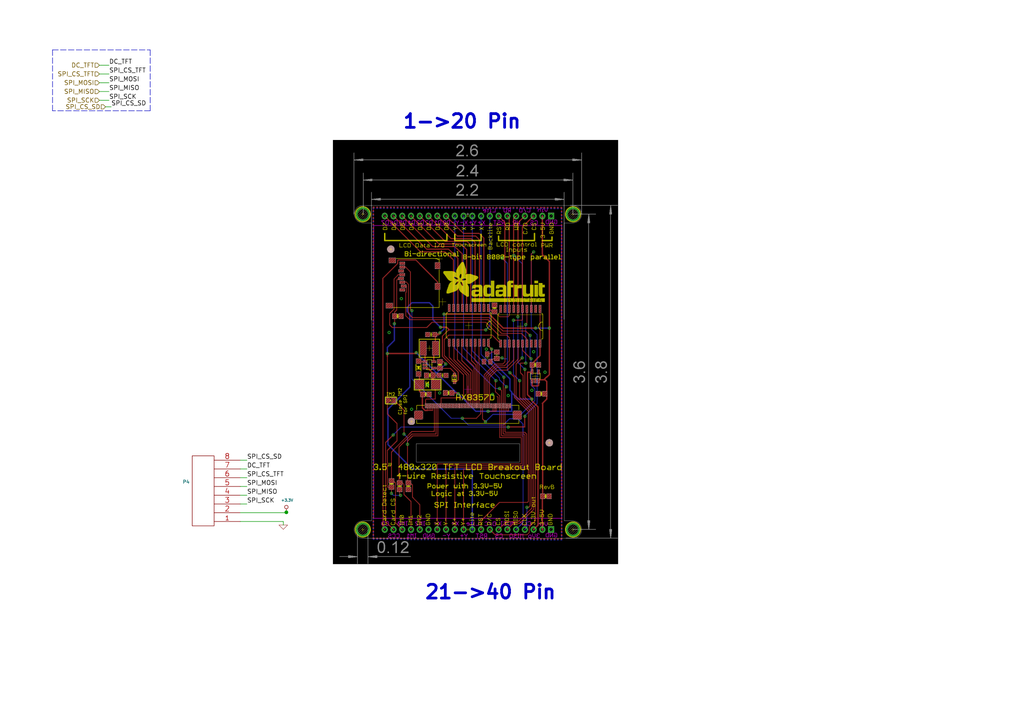
<source format=kicad_sch>
(kicad_sch (version 20211123) (generator eeschema)

  (uuid 504b60e8-2f4d-4ff7-9855-b762074fe7eb)

  (paper "A4")

  (lib_symbols
    (symbol "ESPulse-rescue:+3.3V-power" (power) (pin_names (offset 0)) (in_bom yes) (on_board yes)
      (property "Reference" "#PWR" (id 0) (at 0 -1.016 0)
        (effects (font (size 0.762 0.762)) hide)
      )
      (property "Value" "+3.3V-power" (id 1) (at 0 2.794 0)
        (effects (font (size 0.762 0.762)))
      )
      (property "Footprint" "" (id 2) (at 0 0 0)
        (effects (font (size 1.524 1.524)))
      )
      (property "Datasheet" "" (id 3) (at 0 0 0)
        (effects (font (size 1.524 1.524)))
      )
      (symbol "+3.3V-power_0_0"
        (pin power_in line (at 0 0 90) (length 0) hide
          (name "+3.3V" (effects (font (size 0.762 0.762))))
          (number "1" (effects (font (size 0.762 0.762))))
        )
      )
      (symbol "+3.3V-power_0_1"
        (polyline
          (pts
            (xy 0 0)
            (xy 0 1.016)
            (xy 0 1.016)
          )
          (stroke (width 0) (type default) (color 0 0 0 0))
          (fill (type none))
        )
        (circle (center 0 1.524) (radius 0.508)
          (stroke (width 0) (type default) (color 0 0 0 0))
          (fill (type none))
        )
      )
    )
    (symbol "ESPulse-rescue:CONN_8x1-lsts-conn" (pin_names (offset 1.016) hide) (in_bom yes) (on_board yes)
      (property "Reference" "P" (id 0) (at 1.27 0 90)
        (effects (font (size 0.9906 0.9906)))
      )
      (property "Value" "CONN_8x1-lsts-conn" (id 1) (at -1.27 0 90)
        (effects (font (size 0.9906 0.9906)))
      )
      (property "Footprint" "" (id 2) (at 0 0 0)
        (effects (font (size 1.524 1.524)))
      )
      (property "Datasheet" "" (id 3) (at 0 0 0)
        (effects (font (size 1.524 1.524)))
      )
      (symbol "CONN_8x1-lsts-conn_0_1"
        (rectangle (start 3.81 10.16) (end -2.54 -10.16)
          (stroke (width 0) (type default) (color 0 0 0 0))
          (fill (type none))
        )
      )
      (symbol "CONN_8x1-lsts-conn_1_1"
        (pin passive line (at 11.43 8.89 180) (length 7.62)
          (name "~" (effects (font (size 1.27 1.27))))
          (number "1" (effects (font (size 1.27 1.27))))
        )
        (pin passive line (at 11.43 6.35 180) (length 7.62)
          (name "~" (effects (font (size 1.524 1.524))))
          (number "2" (effects (font (size 1.524 1.524))))
        )
        (pin passive line (at 11.43 3.81 180) (length 7.62)
          (name "~" (effects (font (size 1.524 1.524))))
          (number "3" (effects (font (size 1.524 1.524))))
        )
        (pin passive line (at 11.43 1.27 180) (length 7.62)
          (name "~" (effects (font (size 1.524 1.524))))
          (number "4" (effects (font (size 1.524 1.524))))
        )
        (pin passive line (at 11.43 -1.27 180) (length 7.62)
          (name "~" (effects (font (size 1.524 1.524))))
          (number "5" (effects (font (size 1.524 1.524))))
        )
        (pin passive line (at 11.43 -3.81 180) (length 7.62)
          (name "~" (effects (font (size 1.524 1.524))))
          (number "6" (effects (font (size 1.524 1.524))))
        )
        (pin passive line (at 11.43 -6.35 180) (length 7.62)
          (name "~" (effects (font (size 1.524 1.524))))
          (number "7" (effects (font (size 1.524 1.524))))
        )
        (pin passive line (at 11.43 -8.89 180) (length 7.62)
          (name "~" (effects (font (size 1.524 1.524))))
          (number "8" (effects (font (size 1.524 1.524))))
        )
      )
    )
    (symbol "ESPulse-rescue:GND-power" (power) (pin_names (offset 0)) (in_bom yes) (on_board yes)
      (property "Reference" "#PWR" (id 0) (at 0 0 0)
        (effects (font (size 0.762 0.762)) hide)
      )
      (property "Value" "GND-power" (id 1) (at 0 -1.778 0)
        (effects (font (size 0.762 0.762)) hide)
      )
      (property "Footprint" "" (id 2) (at 0 0 0)
        (effects (font (size 1.524 1.524)))
      )
      (property "Datasheet" "" (id 3) (at 0 0 0)
        (effects (font (size 1.524 1.524)))
      )
      (symbol "GND-power_0_1"
        (polyline
          (pts
            (xy -1.27 0)
            (xy 0 -1.27)
            (xy 1.27 0)
            (xy -1.27 0)
          )
          (stroke (width 0.1016) (type default) (color 0 0 0 0))
          (fill (type none))
        )
      )
      (symbol "GND-power_1_1"
        (pin power_in line (at 0 0 90) (length 0) hide
          (name "GND" (effects (font (size 0.762 0.762))))
          (number "1" (effects (font (size 0.762 0.762))))
        )
      )
    )
  )

  (junction (at 83.058 148.59) (diameter 0) (color 0 0 0 0)
    (uuid b13421a4-2e18-47d0-aa13-98c1a3450286)
  )

  (wire (pts (xy 69.723 151.257) (xy 82.169 151.257))
    (stroke (width 0) (type default) (color 0 0 0 0))
    (uuid 2340b4e6-7faf-4650-92f1-3a538c685410)
  )
  (wire (pts (xy 71.628 138.557) (xy 69.723 138.557))
    (stroke (width 0) (type default) (color 0 0 0 0))
    (uuid 2d83b698-afa7-4ffb-84b7-ed9e02b087e2)
  )
  (wire (pts (xy 28.829 26.543) (xy 31.623 26.543))
    (stroke (width 0) (type default) (color 0 0 0 0))
    (uuid 378cfae8-a73c-498f-809f-4f4fd819e064)
  )
  (wire (pts (xy 69.723 148.717) (xy 83.058 148.717))
    (stroke (width 0) (type default) (color 0 0 0 0))
    (uuid 4b37ead8-a11c-4b91-85f6-442851de8dbb)
  )
  (wire (pts (xy 82.169 152.273) (xy 82.169 151.257))
    (stroke (width 0) (type default) (color 0 0 0 0))
    (uuid 4e6c9281-d82c-42b3-91c9-5042bad5e2f8)
  )
  (wire (pts (xy 28.829 18.923) (xy 31.623 18.923))
    (stroke (width 0) (type default) (color 0 0 0 0))
    (uuid 531ea773-5a0e-40f7-8a05-8a7e25a3c82b)
  )
  (wire (pts (xy 71.628 141.097) (xy 69.723 141.097))
    (stroke (width 0) (type default) (color 0 0 0 0))
    (uuid 5d910879-6cb0-4148-b8b9-56f9586bc966)
  )
  (wire (pts (xy 71.628 136.017) (xy 69.723 136.017))
    (stroke (width 0) (type default) (color 0 0 0 0))
    (uuid 615a22ca-e2e7-43f2-aedf-1c31b3a1793d)
  )
  (wire (pts (xy 71.628 143.637) (xy 69.723 143.637))
    (stroke (width 0) (type default) (color 0 0 0 0))
    (uuid 682993de-880a-45e9-a731-7356d4904014)
  )
  (wire (pts (xy 71.628 146.177) (xy 69.723 146.177))
    (stroke (width 0) (type default) (color 0 0 0 0))
    (uuid 7e403bce-663d-46c7-aed3-7d00631ecefb)
  )
  (wire (pts (xy 71.628 133.477) (xy 69.723 133.477))
    (stroke (width 0) (type default) (color 0 0 0 0))
    (uuid 840e4dc5-bf7b-4743-97ec-32d1d59bd756)
  )
  (wire (pts (xy 28.829 21.463) (xy 31.623 21.463))
    (stroke (width 0) (type default) (color 0 0 0 0))
    (uuid 8a25dfc6-1381-4bd4-9923-ad95d6622151)
  )
  (wire (pts (xy 28.829 24.003) (xy 31.623 24.003))
    (stroke (width 0) (type default) (color 0 0 0 0))
    (uuid 9544850d-4ba6-4280-aee8-9476257de4df)
  )
  (polyline (pts (xy 43.561 14.478) (xy 43.561 32.131))
    (stroke (width 0) (type default) (color 0 0 0 0))
    (uuid a4f33c2c-bc27-444a-b7b9-c10fdb52774c)
  )

  (wire (pts (xy 83.058 148.717) (xy 83.058 148.59))
    (stroke (width 0) (type default) (color 0 0 0 0))
    (uuid a52089a7-f6a8-4ebe-bdd2-a169cbadf863)
  )
  (wire (pts (xy 32.258 30.988) (xy 30.607 30.988))
    (stroke (width 0) (type default) (color 0 0 0 0))
    (uuid a736f65c-e089-451f-8b1f-c700a9215a61)
  )
  (polyline (pts (xy 15.24 14.478) (xy 43.561 14.478))
    (stroke (width 0) (type default) (color 0 0 0 0))
    (uuid d195ad0a-c7ea-4919-aa52-e5ea79035274)
  )
  (polyline (pts (xy 43.561 32.131) (xy 15.24 32.131))
    (stroke (width 0) (type default) (color 0 0 0 0))
    (uuid da020344-cc7a-4556-9019-c1abda15fb3f)
  )
  (polyline (pts (xy 15.24 32.131) (xy 15.24 14.478))
    (stroke (width 0) (type default) (color 0 0 0 0))
    (uuid df30e4ac-a42a-4765-97cb-e950a13680fb)
  )

  (wire (pts (xy 28.829 29.083) (xy 31.623 29.083))
    (stroke (width 0) (type default) (color 0 0 0 0))
    (uuid f4b185df-78b4-41b9-b35a-261968368113)
  )

  (image (at 137.922 102.108)
    (uuid 9b7cd1ab-82a3-4c08-afa1-96cea502181c)
    (data
      iVBORw0KGgoAAAANSUhEUgAAA9EAAAWtCAIAAABqYkSkAAAAA3NCSVQICAjb4U/gAAAACXBIWXMA
      AA50AAAOdAFrJLPWAAAgAElEQVR4nOzdTYgmSX7n+X93Vs8wTmVQTINaOT1DLumH3GeUfVMUzKUg
      6iKpeKAC9rBqlII+VNR25Urk4UkkxB60DTvMzhLPIenZykaRsHPIRrXLHjLhmZL6UsXUZaCyYQ8q
      bZAHT7bQ5qR6oKHIbFzsqLNnDxZhYY+/PebmZu7m7t8PQVWkhz/m9vjjz+O/x9zcTAQAAAAAAAAA
      AAAAAAAAAAAAAAAAAAAAAAAAAAAAAAAAAAAAAAAAAAAAAAAAAAAAAAAAAAAAAAAAAAAAAAAAAAAY
      xteGrgAAxGK9XlcuX61WPddEq6zSgPUBALghcwOYu7qoXdZb2LWsEuEbAMaCzA1g1uwDtxY06bat
      D7EbAEaBzA1gvhwCtxIo6brVh9gNAPH7+tAVAIBhOAfujo/ts0wAQCReG7oCADAA+9slh43CNvVZ
      r9c0dQNA5OhbAmB2HAYDCT1+SLn8tvUhdgNAzOhbAgC7A+tqtQoXagnQADB5ZG4Ac+cccAN1O7Gp
      T2x9YAAAzcjcAOalSzaNqvk5qsoAAJqRuQHM2uDJtfAdYPD6AABCYNwSABgrAjoAjAXt3ADmJejd
      kAAAVKKdG8AcxRm746wVAKA7MjcA2PI+NsjOAu3n7gEAxIzMDQCOggbf5jiu/kryBoCxoD83AFjp
      bQDs9XptuS3G5AaAsSBzA4CLQG3MbWO0fUAHAAyIzA0Au5FrAQBdfG3oCgBA7MqB21cjd3OUr9wK
      d1UCwBiRuQGgSWXGDZ25d5YftFYAAO/oWwIAtQaJtjblE68BYFzI3ABQLdrA3U9NAAAekbkBoKhu
      MJDIYy43egJAtMjcAGClh8DddhORfwcAAGjMQwkAFxgVBAAQApkbAM6MsT8JAGAU6FsCACLR3zEJ
      ABi1yWZu7iUCYG+oFm4+qQD0j0+eQUwzc3MwAbA07BAltHMD6BkZaSjTzNwAYCO2Oybbngs5dwLA
      WHAPJYCZmt4dk6OuPABMG+3cAHBmkMxa2ChN1wAwSWRuAHNUjrbxNBJbxm7SOQCMCJkbwOzEFrjL
      W2/O05X3fcbznQEAUEZ/bgDzMpa0qupJzxMAmAYyN4C56xJk6/J6ocydsX61WlVWw7JucX5tAABo
      9C0BgCg452YCNwDEj8wNYEYi75vhkJ4J3AAwCvQtAYCIqAxt892AtA0AI0LmBoDoNCdv0jYAjA6Z
      G8CM9JZWvWyIbA0Ak0F/bgAAACAsMjcAAAAQFpkbAAAACIvMDQAAAIRF5gYAAADCInMDAAAAYZG5
      XUQ+lR0AABg1ksb0MD73Dhz0AACgTyp7VCYQhu0fLzL3GbI1AACIHNPTjtfsMjfZGgAATAxZPH5f
      G7oCQRCsAQAA6pDF+8c9lAAAAEBYs+tb4gtfEAEAQAhcrp+kKWfu5ljMAQ0AACapIQKRf4Yy5czd
      jEQOAABGiuvtozPfzN2MQxkAAAyCEDJJ3EMJAAAAhEXmBgAAAMIicwMAAABhkbkBAACAsMjcAAAA
      QFhkbgAAACAsMjcAAAAQFpkbAAAACIvMDQAAAIRF5gYAAADCInMDAAAAYb02dAUAICLr9bpy+Wq1
      6rkmzcx6xlY3AEAZmRsAaqN2eYUYAu7O2gIAYkPfEgBz1yrCrtfrYSMvgRsAxojMDWDW3CLsUMGX
      wA0AI0XmBjBfXSIs8RcAYI/+3ABmyv52yUjidSTVAAA4oJ0bwBxV5tfValV5i2Td8j5DMIEbAEaN
      zA0AIhYDktQlbwAAdiJzA4D7CID9ND/TyA0AY0fmBjA7XSJs/03dBG4AmAAyN4C5i7nHSDlwx1xb
      AEAdMjcAAAAQFpkbwOyM5W5IGrkBYDIYnxvATEWeXwncADAltHMDQAtDDVRC4AaAUSNzA4A7ojAA
      wAaZGwBs0cgNAHBD5gYARyGiMIEbACaJzA0AVnpo5CZwA8BUkbkBYDfSMACgCzI3AOxAN24AQEdk
      bgBoUhm4vadhAjcATBuZGwBq9RO4AQCTxzyUAFChrj8JY5UAABzQzg0AtgjcAAA3tHMDwBZauAEA
      3pG5AeDC4B24HcZIKTyE1A4AEaJvCQCcGTxwAwCmisztqJ/xegH0hsANICokjYmhb4kL3gbAlPTZ
      gRsAbJA0pod2bgCzRuAGAPSAdm4A8zV4fxK3bXHTJACMDu3cAHCB/AoACIHMDWCmGBsbANAbMjeA
      OSJwAwD6ROYGMDsEbgBAz7iHEgA6DctVl9e50xEAoNHODQAAAIRF5gYwL8w0AQDoH5kbAAAACIvM
      DQAAAITFPZQA5qW3exnDbYjbMQFgdGjnBgAAAMIicwMAAABhkbkBAACAsMjcAAAAQFhkbgAAACAs
      MjcAAAAQFpk7OkySBwDAKHDKhj3G5x4S71UAAEZKncQrT+UMoo8yMncfyNYAAMxH3XmfLD5nZG7P
      iNcAAKASWXzOyNzuwsVrgjsAAPPBeX8OuIcSAAAACIt27hhxjQkAgMjROI1WyNzumpMxb0UAANCg
      IUiQIqaHzB0KiRwAgJnjwjU0MvcweBMCADBqnMrRCvdQAgAAAGGRuQEAAICwyNwAAABAWGRuAAAA
      ICwyNwAAABAWmRsAAAAIi8wNAAAAhEXmBgAAAMJiThwAOFM3QexQM1/EVh8AgDMyN4C5q4u25RX6
      Cbux1QcA0B19SwDM2s6AW1i51foOYqsPAMALMjeA+XILrOFibmz1AQD4QuYGMFNdomqImBtbfQAA
      HtGfG8Ac2d+e2E+cja0+AAC/aOcGMDuVsXW1WlXekli33GP2ja0+AADvyNwAsHsAkLqkG0hs9QEA
      dETmBjB3zuE1UNNybPUBAHRH5gYwL12CaYim5djqAwAIgcwNYNZii62x1QcA4AWZGwAAAAiLzA1g
      XmK7+zC2+gAAQmB8bgBzFFvMja0+AAC/aOcGAFuxDQwSW30AAHXI3ADgKLbG6djqAwDQyNwAYCW2
      RuXY6gMAaEDmBgAXsTUqx1YfAICJzA0Au8XWqBxbfQAAzcjcALBDOeAO26gcW30AADuRuQGgSWwt
      yrHVBwBgg8wNALUqA+6Ajcqx1QcAYInMDQDVYgu4sdUHAGCPeSgBoKiu/8ZQATe2+gAA2qKdGwCs
      xBZwY6sPAKAB7dwAcCG2FuXY6gMAcEPmBoAzsXWYjq0+AABn9C0BAJH4Am5s9QEAdEHmjgjD7gJD
      iS3gxlYfAHU4d8MSfUtiwZsWGERsHaZjqw+ABpy7YY92bgDzFVvAja0+AABfaOcGMFOx9d+IrT4A
      AI9o5waAM7EF3NjqAwBwRuYGMEflRuVhA25s9QEA+EXmBjA7sQXc2OoDAPCOzA1gXmILuLHVBwAQ
      AvdQApi7LqN91eXjQpmtYnSI+gAAhkU7NwAAABAWmRvAjMQ2gUVs9QEABELmBgAAAMIicwMAAABh
      cQ8lgBnp7RZDyw1xyyMAzATt3AAAAEBYZG4AAAAgLDI3AAAAEBaZGwAAAAiLzA0AAACEReYGAAAA
      wiJzzwXT3QEA5okzIGLA+NwTxIcLAACKOidWnhkZIB99InOPGNkaAABndadRsjhCIHOPANkaAIDe
      kMURApk7LkHjNdkdAABnnEbRBfdQAgAAAGHRzj0jXBQDAMwNjdOIBJk7Ls2xmA8OAAB61nBq5rwM
      e2TuMSGRAwDgHdeB0QMy93TwkQEAQAEnR0SCeygBAACAsMjcAAAAQFhkbgAAACAsMjcAAAAQFpkb
      AAAACIvMDQAAAIRF5gYAAADCInMDAAAAYZG5AQAAgLDI3AAAAEBYZG4AAAAgLDI3AAAAEBaZGwAA
      AAiLzA0AAACEReYGAAAAwnpt6AoAAADM1Hq9dv5ruO3Cu9VqRea2stlszH8uFgsRuX79usdNhCgT
      AACE0/HcrR5u6eHDh25bQSTI3BUKCVtElsul+U/17XC1WnncaIgyAQBAOOHO3eWSd4YT55JRSV8K
      8LWvyNxb1AHtdhADAAAEUg4nhJZxIXOfaThwS18sZW9vazlHOwAA6MjMG4WkoRTyhgotJO+xIHPX
      HqzlqF1fwtkvfg/4dZqa/1xlmcM6hRVs1nHbkENl2FD8GwpXGY7MnYVU/hXA9HTMGyTvsfja0BUI
      wrKvUuUBanPo7+2tReTFi9ryHY75Qp3LiURK5+Cd61SuYLNO2w05V4YNxb+hEJXhyLQvZFzfIsJV
      hi9po97QRjZLWZZXCFeZ/jbUoW90c97YmTSUQt6wSd7057bkvT/3fMfn3mw2y+XSPC43m+o3wHIp
      P/r6Uv38+Bvv/vgb7/7Z135672s/VUsqD+y6ogCglXJ02LnE4SG+NiQin6W/28+G4nnWbKh5yUY2
      dSsEqkyfB4wbm7zxZ1/76Z997ac//sa7eolN3lDBpny3JWIw074lKnBvLymu86Ovn63w3Z9cevn0
      qfr98zwXkcVi8cbly/LllyLy3Z+8+6NXr9Rfv/+rrVI2m069TZJkawihPD91WKewgs06bhtyqAwb
      in9D4SrDkbmzkMq/Rm5f9oeuAsZkX/Yfy2P75dNgmTe+unpVRE5PT9+8cUMttM8bKnbTzyQ2c2zn
      LhyI5a+bqj1bvvzy8qVL8uWXn3/xxWmeqx+1wuXLl1+dL/n8iy/kyy/Vj/o+ur0txwbvciL5UG61
      XVJewWadQEvY0Bg3FKgyHJk2S5JkUf4cMP+kfxxW8LVOYYVnSUU7TogNRfWs2ZDbhv5J8i8qDxi1
      fEQHjD2HvLFYLF4+feqQN2jt7sicM8jX/EEzbefWCgfkj7/xrojI06ef5/lisfj8iy/KD1ksFi9f
      vjSXnJ43fn/+xReLJPnxtXdF5Pf+/pG5lY7fNo/zg1bL7Vfocx02xIb631BUlbEv5E7yqfrnh3JL
      ZKsr4Ydy6458WlhirrNzBV/rlFc4X+cj+0I2srktT1w3tPtZ644NIvJA9t6VP1O/fyVfFQpRa5rr
      qNWC7t435A295N/L/7aRF+r3pSx1IW/IG+XaNmxoI1vzszjsXr8HjOrJXblCZWX+J/m/OlamywHT
      vKEkWYg43tzskDcuX778+eefm0t6yBsIZ3aZ22zk3v5GKN/9ybvqoF8kyWKxOD0tXthdJIlcvXp6
      elqYOEovF/V+UO+cG+/++W890pto+zY4zg/0SdfmPA1gSprf9dF+i6jsW9JQiA7EgZ6RGbiVR/n7
      6pdC1wVzTb1OebUulSn79/kf7SxE79K6vhZVL8GLwpLjfEdNBjlgzp9a8Xmp/d/ct6TPt4A+F3fh
      kDcuX75caOCTlnmDHiaxmVffkrrA/aOvL/UbQET0AV3UZvnnX3zx3Z9sXfppe5HnOD9QP+qfWVa8
      bXbnkvIKNusEWsKGxrihQJXhyLRfEqdyllUey+N4uuHqtLqUpfqpq55+OnqdHp6FGab1j24S1uxr
      si/75adc2BYcmNHcrQnMLW+UA3fd+g15gx4mUZnRWIENgVvdDakv2ZgH9CJJyssXi8XlS5fOvqQ2
      rq++kpr3OtR94SzUOU23Og+N5UwMwAv9CVD53t/5+WDzAeK8jkqoKs8VVmhbGV1U22e0c5192b+Z
      vdD1NNdRAVRl2SxbmYHbLEevFmL3nvVjSffMSN2we1VlPsreqtuQTtXldTayqdyQl2dU+Pb1IN0T
      43uCLkevZtak7kn9bvpZZSGtKtzxyLQvZ+e4e855Q11RV0HCav36vFFo7WasQBuFPtxedtccM3f5
      DWDerFD5jfOW3DJL0+Wv1+sP5cPy+lsB3S52l+vcfNIFAL/KrdflZtfCOg0rlP9Ut0WbNdtqKLnw
      p7o1w9WtVfXMhW71Cb2Ty+oqX/jrIHveQXM0b86vXfJGcdaObnnDjN1kbhshMvdc+pa0CtyLJNHr
      ZKvs4g1QGN1zvV6tVtkqu7X9LiiUc5rn8uWXDp1Msmylflo8TwBwUpmfCgvrMpb9CnATTwDVzK8B
      ha4slWzWiZN5Fm51Rh5R3kA/ZncPpdbwjVMtzFaZnB/oark5AdVisXjnnXculq9ERNJ1Wi5H/fLm
      pUs/kmVhQM1mTAENoB+VzahqoZ5BUP91ZzPkGHPVWJgvx7DVUL/EUJkedGz8cssbupW1mEOc8gb3
      U7ZSHhzQfBWczaKdu9zIvVzK5UuXzDeA6mKlqPZlUTv9w+pLOeb62i25dfCHFZeK1Pialy9dMq7y
      7Kiz+R3X18RXAFBWl59mEqeU+FvoI3w5IqxSPHzljbrlHvMGejOjdm7zsDPvGi70qVJHv9R/p1mv
      15V9sC7WX0m6vkjJF+V/8cV3f/KunI+jySCaAKISf+4MYSlL3aI/dF12UFWNpKnbl1E8nbaXnX3l
      DfOK+lZ9nPIGTd2Dm347d/kI+/E3asfFPPu6maaVbwD75aqccvmff/HF2TD4FnxNfAUAaBB/5iuI
      /+uBjcLNlOXfI9HlsnOXvFF5k2WgvIF+TD9zK9XXVrbHudTfOOXWrepeO22WZ6usdtzN5lqJyPbc
      78RuAOGY98AVfoauWn/MJxvzc4+2Ym4KsXsa3cR95Y3q/NAtbzBc97AmnrnLjdw/+vry5dOnUrrE
      o+8FLnyD1F9qC8v1vcYN62/e2ZTXf/nqFV89ASBOY0l75fbgCFuIxaiV6hXTMB5lzIHb7bKzr7xh
      s5y8MQoTz9xl6laG8iUb1UmrfImnbrm6H6Lt+nXjcZZ1n/gKAGbOPoYOMia0W0puGNU7tthtWZ/C
      RYZg1XHkfNnZV95wyyf2eQO9mcU9lPpCyo++vpSnT83xLCuH6VmnqXmfRKflq0zf36C3+/Lp0x9d
      PRvHp+FOSqI2gD7ZJKSGdcwWTakadrBPre6MjLx6dQ8vDOPYZ+yuS8bOQ99EGLXdeMwbZrGh8wb6
      MeV27sr7cy9fu1Yez1Lqx+FuGJ+77fp84wQQLZs5BRuu/ttk8Z5ZxrihujR431xDN/TJJNpBOF92
      9pU3HPJJQ95YLpeHh4f2z2KGyoNzNy+3N4t2bpPqXGXKVlmrcTE3G/n616vH565cP1tly4+X5vpq
      yHr5VVM9s2zF3O8AemMTy9zmwRkw8HV5Uj1Uu8smiNd9crvs3D1v7O+3G7fbLW+gN9PP3Oa49N/9
      yaXPje+aSsM43HXjZT582Dg+d2n5h6cVb5jlcsdI9f1H7cJ3uO5TLlEyJVOyfojlam1LtkTJlDzG
      kju2LHp8Lja8543XX399tfrv7Nd3zhvox9eGrkAQ6l16/fr15XK51bnKmHxVRBZJcpB/r3JczMrh
      eNTy69dXT56sxXgzN6+vlm+NWp8kl69de/nqlZ6adbk8q3PPHxBn9VyvReTTxaeFq1GLxeLg9KBL
      rXTJImIW7rHks65yus+c75J1hUUkRMl+6yzs5yj38853N/u5smTheJ79fl5+vNR1q+sy0bDcHM2j
      i4bLzua722/eWPzwh6+/fvrWWyvL9e3zRpZlDx8+HCRvjELDN72OO2367dxNrl5dvdN6HO6KL4tt
      x/O+evXl06dy9Wpz7dpOfOVmvV6ffTJW9f76UD4U6ya6csnq4QspfiCenp6eyulisehYsqqz+YF7
      ev5MvJSs6PI7lsx+ritZYT+zn4X9XCqZ/aw4BO529W7k4bJz+7xxenq6v99i/S55A/2Y7D2Uh4eH
      lROc6nErC2/UtuNi2ozPXbm+2u5pnl++dKmh/l0mvrJ38YFeYu6fD+XDthf4Lj7QGz8ou5Rcrqfp
      08WnHUuuK9+tzuznupLrymc/m9jPZvns57ntZ4fAHcOgBb7yhnM+qcsbDx8+5DbKQUy2b8nh4WGa
      pmJc69FTsIrxBriYC+r8gTv7Wm02ovuW2PfNUtd6zDfemzdu/N7fP1K/l/uWFHJ2iKZuyw907ZbU
      fI2uKtnmA71LyQ31NJc7l7yz/IPTA/uS2c91Je8sf9T7eecFSvZzZZ05noX9fG758VK2u77Yl++x
      b0nDZefKviVe8sZ6vd7fl8ePpVBOQXm56i90+fLlly9fqiVvXL78/n/5TfW7KvDw8PDhw4e7nnev
      4unrEq5vyWTbuRuY42Wayy8O9O28m2WL69dXm41knyTqHbW/L/v7W8ttyqnbbh23ia/stfpAl/O3
      sWXJDeXUfUDYl9xcT3O5W8k25bcqmf3cUIep7mebZjz2c3lNjmddMvtZGbyFu8tl51Z5Y7PZyhWq
      Y4nKGwcHr7/++un+frGcuvJ14G6+oo6yttd2Wplmf+7VanX9+vXKP231LbMbLzNN9deaXEQ2G3nr
      rdV6vX7rrVNzeXM5ddutU5r4ynM7t3ljiqaGMdJ9zrbuw1gsTk9Plx8vdzYbqJILH3z6+70q3yxZ
      RFqVbNZHSi0HheflULIuv/CowpUK55KF/WyY8H42+26q9qrCvVDs53LJHM91JcuM93PZzv0cibZ5
      48mT9XJp5o2VmsVmvV7XjV7yzjvvlJcvP15+/vnn5pI3b9x48ffnW1yJiFy/fr17u7KOp/E0UXe3
      1XvH9+AWM2rnfvnq1Zs3btiPq+15edV2o3L2gW4cW/rjsu0HWdMH+molpQ/iRcubXRou1Xm5klh5
      RTJbZV4+0NnPZvnsZ2E/G/VkP9dhP5vlh9vPddpediZvoNJkM/dyudyURhh5+fRpuY1ZfdBUdtKq
      XL5YLFqtr5YXtrtIkpevXjXU33niKxvlRpTyB7pevvVN/fRU9a5rKFm2LwWWP9ALy1X5NiWfnnfR
      q/tArzxh6FrtLFnXp/LEUD5h2NdZYz/rf7Kf2c9mycJ+rilZ5r2fC+z3s0ely85WYs4blbN0oweT
      zdw2FklS+UG2TtOG5eVv0s3rl5er8TJ3Vu84P1A/u59JN4UP9K2+a+0/yBo+0Isd5du3TNR9oH98
      756vFqDC81V1bjhh2GM/m+X3tp+3tuJ1P5e3W7cfVqvVixcV9dkZUArb7b6fC+WPYj9zPI/6c2Od
      ph/fu2e2yMZ5PIcWed5AP2aUuTfvbIpH3tWr5VvORdqPf7lreaF7nBop0xygfljlD/TCCcNL+WbJ
      enmXS6Lax/funR4fl29t6XjJVde2cGI217cvXNjP9euH289pulY/4ns/myXr5V728717H3/4oZgl
      N69vX76q8L17H49oP3M8j/pzY52mN/74f/zyw3+XJIu6QQW6lC/1+6Htfm7gcNmZvIFK08/c+gjb
      bOTlq1fdx8tUBXYcL3Nntc0R+INOAq8uXanfzc/EuhNGW+UWFOcTRsOJ0yxZ8XXiXNy54+vEzH6u
      XD/cft7aiteAYrP813/9bzYb0T8iYv7z13/9b+oCxPFxxXJfAeXOnYWv8nvYz6M7ntU3Dzk/nneu
      b1N+XQt3oP3sXH7l81rcufP0h/97xfLwgdtv327Ly84jzRvozZQzd2WXbsU8ENWXQtUvqvwG7r5c
      la/6V6nt7uzMrWTZSv1YPFdHhTek7hzWEIBala/3Q6Hbmceg+c4HH2wtOT8xd/9AX2WZeeL0eGJm
      P5vC7Wftzp3qgNilxXHn8r/923+2XIr+ERHzn3/7t/+sVfmxBe5+9vO4jmd96HoM3Hr9rffFnTse
      97OXwF1XfuV+8HU89xa4O4otb9CZe0BTztx19BvAcnxuX8tj/iDQ/AYg8wNiZ9Bsy+OJue4DvfLE
      7CWgsJ/N8sPtZxlby66X8qfUgj6W47kcuAvlO+9n3Xauyy+8X5zLLwfuVVbbR7+tHo7n3gJ3l8vO
      E84b6/W68nc0mEXm1t/ovv+rzeVr1y7u8j6/tzddb918UBifu8ty3bPKfANcvnbNpnPV+ryPZKsn
      a6n8zftso6UAtLz3HXE9YRQ6lhWCpipZr9+q/suPlw0nZrPktlSd607M3/3Ju84Bhf1s6mc/l4Og
      2zi+lftZtlt2C+Ml2xcupf2snfUdL23XXmE/l7cb/36O/3heJMmndxKpD9zO+1mXrOtZ+Nzosp8L
      z7cQuOdwPNuzv+w80ryBfkw8c5e7l5hdrLTFYhF0vMzFYtF2vMwuE1/tVL71uy4AqY/7N2/cODsB
      7JpKd/POZrFY2ATNs1NUksj5B7pNyer35hOzWbJ9nc0ldSfmn3544+XTp61KLixhP5tLetjPzUGw
      4342g2Y5oHTcz1ITULrvZ3O5GVCi3c+RH8/6IT/98IZN4Lbfz7pkHeibA3er/awK14F+Z+Dufjyr
      LjFtj+cyy+PZL7cmsLHkDfRm4pm7TH31NJeoD4gPbxXXXLccR7O83PxA1N9x37xx4/f+/pGPp+JZ
      OQCpj+PL166ZAchGcbSEUtA0W2500LTUfGLeahNqU+dC+eUTswqCXUpW2M9m+b3tZ+kwU13lfm4I
      3JXl17UwNQT6ji2CZvnlcnwFlND7OfLjWa+s3r+f3kk6tnDXVeOnH97w0sItIvLll2bhqs4NgdvL
      fr72h//t6fFx/MdzJecmsAjzBp25h/W1oSvQB3WQ6fbuH3/j3c+/+ELUh9rVq+YbVY3uuU7TyuF4
      Wi1P12m5fNl+D5hH/np7itF1muqx9/P8tPyW665yqt6CN29cBKDL1679+W9ZfVuonBK5uCS5CJpd
      Si6Xb55O2pZctx/MliG3ksv1NLGfzfI97mfzTVSsv3UDW+V+1g1JquSt+ncoWdX52rXLT5++NEt2
      q3NhP+u9cfVqMeC61bmH/Rzz8bxOU/UVUdVHtuf3rq6/3d7QJev6qHNWU/2dSlZ13vF+7PIKJsml
      S68n/9U/yf+f//jq1S/K+8dtSvnKelYu9zJRTrnX+9Zfq6YHjzZveMzchT7cXm4DiE3li9vF7Nq5
      ReT3/v7RmzduiEj5AD379tx5vMyzchrfAM3cJr5q5eD0bNijhg8s84P+95/+tuVXfF1yQ/mnea5P
      VM4lV5avP9YvX7vWquSdH+jmCcOhzuxnGXo/m8srn2NzyZblO5esqMBdWX6rkuvqee3a5fJyhzoP
      sp97O553lqk2/ftPf9s+cNfVpK5kXZ+dgdutZLEI3JYlN9RBBe7K8u1LFqfAbV/4Tm3nfteiyhs0
      cg9uFrloTaUAACAASURBVJlb9eo2j7Q//61HhUuTupGjcKm07biY6zStvOS3SJI3b9ww204GP/JX
      q9UtuWUZgG7JLdVV0eYkp0oulFMuX51InEtuKF+dmH//6W+3Ktn+xOxQZ/azLnnY/azckprzWX3J
      leWUy3cuWZfTELhblWwf6B3qPOB+Dnc8y3ngrhzhrtLp8fHvP/3t0zy3Cdw2e0M/ndPj41tyyzJw
      O5QsdoG74/F8+dq1hsBtX7JD4PbY1cShCYy8gUqzyNxa3Xj1sj2epbpXQi1vNV5muk5VP63KN/zL
      V6/09aadbwCHia8cWAagg/x75knIYwByLrmynmb5v/nFW11Kbijfrc7s58qSG8r3uJ8LLbutYoRZ
      Z78BxSy5UE65/FYBpVyy0j1w65KH3c+Bjue2gVvREbZcT1OrWKxL/s0v3iqv1iVw65IP8u/1cDy/
      fPr01atfqB+z/BEFbmex5Q2/jdzlwQEZLtDGLPpzK4Ve3SLyo68v1e295htARBZJohststXFzSXr
      NK0cpmedpuYtEYVyzt5pV6/q8XqkKnMXug0VZn4OOjOO2vSni0/Pqm3cBa/OrPppmo+y6WJeKFlR
      l/xClOy3zrJ9U5f3vcF+lvD72ewbXSjZQaFktfDqVZHt/eyrZL91FhGzD7r3vRFoP+uFPRzPiyTR
      gXtnaebW1T2IYnE8WxZo1sHyc6N7ybrC4u94Lg6gcfVq25Jt+uLXLffVnztN13eST9Xvx/lB4XTc
      0OU3qrwROnPLFLt0e+/PPbvMLaW3wam6Z6vUF0pRB7S618Gk3wDlkY8Kl3jU9bvmwC2DZu5CHbTq
      uzfMFazv7KRkSh6k5K0bkf19blJybyWb/wx91BVi9I4SalZ2u7GsLhZvrRNZyTY+vnfP/GflbD7N
      Oraeenkuzafj5lgWSd7w3pObzO1mRplb6mO3iMiXXxY65In6xt9huX3glqqXVr/P+wnclpxPcpRM
      yf2XHO5NRMn9lLyTx6POS+buuF0vBfZQslsFet66L10yt0SQN0LcOknmdjO3/txnU+SYh9/ZAXr1
      amE81MX2OJdtl6vvspaBu5L9xFd9Kg6T5G++Hkqm5P5LxtiN/diYcOB2tpFN+aewQsNjbQpsVZ8u
      c7/L0HmDsUqiMq/MLfWxe/PORr0Nzn6q+opZLlclyNWrm3c2zoFbJOzc712MMVpRMiVjqsZ7bBC4
      y3YGYofA7bCVgo5NYEPlDQJ3bF4bugJDWi4vLvpsNiK/2vzo6lJELl+6pGYELH65rOmDpZZffG29
      elVEvv+rzfeNN7VD4DZ/9/tx2fxxs5RiXSvWz2QvffBYHqt/6RpuZFN+eLua1JccqM7mQ2wq71Zy
      c20jLFk/sHmfRFjn5to2bK7VoUvJzhtt+KvNG7myYqss+yz9Xf3Pz9L9F9nNhvV92Zd9EdnI3cJy
      c6N1O3Odpvuyr49n6StwW+7SVmt6YW6usAO7l1kuMNxBXinmvIHezK6dW4ymbikdmt//1eb7v9q8
      fPVKrl5VtwCffYmsullB/fLmjRtqKt3TPJerV9X9wubXzfJWhtX286tufX1KU9Zpqj/ILDfRtmR7
      9iUXHuLcxLKz5J2FRFWy+cC2rUrNJYeucwOHJ9KqZC/NafYPj7bOOzfacf26hYVjYy990GpbDlTg
      blb3lFXgNpcMFbi7L/TCDMduUbjhs6VQoEP5Xi4795w3aOSO0Ezbuc9nyVnKxSWYi7+qI/hHi4uD
      9c2qb6KLJLl87Zp6w4jIQnfV2tqQeyUL0yn7ZfmhU/eZpZavssz8DHqS3r6e3W1+oHPJdSck+8/Z
      ypJbtXa3LVnvDfMhlU0s8ZRs39odeZ37tJRl9wQcrl25suTudXZQ+YK2ers1HzBvZR+Zx8Z+WvyS
      5pFOzI/l8Uo+KlemwVBdShx2ac/Nw84lV+52X/X0+IHTW94IGrjrBpMpjyyOgjm2cysqdtc1eMv5
      d1DV9ersQL969c0bN9SP+ufLV6/0aoECt4SZ+93mxLAzN0vpVPEkvV1opWhuLLEv2bKBwUvJXuq8
      L/uqpa2wQ+zDa/8lS/1+LuyTUdS5UqCgqWpbuZd2nvidr67sZNORw63Oodm3UBbWLBwbgVq79UbN
      niGWogrc5X+2WhNuguYNFWxo4Y7TTNu5lfNxAzfq9/IXUEV1vTr7x68sS/ZVR/90+5Zlc8XOdSrb
      Hc3TeUNLm0PJNpnMoWTJzh7ot85P0ttSOp9GXnKhIadhn7QteS99sMkCHnU7y2xu0vNCF+6l2DHW
      2Yu28c5cv7crISMK3NJml44uW+sviuEOYO+XnUPkDR1mfFQQQcy3nVtbLpdmm/dyefbjVJT7YwuC
      zv1euLLfXV27Y/cNFUo2b5PatB/yqaFk3R7mt877sh9o7I5wJUvp/N3lHFzez6GPugbmi1vo0Nw9
      Z7h94bEvdkR1HlycI5kUqvEiu+mr68t4RynprvnzZNNhiEAt3GVnX3lDt20TuCM363ZuU6HNW4pd
      oxoeGKpK3qO2qW1r906FtqXP0t8tnE6cN6RK1r0n99IHb2Ufeclt5ZI3WfE6e4c6n/X43Jd9PYpC
      911dKHmdeju51rX9Kx1j92fpvog8lseqk4lla7dNyeYraI5WoTyQvUJjZOEKjLmwrOEwK5cs528r
      m0zccB+C9zo3lNyqzoPo8tVXHXXK4P3+y7PD+GqSbRu447ma0V3zcTuiZ+qcN2jbHhcy9xYzeZtL
      Jnk8h4vdKgPtpQ98teJcz+5K+kDOL+au03SZ+bkUrktWPNZZhWMJsDd6i90e6/wiu7l3/gr6jd1u
      r6B5GdohcHfkVvKwdR5E3dOp7IJcXqiPukAKI/016G2K1p2F2+/SEWmufPendpwf3Ek+1b9L4HfZ
      zrxRjigYCzJ3BfMgHurgzrJVD9Mpe4/d17O7+iT3WB5L+thmdG0bL7KbT9Lb+p9mr/EulrKU7GLc
      LrPO3ZX3RrkHtps+Y7evOr/Ibkr6WHzHbv0KXiwyXsFUqu+v33p4+z/ZlGy/0cJtix7r3LbkqFg2
      vZsfYn1U63yjn8nvSv343HX2Zf+t7KPd69lxDtyjTthan/f7Br3sbIOcPQ1k7h3q8rd3i8VCRMxx
      dvqZ9X0py59t9kXkZ7L/rWXrW4JM6hPQDMeHJ8/lqPqS7v7mB2pv2n96mHGwsuTNRvblB3LeCtGq
      5ObL0JuNtP1gL+8NVfL1u2clm9Vz3Rtbsbuy5K0qbazKd7gFrW3JOnb/7O6+GC+ZiPsruGMISLsa
      tnVycv/tt/0XO96S9eBmXfb2ZiOybJEO2948V/dBvkiei8jDoys2hahjuLBwf/ODs02oim3XfV/2
      f+Pks83bLl81y3VeJInIc/W7qrNb4K58a+jNub2O+uFql2rXc/cyTfubH/xMih8dcv7p0f8XisPD
      w+vXrwfdRDw5u26gQNggc7cQ9KBfr9eHh4fhyq+z2VycPH626Rq7xWh3PDx5LufhuNBWqs9M0jIM
      qWilSpbtaFV5A7h9yYXL0M0l2yu0wh6ePBc5G3VVV6/b3jiL3d87+buvSiWbWj2LVrHbreTH8vh7
      J38nIr/Mv91QspfYbWZBj05O7heWmA1vqpO0WyNcuWRf4q+zeTi1GmqjnCmrB/3cdbgenjy3j91i
      zoyzWT7enijH/K6uAreuWKudXBO4t+qcvm11iJcDd/PmHL6s7tzDDWXa7BnzA7Oyb0+h/O5XcW0u
      O8eTiUMzWwZV/mZMbntk7njpANHDrT/fWj4+a+32EbtF1fnoIhybvWzNFhT1e9todSgX55t1mt68
      +4/1J+/j5Z+KOgG3L1l1ftB1PpStKQnUB715NnH+qvDk9lmdt+KF695Yp6LC6xvyxpPbV1Rrd/dm
      3XC3oOm98ZXIG/LGa8mzX+bfvhjuStxfwXLs/tBLje3UDese83V8X3XWgduc4PqstABXGBpq2Fzz
      5ubbdXpFtxSs7C4FmIFb/b/wEaQ+N57cFhW4v5Kv9FOw2kBVnddp+sRY4fDk+WmedwzHapfqJfuy
      /63lY4f3oGzv23W69e1llWV1ZVr2EdI1fLz806pu/X969kG9URMBeOt31M9lZ0weYwVGqjiCRHg6
      ahdPmS0/rfT6OqKp05hqRTY/MTeyafVRrks2o/D3Tv7uteSZnA+cpNd0O83r7hlKoTFJ7GZ7Nuk6
      65IfHl3Zl/0nt1Ozhg57Q7t+N1Mn8r8+ekuVfLbp813tfL6xnBzeXnlv/NujfyQiryXPyked294o
      fDHQdz71RueAmKN2Qcc669fu6Oi9uj+5qftKULewS+BWLFu4lXLgNks2P5HUt+Kv5KuHR1fcWrjN
      wF1Yx7KF+6zA87231fahgqner8tNl0+kZsZg0qU/7Zr13Tx91K1T+JPzDRtACLRz48LjZadGgvL6
      p2/Lv/jkfRF5JiJnZ4tMRL61fKzW2MjmvP9u7WdoueR9+YHksi/q3POZiDy5fVayuaZNycUNLWWz
      yVXU1mdfFRC/tXxc2A/NO6Wyzk9uXzQdO+8N2X5FVMl/fR6192X/8e3zULtZqn6xbiWLyPW72W8k
      f6f/abT9L8/6I53HDodXUO2Nvz6S3zj5bJEkm01eOOocXkEptXb3E7srM58ehs9yXAUVKZLkvvnP
      i9XaJ4TmkvdlX+QHj+WxWTvLOpeVA3cnm+IBZij2+G/13c9XjjTnfr9uV7L+SGnbAb0hcNtffap4
      D5592y9vq+t7cEdNGq/p7TzwvrV8XNdl+7yLVLsCbfR52RkTRjt3vJJkoX763KhuJFCfiW0/rcoN
      Faq37m+cfKa6f+iW4+4l61bYr+Srw5Pn5Yl43CyXZ+3ouitIiDp32RuVZ+tCm7Ru7dYtcA4lqy9g
      hf7Wus5tJ+Fr2BuqtXuRJG5HXVnhvHjt0s87FtjMy4gZ4e7Qriy57RWb/jUcYOafBhmLQ2/U/l2g
      DnLNobbdJ76xb/QN3Tw8rs7P/V92xlTRzh2p0sRXfXy3Pvsw3W6EcPiE3XrIUjYbWSTJ4clXqpln
      kSQiuWy3SVhupfiQTNZH6eHJWRdJ3efYueSz389bu/XdVIU6t1JR5/NP7fN2r3Z1Lo0HV1GyiDy5
      nerW7uXSpWR9JKg2aREROcsN5yf7x9Ly61nd3nh4dOXw5LnZ2i0tX8GCQmu3fgULNfHCS0DRKSRN
      31Pdox2aANuUXBsWewuvTfvtvHd0p0JkuZYgCamh5EJ9VCh/clSxcqv97GumSeMG0x116P4ebBBy
      DDAgXrRzo0JDlzu30gotx34nLVfJVRXuq+RAdVb7M8TE1JUll/t2t6WPhB7qrL/e+DofxzkB+FSF
      G2sF4aZ2Hzb7jqi1e5DLzpge2rkjZU589e/zP9rI9wNtqLa73vKsa8HPNk03rNhayuubH6ibHWV7
      OnSH/oLFh2Tyhrwv55fLu5RsWWe30s5HPvlTVWdzaMJOdW4sWW7vmzeGuuyNpexvfqAOg9B1fnYk
      v3Hy2b9I3vjZ5tuPl3/avS/pg3zv3eTPviHfuCxvdH0FCyXL3hvyf4qnjiXjLnkpb3zyL0VkX/bv
      bvcA9vDu7mZPLo7Y6/KPm0tWK78hn4nIRv4PLyWrp7NnNIrbT6CjHv5a8mzP6AikDuBNabW6CtQq
      vAdrCun4cph7Sc6fu9puuSv5TpaV8d4H/WViTGPU12VnTBKZO15q4qsBu13qWyr1eKhdwrcqTUXY
      83FqP1N9hd2KNUdp/WX+7deSZ79x8tlfH70lInvpAxU0O35bMOusdJkOXZW2v/mBqlVhRPAudW4u
      +aKTSTeq/L32E61X0nXWS8z9/FryTJ+YXet75lH+/ltycRulxwntof0vR//6j07++I9O/vjb+S/V
      Ei8fGiGYh1yBeQT6LVmPzC0i/+HtFoff9gemurmidittld+DhRfL+T2oyyzs0l/mfj6IuhcCDILM
      PQ7helju6K63Pdpu12qc9+2+WJJ8dZrnbYutbh3JZZEkqvfk4cnzX4g4lFzhvM4XN0t1mBy+uLe3
      p8vpUueGkkVEj2TiuEOWRqft0kTrZn90hzpfyD0cGwVqtvMnr/auypdeXkGzZDVEo/f35qhL/o9y
      WviT27vbVw3NXtcvdjVPLoyB/3dWIFzJF5tI08X5eN5yNkbqf2xYv/t70Cxhszl7w7R+BTcX3fDN
      Jy4ip+f1V6OjtCpWdg0VVeDxIE/z9Z3k0zfkDTlrC6M3Ohx9begK4IyahzI10oya+Gpf9m9mLyY2
      kmihe6LH0ZcomZJN5uxx4UruUg4lB2W+6Dtf8UhWLj/E/lGxmcaz0OdiEXksjwsHefncPR+Tn4fS
      +xPkHsp4Zdkqy1Y3sxdDV8S/cDe3UTIl918y4Nc0oiqAAjI3hjHGaEXJlIxKDYOWMCpcWwTu2JgN
      27FdycG40J87XuqTd096uuWr+dTYZVCn+pKzRZLoudn06NqUTMldSm6e4rswbnfbkm3eCJarFR6i
      eB89LVydzcc6/Mmm2HKVvOyonRN8Hp48X73dqcyCRfJc/96q5FWWdXlpbDSU77zp8gPVoKvXjSHy
      nUu25HenZdnqrmxE5KOdqwL1aOeOlBkLtoZ+C2PnB5nzubP5gad5rgfAlpbtjpRMyc1l1pXv1tqt
      J4qyr4Almzq7CVfn0Cqr5GVHlR9YWGIedc5l+mL5CnYs3++myw+p3KVeSu7NOk330gc9nIsxbbRz
      Y3fTkTktpfeSVbRq26JJyZRcqTCd08nJ/aOj98qrObR2L5dbKeT27YoKu7Gss1vJgepcLkF1L8nz
      4goOzY3NsXi59PmJZO6fJ7ddArdYPMd1esW5ZLOGfttud17bdN7PJv3EHx5d0e8yt5J3rhwolDtf
      GQMKaOeOl5r16lkS9nuRzbXajhcBd5Z8un2i3tnuSMmUvJMu+eTkfmVvY4fW7uWyutjNZusZOQcU
      s3DHIqrKDFfnEBGnLhaLUU+Pn0jmczfTocsG6nUp2ayh+ap1FO6T31T3xEP0ofLyHgSCInNHypxj
      NnTslpBz8FqW7BaAKJmSm8vXDcbqlFz4cSvZrPbJyf1CE2xHZj6urHPHYsVrnc1wc3T03tHRe2qJ
      +eNc8s4lvkou8B649d7uUrJZbY9fdfrJpt53aYHf92Al1f7Vw7kY00bmRizGOFoFJcdfcnM/DefY
      XSjWY9Oar44lBUHrPBlxBm4lUIN3D9z61djop3nbbAIzfwfaInNHSk38rjzK3x+wJn2KM7RR8qhL
      1r0p6ppgHUrebIrdPzxmoIYKdxysI1Cdy2l+pEI0x5Y7rnQvcETJO1wLN51JMEZk7ngd5wfH+cF8
      ArcSYWij5JGWbKbM5lNyq5LNlKN6U1T+yY0uwW+KDVrnEOKslRvvsVv8dTXpbT/7beruoTOJyWwC
      M38H2qJzEkQGGouqjuWYEpRMyZUlF4o9D687ZrJoW7KZidVZv8v4EjV19iBcnQMpjNRRKVDKNHOh
      3/G5zU20LblOx1fQZj93oYo1ByYv/9W5WJui/B7Px/mBmvtd5LHPcjEztHNHypzsapLTvzeLp62U
      ksdVcpfwally3YVsX6N/hAjc3uvsUAd7zTdQ2gy40bMBW+X93qjaZTV7zq/glK5+YJ6+NnQFcGa9
      Xh8eHqalaLKRjYgsJZrTS4/CzYFMyTMpOU3X6hf7GZvDlWxpSiUP3oJuvpo7D78xrhy5ycxjn6Zr
      1c79UfZW4U915+45WK/XIrJaef48iYf3J0g7d7zWaarmvhq6IoOZXissJc+55MkoD1yoRv4uj28I
      TEOWrW5mL2Z4zRl+kbkj1fPc79EaY7SiZEqeMPsOtQAAE5kbsRtjtKJkSp6quoELK+fE6WJnk/ms
      sn6gO0p7E27cEl/zRjVT15zn3P4FL8jc8epn7vdRGGO0omRKhrOdremjCJq+7Azcke+NoIG7eQUv
      CiMaeS4dc0LmjlTPc7/Hb4zRipIpeQ4a5sTp2NpdaC/XWSryiNmneAZvGZCvSytAaGRujMYYoxUl
      UzLaKo92Uo7dMpu4uXPsF3Og7skbam+oa860f6EjMjfGZIzRipIpGfZ2TnEy+PiDfZpJkrY01N4w
      LzubvwNtkbkjZU4wO7fp35uNMVpRMiXPlltOmkmktsTeMLE3MF5k7ngd5wfH+QGBu2yM0YqSByn5
      TvJp/CVPWKCGSVIX+mQ2gZm/A23ROQlbIpxXudIqywr3kvua4YySJ1byneRTX6fJcskikvtu807O
      07yXksPN/Gfm6SS5r37J80BbuxD5R9PYjeUUoPRWyeP8QM1DKfK4p01iimjnjpQ5hXJvc1/tHIMp
      KhNohaXkfkoO19odv0DdYOL/fJiS3vb2KE4B0VYM2Il27nip2H1X+ICpNYFWWEoee8nx8/jcC3Qr
      Y5qejRVoNhZIh3hkOQXMKNpiu1guxzECdz+G2htZtkrTtf69121jWmjnjtc6TdXcV0NXJGoTaIWl
      ZP374cnz7JPE1wl1lWW/828+Vz8Scm/ETz33k5P76mfo6qAFy+8Vk//6oQy1N7JsdTN70ds1Z0wV
      7dyRMvPBXvpARnaK79UE2kopeZ2merK6RZJsNnn3s+ZmI09fffPapZ+LyOHJ84dHVzzWWfcRzzLP
      bW5pestXyebrlX2SfHn++2bTNZSEiz4zyY6tjH2fPDy64rG0se8NzBnt3JiCsbfvUnKh5EWS+Cr5
      6atvmv8cV7eQjgp7VX39ANCWuubMZWd0ROaOV5Is1NxXQ1dkHCYQNGde8un2mBceSyZ2a8RuoK3C
      9b0Ba4KxI3NHypzsithtaYxBk5JN4WJ3uJLj10Psbugjzs1/s7XZyOHJc91nTC9UP8AMkbkxKWMM
      mpRsCheO5zyXZLiuO3KeqitjN9FqtsyXXsfuUYxFWEldc6b9Cx1xAEXqOD/Qgwo/yt8XoRuZrfHe
      REjJymmem6EwaJ2di/I7c41bya12y2me37j8uv6nx726XMonn3gpqcK4pmiBol+1h0dXVOBW/z3N
      RbaH/BvFy2pedk6ShTCmAVzRzh0v5n53Nsb2XUo29dbaPWptd0u4fu1HR+9Jqalb5aouoWq8zaJz
      VviaZA5aslyeLRxF1Aa8I3NjmsYYNCl5kJJHLZ7YrZCMoZRTtd8RA/ukBwYt/A60ReaO1CBzv0/M
      BOIgJfdT8qhFErtVU7fI1kyBNGeiBz3cl6muOXPZGR3RnztezP3e3Rh7M1NybyV3ebjHmWvcSu6y
      W8pdd7zs1aOj9+7eXQmt3ehRoQMSX/MQM9q5MXETaIWl5EAlj1rH3dJ9r+rGxc2mdlZ5RoWDiDw8
      ujLejiWyfdnZ/B1oi8wdr3Waqrmvhq7I6I0xDlJyPyWP2oCxmySNZhM7QrJsdTN7QT9PdETmjpR5
      /iN2dzfGOEjJ/ZQ8akPFbjUAhf45OnpP/RSW63EqMB/6FW+I3aNL5Mz9Di/I3JiLMcZBSu6n5FEb
      vJMJUND8RWt0Y64z9zt84R7KeKlx+J/Ja9/Ofzl0XSZipLf6UXJDyQ0rL5Lnl87nOX+VJOvUZ4/S
      QHPiuO2ojju88HCgO5Wn11WH1ViiNuAd7dyRMie+Yr5Zj8bYCkvJDSVPjPOOGra5unLid2V0vQiA
      MuZ+hxdkbszOBIImJfsqKkJ3zlvQ2xoqdk+p2y5QVpr7HXBE5o6UOdkV4/B7N4GgScm+iorQ6GI3
      AGAnLpTES8XufdkfuiLTNI3ezDMvuXmF67kkyVX1e57/J78xPcScOOaOupN8+oFTIeF2ODBPx/mB
      /hp8nB8IE9XBFe3cmK8JtO/OvOSJ8bWj2OGAX8z9Di9o545Ulq3SdK1+v5m9+GiIOsyjL2a2SBL9
      j0NJCtNiU3L0Jdvyezwnydldg76fR3bj8kv126tXv+iwo7Z2+PW+d3YQDq/gInmuf9+5E8a4cvwO
      Tyb1dIAuaOeOV5at1NxXQ1dk4gqZxkwqlDyKkifm6atvmv9kR2G8zMA9Xsz9Dl/I3PFi7vfejDFo
      UvKEjTF2NwwXCIwdc7/DC/qWRKo49zs3QQV2mudmslkk3jo/UHJzyXVrdp/CpjAnTsfSCuxLdtt1
      T19986r8Qv/T40vg3XIpn3wydCUAIHq0c+PCzKcHG2P77gRKrvTwyMOckV4K6c5514V7Cby/04+O
      3hORk5P7m42YPx23NfNPpGF52fk9vwfDHTDqmjOXndER7dzxGmTu99mf5PLCIA/+xlmj5KaSA/mL
      P3jzbHv5qd+S9dQYliXb77o0fU/9kmWrLi+BeaFAPUqXLDKaPqkdP5HKO2FiK8fPjN0jfToMvglf
      aOeOFHO/D2WMQ+ZNoOTJm/zAf0dH7x0dvbdcSuEHAKAQ5oCikU4QM8aSvZTTIMTMNa1K9rLrmOYG
      GFaSLJ6pvBTpXRUYB9q5gQoTaDkeRcmTxzQ3DtqOw13uRF5wePL88OR5YbV5zD/QCTtKMS87m78D
      bZG5I6UmfleY+2oQY4ywYyx58gLF7giV76F0SGzd1y8saRgimjTZgJ0DeEfmjtdxfqDmmx26IvM1
      xgg7xpInbw67bpDxuXUuLHQfL+fFh0dXKjuajzpZBq083fE1swnM/B1oi/7cGJPNpt1poHBOqnxs
      5XlLr+nQlbbuRFjYesw9sOv2W3PJla+OzUvgReVuT5L7ahi7fjQcn9Puk60D93K5NURg0FBoBm5N
      V2An+zXjNIrKFy4yqLnf6z6HbZZbfrp6d5wf7Mu+iIg8DrslTBqZO1JZtkrTtfr9Zvbio2FrEwcv
      F50LH811ZZprtkpLDZUsbz3O2N28n8slq1/UybUwkU35sn72SZAhe+v6D1y69PM7yacikndoWrbc
      dTuPz6nGbv3Ej47e638UwnLY6rN1Vh1410v31ZXroA9RvXLdF9RFcnEwX893tBSUB0E3P2cqv5YU
      /tRQ545sPl13rmmzWmWZQITI3PHKspWI3JUxtGbEp3yyUUsq5+moPAE4x+5ygZVlOpTc6rzinPDM
      BKonfgAAIABJREFUFsrKzRVKrqNDhg7ZasnhyXPvsbuwCf1PLzc8RfJdKHJ9Xk+IRENPcZs1LVtw
      7RNq4U+WqzVsyIvC+NwNn8OW7D9dfTGbwNR5GXBD5o6XOjfvyYMX2c2h6zIydRedpfE8ZK5ZXq1j
      Wmq4kG1ZssOl5N7a0QtJV6oCt/rdPqYEYlagEP0rvwyoheauUy9Ekpz1pshLLZHmK1UOAassyz65
      mFHyUJLTPC+sprpqmNNQ6hXMSlYGF7111VxafkYnJ/crS5aaVluaDyuZR3jz20q/Iuq1UCvXxcTl
      cuti0fW7FyvrNXd+K5aaz8CGP4WOrVqITkc9dBPKspVq/+KaM7rgHspImYGG+WbdVJ48utwYFOhO
      uM1Grt/N1HBm6qdcsnkpua6NqnKwiB5uqWyI0ZHMvq4Vqmr+s/JZmAvVrtt5at95NXyz2TGpe8PN
      iGZ96g6DhodUFq4fUvc6jqLfcM8KMdphTctPIbfPq7aB274+ALqgnRtowXvLsT4Fnua5zl6HJ8/l
      qNiwalNIYaE6j4ae1Ma4L+qiWLWwvKG65b4Uyjdnrtls5NS4hUvttOt3M/XPyopdz7cCsWqfVs3S
      2zO0F5mbqOxfm76db78oW82fInJ09F7DVezDk+enpdvRCnFqnRavKph3OhYeohVabZ0D9xz619p/
      pRzky2fD/p/8S+PdOk335IGI+SEHtEY7d7ySZJEkCyZ+j43flmNz8LL07dzsl6xLNtu6Ktu96ibc
      7qG1u0u/zD6Vm/cs66zbpHV+fXJ7x96r20ShDuUXZftmxFq6Jg2Bu8yycAfL5VaZ0xiGb+zif0uO
      SOVd44ADMnekzHu/iN2xCdphw2wScy65shux+U8vdR5dqHILIuauU69Ow96zaVzU/X9Ub90Cy0zc
      kK3VT11fEXPmmkDK91GgT+xzIE6EOfjx8b175YXvfPBB/zXph8cOG6Xok4lc9GewLNkmP/ntZLKz
      YXVKVll2KFu9ru8knzrMjlG+2at8+6mNh0dXIr/IPexRMYeeLWNhfvcrD6pYqfnlG+SrfpIsnqm8
      ZPcUgEq0c0dqRHO/f3zvXmXgbv7TBHhpOa48fxTusdtZsv1JyHtr97iSjVvPeEW9KGaAUCN/t1Xu
      AlSwc0LH5oCuC394dEX9FFY4OnqvsifSSFXepdqPjmMFeuH2ZAe/QtVw4JmDCbYtMxDzsrOX4Ucx
      W7Rzx0vF7vO5ryJlE6nVOpNs866aIMal9bHc8bcqdu8o2XIQ37pJbQrUSHOFOW403Tq7rgntdQ9v
      Lra7QvlJ8qmIHOcHuoG5brfYrZAvkkQ990uXXorI78jnX7xscbJvThK6Dg1jBe58bN1YgculfPLJ
      WeGtSh5Ew44yu8vb57PDk+eWjaw2lkvJPjkrVhrnxNGVLM+J070ODgP8tdpp5nBJ4nqoFMbnttyi
      NL4Ty+vEeRgDBbRzw1HbNux4Grz9tvEUziKFcd9salJ3trAs2eF02HHYkMHH2G5LNUjXjR1Z+Xul
      5bL4XUjavOJ1B54ZSrpEh52PDTFtjeoXXmibD91fXKt7yq0yqBv77kDhxg9xe7hlfQZsC+/h5WvF
      vOzs0KMM0GjnjlTkc7+7BeiP793rs7W7svknxImk0HK8SBKbTn8OPbAXSbLZ5F7Oi5ZzSTawyRwh
      ppxsVrc51XndJlVbrJCv01RfYs7zUzXSn1umLzf562RcHitw5840N1F5MUEVXjkKYWXhzTvEPPxO
      Tu6rwgtNlW1Tkff19fPyPkKlfck2bb1u0dxtmG2b1fpvOTabD8p3PtRRa4buwX+cH5xfc34ccDOY
      OjJ3vKKd+71Li3X32O39orP9ag0KETb7JCk3iBZYVlKXrCZxLMTuts+0oc4m3ZJdN8HkzvCnp5yM
      p1Hc78Dk976z1a1zSrO4t6V7rcj2tf7BOw1jVrhxFvEjc6Od7l1E+mntrjvlh7tqWW6TLsfucqNU
      q9ZuHbvNdvQu4aZukvnTvHo1/SebfLl6u+El6Cmepukt805Hj8n4OD8o3EM5t9httkoeHb13cnJf
      9xQ3mypJQrBXuC7Uqqk7HPOyc8NMVcBOZO54qZi1Jw9eZDeHrouVy5cumf98+eqV3/JDXKT2mwZW
      WSZHaXGJjwqYsVuMaQtbFWLJY/fTGMJWIRyr3eglHM85dttcbopZof6jqPPoLJe2d0tb9ssP1zN+
      pyxbqWvOsfXzxLhwD2WkzBbTvfTBgDUxNTRyFwJ35ZI5CDpdTqCSJ69825OvvReu5FEoB51RhFc6
      vaCtdZrupQ/iORdjpMjc8KAuXtctj2cMkxCI3REqNz/72nvhSkYg5uDQcY5QHs9dEBDmfoc/ZO54
      JckiSRbxTPxeF5QLwfqf/9YPG/46E8TuCBG7MQoEbmCqYslzKDAnu4ondpfZROrLly5579sdP78T
      rTeX7KXYmAXadeLvdQlXMnq2c5qbwpqFlStbzRsGzSzcY6r7vajCV29XrF8pwtb6KWHud3hBOzcQ
      Sm+t3ZMXdNfR2u1Mz32j58TRS/qZE8e7hjbmwtOpW7PVXPSFP+3cY2PcpRPA3O/wJd4G1Jkzh0R4
      lL8vEvutG2aXEv37//2TPxyoOrHorbV78oLuOo+t3VLq/Tm3L0gT8PDoSuFVq5tlXbVem4NpyvYo
      iq2oh6hZ5c/bxS+qwTznwNiRueOlhkQ4n/sqdjpe//Pf+iFR20Ts9mUUsbuy8OkpxL40rZ07cxos
      R4BWuyVEazSBe0BmE9hxfiDxTVSHsSBzA8EFjd1eyolZb99YaJNGtOpmnCWC94O53+EF/bkjZTYX
      3cxeDFgTrXLySJubI2d4A2UZ440467NbPK8LolUZr+nhDYwImTteWbbKslUkgbtBIVIXOpYQuDVi
      t7PyruPGR8yQGk1c/yjdY3eq3lHnP12LmxyzCWyqvafQDzJ3vNQHYFQTX1U2dUt9sK5bXldOPAIN
      vGATu8c75oMW4ikw3ghQ4CV2l0M2sbtMtX/F3wSGyJG5IxXn3O8NyvGaFu5KtHY7I3ZjvNrOdGO5
      fsf+3HXxmtgNhMA9lPDGMmT33Mjd3AI0yB1I6u69i3Pq0dbpbZGcLV+n1ZNoxK/VU2h126KvGx/L
      N6JxS+Ws6APAeVw/pW4CHdNyeTb8n83KIvLw6Ipa8/DkuTknjvdrX2awzlZZYWG6TvVCrNN0T43Y
      yy5BB7Rzxyu2ud+Vdz74oEtojq1XyVBdOAhzWtsWZVq70VHod73Z2Vqpm4SyTnn9hjqXN9dWtsru
      fWepfsjZZXOb9xfhxJXnoI1l7vcJ6NjQ5ew0zxdJ0vdWfdAt9G2TRJ22LcpM4Y4uGt7sDYd05aMK
      c+I00CVbHk6FOXGCfkDd+w4jDgJ9IMzBxTsffPDxvXsOjwpRGUvlk1Zz01EPKmO3ryA7IIen0HPs
      bpi7hNiNWblx+deGrsIIJMnimcpLu7oGAQ3I3HCkArRl8o6tS4liObdcUKd5Pro8pzukdq95l/lu
      aO0GOlKB+y//8Oe//cNvfvBXG+HuySrmZeckWdCnG87I3JEyJ5t9lL8vEunQJWaYLuTvOHP2TiGm
      ebNM9s2bLkz+bLlyQd3TsbzTtLBac5XqNre9WqZb+h8eXTGjrU2VyuE4+yQ5zS9aopLkvvrl7bel
      FWI3Ju/Ov1385R/+XP1+/L3TVLbfSnTsBnzjHsp4HecHx/nBo/z9oStiS91eqX+Grs5u/TRyh9hK
      c5kNf638U5+N/eVt6Yisuolbznejyynn4Mpe8g7PkVsq0eDh0ZVRdwNTfbh/+4ffFJEvXv6nwl8J
      3Kbj/KDyd6At2rkxF16SpWUhDd2FQ9dh50bNe0Z77lpTtzndr/3w5LnKMes03XkBVz+Rcpv0Itlq
      7dbrt71qoWJ3lw4wQGwKd0w+ev8/FPqTELjLjvODfdkXEZHHA1cFY0bmjlSWrdJ0rX6/mb34aNja
      TFohhwUKozZ3cDpsujlEWnY4sSnKXKfQpaRcgs1TMB+72VTcTqpzs82u07HbbHpcZVmavndycn93
      bRoVMn2csbvuRQFMhcCt+nATsoF+0LckXlm2UvPNDl2RieuhrTdQDGoVuJvX7zmoVYb1cst03ViK
      lbWt6wpydPSeWyWbC8fMfXon0T8jve9QBW7slGWryt+BtmjnjpdKDHvy4EV2c+i6TEFDo699r4N4
      GhF31mTwIVkc1MRu29G5VlmWfbIV0/+bS//66atv+qkccK4cskc3ayOBu5UsW92VjYhwzRldkLkj
      ZV7L3ksfMDaRdzEMFOgsnujvXZcBQyr7qFy79PNwsfvk5H7pa4KIyJPbncpUv7Qda6U35TeOGh+m
      7pJCq1F0fA25E+49UteqPbrY3T+HflltB2jq8rqHGLQKMNG3BPM10o/UkVbbnsOAIZvNxfmy3Fh+
      7dLPPVVtS0NPcT1V5/Q0fFOt3CGtRtHxOOROoG/UZuA+UGNLHeeVf0WlkQ7+s07TvfTBXhrpoL0Y
      C9q546XG4X8mr307/+XQdZmm3tq5HUbM6K7VFt1qGO55rbLsULaaq+1byJZLEcnVqV29iX7n33xe
      OZJJFztvzdRjsERis9nRGm1ZiM0K9nfTmoeQ9yF3NptOFxzMrZSP84PjXE+Vkq02pO1K5ctWEutd
      yA3iv4UaY0HmjpQ58dWzhJfJv/6Hyes5drfdolsNf/Yz+da3Wj+qsK3K16LcS8TybKcKrxxAMNDE
      zTufSw+G/VJnMz5Mq73UZcid/l+CNF2LfNj3VkeiY+xu/orVaqykjtsCuiPMYS4aPkkb0kCh3a6V
      Qpdxy2a88j9bbd3c6M7OjpY13PmounNVYe811628IfvYXfNEshuXX1Y+3MuurnyIx/sEyuUskuey
      PR5iebVCfVQvl+vGdw3VB71jRi8//OioKXa3PYbLSywPTi87//Dk+fXtb2eFI3l/Xw5Pnl+69PIv
      /uBNtSRJFnl+KlXH0mZz9sIp10vf+yp3TvmFa1jZ3u/8m8/PavWy4q9detg3zkqbLZKkcNwWpoxt
      rkNH3Tv9J8nimcpLQb62Yy7ozx0pc7KrEU1FOUZBGwgH6XvdMd+Ee1TzAyv/VD4r1/UHrXx4+e7J
      kXYnjZ/9OOgOsdjyIX22UP6rf/hPX736hfo9ufOpbF+cnINWnekr43XdYKB+dT8qzFd2bq8y/CJz
      x2t0c7+PUQ+ZOP5bHnuO3W3Z31I5SOyuazIPJ4YbNAtP02/gdtul/QRuc2SSf/UP/+m/u/XlX/6h
      cYfuh7ccyizXvOElDvo02xbe6sbWyitU5djt9wl2nLUX8Iu+JZi4ttEwRJT0Mvh30NbrLp1nzK4j
      HrdlrlbuEvrkdm0nE1Oant0veGu7u23dw+2ZXSkqz9zmlfSGU7vZ62C1PThgeUdln5z9cnjyXK/c
      3AlVVWOVZXqFo6P3nOf12Nk7SBpf353dsh0KVzcv7u+LGlHi5ovql7XcXaRskZzd9vrw6EqhD5K5
      3WyV7X92cTS+evULkW+KSH58IEYnkzL9Wugl5vPVmzADd2W3Ny83h9T1DCkX3jwRbHNlCn8y38iF
      KWOb6+CmodtVq20d5wd3kk/17yJEdTiinTtS5kmRqSgBhwEEPT48ElENhFLJMnD7urTyYO8scJtL
      ergCU0j2eX76Vx9cPD377gfNVS283PH0guvy7bryu656M/b5BNtuS11z5rIzOqKdO14qdt/lKzUg
      It2my+n+8ILRjRXoRduxAisf2HZ2m7rCy4FbRB4/Vi3fwUdz+5P/7/8VkYfHV0Rkk2UikmWrNF2r
      vybJQqS6tdueTdt8D9w6YDSEWvVOLPSfORTPo3kW0I0EMSBzAxiN7rFbAoy2u3MUvIb8sU7NXD6m
      cX/bjhVYfpT9auW9qgK3oludbz9J9V8LTdG6u0iD7dfCRZatRM4audN07dyHZ+x2vsrX72YixZ7c
      3gfR98X8NjXb1xRekLnjpZLBnjx4kd0cui7V1uu1r6JWKz7IYKV7c3WhhI6xO9xYgTFrO1Zg3aMs
      V2vYqzdfZDcu/5qI/MUfvJn91fBz0+T5qe5bMoHY7XAw73yVVZnlkUAl7titrjl/NHRNMGpk7kiZ
      mWAvfRBv+9eHZ7emLe7cOT0+Lv/davktl5v9MVuxxW7YCNpbV42Tfe87y+POPTq6K8RuEcfYbdM2
      H1RzjyC375bmo07z/MntrTfy4cnzELG7+7G3TtM9dZsunxPogMwNDzoF7nNzaB2chhhGP/Qeu53Z
      zKnpi5dRAk9O7r/99u7VmpVHe7AfLlAsRnBrNdONnphGRG5c/rV/9F//J/uaWKob3aKu1745dEmS
      LES+rCu2gTk6TWiDfPwulyJS8Tb0PmVsx4FQ+H4OX8jc8VItJc/ktW/nvxy6Lk0I3BiE33siuwh0
      9LqNS63/+eR200O6f3Eyt5skuwN3q71kv/KDvfTmv9qo7iX/8hvf/DURkX/w8pf/ucXGrKtUF7sr
      73Q0OwFfuvT6q1e/qJtasnmjBb6+8XoZittTHbJyJxPLKWN3zn1bfqCp+audzVsJaIXMHSlztKln
      Sbwvk5fALXE0naKgfJZSY0Q4TFkS6PUdMHbv7L4cdNCSh0dX2l7kXi7lk092r7azkJ1jbDuv32rl
      j97K0nWqDkh1P+Xl1/6B/uv//F9efiGyXErH3t11VVouL8ZKb1CO3Q0b0h4eXRlw2qNWr4hz+YVi
      K/t2d38vNw9d3wpzv8MLxudGJ14CN+K0XBZ/Hj+Wx4+31lGhp7xm4SecVZYVTsy9Dbx9dPRe3Z/C
      B24XDRW21/BqVpZvP2FK25WzVWYejbpt+3/4+5+LyN/8iZ/Drq5Klq+CeQ/lpUuvW25iqFEmW70i
      fjdU2Yfby3u5+1Ng7nf4Em8D6syZE189yt+Xs0nWRsCl5TvYp+1Q6PDXs6Huiayb07FL86pOruWS
      Kwezq4sUlXVQhXccTKNiMsi0Kc2Hm0I1W2Xbz/M/3/m3i7+QsyX3vrOsmxKylZ2xu3JqSS3PT+V8
      ZBUR+eCvrNpdy5NW+mW/n/3OL9u4fl7+2G+eMjbc3Leme9+xejiwE+3c8TrOD9TcV0NXpAVfXU1G
      Hbhl/PWv02cDdltDtXZjWJm60nH+U0i0PbdK1nVjMHuV6N4mKGuYpXJAx/lB5e9AW2RueEPgNk3j
      WYwLlxcgpYbkHmL3ZnP204DYbSna2M3c7+iOzB0p8+LvzezFgDWx5CtwT8ng5wlgnoZt7ZaaXgpm
      Rxdid4M4YzfQHf2546Vit5r7KnLhAvcYWy4ZzBUY3Ad/tbn3nYvkmySL3qYzaehzleenImedEyYw
      S2U4lcPnD/Vxytzv8IV2bnRFC3cBHYuBGBRau8M1LTff5LBcysOjK/qGSzO09d/a/Rd/8Kb66Xm7
      DqJq7c6y1c3sxSiuOSNmZO54rdN0naZ7adQjlhC4KxG7gRgUxi2JpEfHsLF7RKKK3UB3ZO5ImR8r
      McduAncdYjcQA2L3qEXSN0+1f8V8LsYo0J8bnvkan7tsvXY8M61Ww/TAG2rQaACmPD81b6OMpCO1
      2Us4kirFqbJvd5/4GIcvZO54qZPEM3nt2/kvh66LLceuJrduWRWeJNK+Zd2m5HAmH7sfP45rlO5w
      zOm4r+eSJPe9TOuIfpg3L0o0GZfYDcwKmTtSZqvMs2QcL1MPfbsdyid2O1iv1+obzk6/eeN//fje
      f69+P83zoS4phFY59PLJCbF7TMyAK9Fk3ELsFhGRDwesDyolyeKZyktWF2WBauMIc4jfUDdTjqLv
      +Bhjd2Hv1e9PY7nd9YrRaZjr5OTk/ttv91gVdBN/7BaRJFl4mbIevphNYH0OOonpIXNH6jg/uJN8
      qn5/lL8vEuutG+cx6zTPKyNX2+WtjCJwK2OM3dqI9rN3zZMLYnSI3QCGQuaO13F+ICL7sj90RWoN
      25FgdEFwpLF7dPsZaFYIuJEgdkfLbAI7zg9kDBPVIU6MFYi4WN6fPtIgOLoBBEe6n32xaeSmIXyM
      YmjbLouzVhCR4/zgUf7+o/z9oSuCcSNzR8r88J3P3FeFDFrXDDzqIDii2D3q/dwdYRr9I3YDE0bm
      jleWrdR8s0NXpCdzCNzKKGK3w02x4SvVHwI3AMX8IsSXInRB5o7XKOZ+9yVQ4B5LEIwwdjPDqD0C
      OjBtqv1rPk1gCIR7KCNVnPt9BPfaubMM3GfTVbYdHSVK5ZnV4r+lcj6BmwwNAPCOzI2BWQZuGXqY
      FO/GFbsJ3ABma52me2rE3kg/oTEO9C2JV5IskmQxlkko3dgH7kkqP98IO5kIgTvkAwFErjDG64A1
      wdhNOc+N2hjnfm+rbeBerx2H1I25gTz+1u75BG4AAMKZZphD/BxauBdJokOefRCM/zbKmGP3rAI3
      bdUAKiXJ4pnKS5HeIoRxoG9JpNQklMr0xuHv2KVkekEwzk4m09vPDboHbiI7MEnmZWfzd6AtMne8
      jvMDNffV0BXxjMBdKbbYPdVhGQEAGASZG73qOXCrIKhGOlc/rTbXs6hi96zG5z48eT50FQBEyrzs
      bP4OtEXmjtQk537vPkpJ9yBI7HZG4N6J7iXAJKlrztO77IyekbnjNbG53wMNCzi9IBhn7J7efgYA
      oE9kbvRh2MC9yjJzizFE2Gaxxe4JB256lQBoZl52Nn8H2iJzx0v1P95LHwxdka4iaeEmdrshcAOY
      OXXNeTKXnTEUMnekzIA16tgdSeAub53YbWPCgTsQunQD06Pav0Z9LkYMmBMHAfkN3Kd5LrdulX+v
      W+diyXYddK3imXqmzrDT5Uw7cBOOAdgozP0e+VkDMSNzx0uNvf9MXvt2/suh6+LCewu3ryncid02
      1DCLdaNuVy4vfL2Zrc1GntweuhIAgMiQuSNlTnb1LBnfyxSoS4kvxO4dW/T09SZaNHIDsMfc7/Bi
      fGEO8fMYuNfrtdsDd6ZGYrcvm40sl0NXAgDCKM39HsUHL8aIzB2p4/zgTvKp+v1R/r7IaG7d8NvC
      vUgS1XW4Vd9iy3nIid3djbHBeIx1BgCMHeOWxOs4P1BzXw1dkRaiGqXEBiOZIARGIQQmg7nf4QuZ
      G95EErgtG7k1YjcAoAFzv8MLMnekzMmuRjEOf7ibJtsGboeWb2L3fNCxBAAwCDJ3vLJspea+Groi
      u/U8SkmIribEbgBAGXO/wxfuoURXEwjcCrdU9iNcSzPDpwAIIctWd2UjIh8NXROMGu3c8VqnqZpv
      duiKNJlM4FZo7Q4taNeOzUYOT57rn4BbAgCgJTJ3pMzwFG3snljgVojd4fTcl3qzkZOT+71uEsAU
      qfavaM/FGAsyNxxNMnCP0bhid/+I3QC6MD9R+XRFF/Tnjpea++qZvPbt/JdD16Wot8B9mudy65b5
      S90KxYUdlLtKR268fbv7cXJyP8/p7Q0AGBKZO1LmZLPPkrhepj5buHdO4Q6F2L0Tc9QDcJMki2cq
      L3Vqz8Hc0bcE7fTcpQT26GSyE4NzA2jLbAIzfwfaiqsBFdpxfnAn+VT9/ih/XySKWzeGDdzr9drt
      gfNpLKe1OxIPj64MXQUAQFzI3PE6zg9EZF/2h67ImcFbuBdJcnp8HHoq+LGLOXYvl7Q0AxgZswns
      OD8Q4VMMjuhbAiuDB26FwG0j5k4mc+hRPYfnCMzKcX7wKH//Uf7+0BXBuNHOHaksW6XpWVeKm9mL
      Yee+iiRwi0jbwK3axcPXKzq0dnuh0rNbbfWkPNcbb7paJGer0R0FAKaNzB2vLFuJyN2hL2MNFbgt
      m2YZt7tOzLF7FHRzdasvCWplnaTtHZ48V+n89u22DwUQkNkEps7LgBsyd7xUYNqTBy+ym8PWQSNw
      j0u0sXtETd1tdX9eehKft9/uWhQAL7Jspdq/hr3mjLGjP3ekYpj7ncA9AdH27Y6803MM1dtszn4A
      ABNAOzeqRdKH29zux8ZyArc9WrvHTu+lJ3Q7AYawTtM9NWLv8B+cGDHaueOVJIskWQwyCeWAgdvc
      dN12CdxtRdvajVYOT56rn6ErAsyI+WnJJye6IHNHasC53wnckxRn7I6hC0dZnLUyHZ48p+cJAIwL
      fUuwJebAfZrncuuW+m/dX6uXQ0Ri7WRCD5OO9N6L/6sCMFJJsnim8hLnE3RA5o7UIHO/xxy4ZU5T
      uIdD7J6wzYbYDfhnXnZOkgV9uuGMviXxOs4P1NxX/Wwu8sANX+LsZBKzEX0fGFFVAWBuaOeGSMSB
      e71euxVLo3iDCFu7AzV1Hx29p365e5fjAYAL87LzcX4gQ09Uh/Eic0eqz7nfow3cIrJIEmk/5bu/
      Ck7WHGL3cin6KXaZxX1c6GECeHecH+zLvoiIPB64Khgz+pbEK8tWWba6mb0IupWYA7fSNnAzeoml
      GXYyWS6t8qgZzecQ0wEAPSBzz1r8gbsSgduX2HrP+22grYvLKnlPtTF4qs8LGEqWrSp/B9oic8dr
      nabrNA038Xv8gbuy2ZXA7Vdh/w/e1O03Mp6c3G/468OjK3V/UnmdRm4AIqKuOYe+7IzJI3NHyow+
      4WK3RuCeM2J3pTEGbhq5gRBU+1cP52JMG/dQolcE7jgVbqkc/H5Kv05O7ud5bR59eHTFbTZ1NShK
      +VrzUGGdwA2EMOHPRvSMdu54JckiSRY9T/weAwL3IKJq7Q4RHz1G4eXyYhTCyr/2j8ANAJEjc0fK
      nPhqkrG7rqmAwD2gOcRu9ePs4dGVhu4oQyFwA0Gp9q9JnovRJw4gRKR8W+fH7QM343N3EVUnk3Bz
      wqtiF0m7LiWkbWCGmPsdvpC5I2VOfPUof19k+rduVI6jcprnIiK3bpXXP83z2uXoYCaxO5A+a0vg
      BoARIXPH6zg/EJHzua/mRYc8pnAfBLG70uHJ88qm7v6r9/DoCjdyAf1g7nf4QuZGdAgTMYgtdksc
      g/epEU6u55IkZ0MQ9n9ZJcIuLsC0Mfc7vCBzRyrLVmm6Vr/fzF58NGxt4rBer90eSGO5m6i5jq8f
      AAAgAElEQVRit8SUvAc0isBt8xrF2TFGjxp5fddXqUVSfdFjAizfYnG+gkDMyNzxUuP+3uUy1rlF
      krS9mfL0+JhbKruILXbLjJP3cinrdJohLwabTet7ajETZhMYc7+jCzI3xo1hBEOLMHZLVRvbtFM4
      bYpBTfvgQXdZtlLtX1xzRhdk7nipoLMnD15kN4euS6QsA3d5nOkYUuOIxBm7lY5pSXcPuH43lmdU
      QNoOjcANoB/MiRMpM+LspdMfKNABLdx9iidkax1nt1kurfpGDxt5CdyhnZzcH7oKGIF1mu6lDzgX
      oyMyN0apY+AedoZFdNexbdIyy6rVlssBsu/R0XsEbiAGhat8A9YEY0fmjleSLNR8s0NXJDptA/cq
      y/SPXshH53h5D9x6tIoGfQ5ScXT0Xm/bmjMauQH0icwdKXOyWWK3qWMLN7Hbr/7bgPtp4R7Kckng
      BqKj2r84F6MjDiCMSdvAXTlQoHlHYFS3A8ZjvV4vkqRhhY+rFp7meeih0EME7oZG7s1m6yEPj67Y
      tIg7i/z7AFA2h8G8zSawJFmIcMqAIzJ3pMzJZh/l74tw64aIiK/xuYndO5V36e4vPLduBa1SiPEl
      2mboELHb6LXCcRipcmSc8Fjpo87HQMzI3PE6zg9E5Hy+WchpnlemuublpzVzcxO7W5nAKDFu3biD
      YpqbUSCDzpzZBHacHwgT1cEVmRuj4b3fArHbUgyBe6hu3IXuJX1uGkAkjvOD8/avxwNXBWPGPZSR
      MieYvZm9GLAmmLkYArd3Xcb2bjuACVOuAACEdu6Yqdh9l8tYNdbrtdsDzfbywgyLKIgkcHuMrQ5F
      dW/q7l4CgKFk2SpN1/r3YSuDUSNzx4u535stkqQQ+2wCYuUtlag0pcA9eGOzc+w2a75ILjqgX6++
      T6Fp5SS5L9aDf7faY0ly3+8Qh75eL7UTOo6tXlmZRfJcF7uztubKOx/yN39y9svhyfOdr7LlQaU3
      d+Py52dLXtYWFWIokroyx/JdNMtWqv3ro6FrglGjb0mkmPu9rUgC4mR4GZZxMgqJobegEOKrgs1E
      MA7b9TW/TJduP3UOT54Pfr+sFuIJAhgFMjemgMDtncOwjOErNSQztLllplaPOjm5Hy6ZNZfsvN3u
      dQ4aRmNIuvFEf7SyTtO99AHtX+iIzB0v5n63NOcg2Cf285QCU10A7f4cnaNtD5l42Ng9peNnVszL
      ztz/gy7I3JFi7ndLDkGQD00HQwXuGNomTR17KVg+HV/9NNoiFIbDvgVA5saI0ee4H7RwT1Js32f6
      Mc9njY7UNWfav9ARmTtSahJK5VH+/oA1iRl9jnvA/pyJYRtiicKIlnnZ2fwdaIsvbfFi7ncHBES/
      ht2fk8xhjNUNAPNEOzemg8DtF/sTAMzLzubvQFu0c0fKnPjqZvaCcfjLTvNcbt1qXlJYvkiSnio3
      fg595U/zXRN4tDHJRm6PmhvLQ++9wtY/+STs5uq2WxDoWVdudJ12mmdnbsZ+bec4Pzi/5vx44Kpg
      zMjc8WLu92bmFO6WGLHEnktf+aovPGhrqEFLLFWGJz0JZZatwsX9sec2ADNH3xIAVqbd1WRceW7n
      ZOaBno5NsQPuyXG9iBgL1f5V/h1oi3bueKlG2T158CK7OXRdorBer90e6NAijoJpB24wenQ/Hh5d
      WWVZ8zr3vtNPXdBClq3UNWf6eaILMnekzF4Qe+kD2fEpPQuLJCnEO5sgyJjc3fUfuOfcmdvsp1H4
      04T7EE++iXrnpQnEbJ2me/JARDgXowv6lmCsaHntxxz2M3kIQB3mfocvZO54JclCzX01dEViNIcg
      GINB9nPPjdw6cE++qRUAMCDyXKTMya6I3QUE7h7oPjl1nXPKy/2OFdgPWrgB7JQki2cqL43vQw4R
      IcxhZAjcPWh11ykTK4ZTaPJfJBd3Ol6f6Ll/zl35EafS3O/06YYj+pZEypzs6lH+/oA1iYrDRC3h
      KzVr3hNSb5Fruaxo5I7ny8PJyf0Zps8ZPmUA80HmjtdxfnCcHxC4TS4TteD/Z+8NQiQ50nzPj1ei
      oQ0pGRDMUojeeqQfkgDVYx8om3caiB4YWl1xKNhDvUMOPNjKWjLUtTpEQB9Xt0UQcSjUijxkwQ5M
      HtSwhyoIlZqG1wnv2Nk36RHUwQu0Q22xDYIhJfyxD+XMHizT0sLc3cLc3Nz9M4//j6DK093c4nMP
      j/C/f/bZ94EcfLR1IczL4jQEBDfgCWq/g1AgtgTEDQQ3qIpdcI9GHYs/CG4AuIHa7yAI8HMzRU/N
      e5BedGgJZyC4QSVGI+6VFAEAAPQV+Ln5ImW3rH0FSKbFGI/ta/LrY0ymsbU05+yMRUZvp7t3O48a
      xEKaTpJkrpa7NQZEDTQ3iAaUcAdVUTUdiapdPJ1HmAAA+IDa7yAI0Nx8kfWuduj0Ij3o2hYAYkIm
      JJmkaZ2accxl90bPffrHVuxoEZfBCs4fGQBgy4HmZopeYHYnOUU+0JqgYO82MBrRPAlZ44an7L5O
      cbhdPwqxRAeBXjJPkh06Jdq2rx0IDOZQAgDiRs6MbEiTQeoBsOXoLhu4b0Ad4Ofmi6x99Zreei/7
      sWtb+sMkhZuiJ7SmhuUb9S9UIyLw5AMA6AHwczNFLzb7WuDRCIArGvVqW8gXrQSgcxjGPvUSIQav
      xVu4F4OaQHMDALhgUdJdSW2dHstux0ODwgNbiO4C05cBqAoe2pgyy4ZTcSaXn2ePSM7eAKDvMI8i
      kNp07wn3CKVOxPHJydOGsuEvl0haUorl5GznCQGALdDcfJllQyK6rjcLAODCaER/5Bre3bTMKuxf
      iI7r1W+5uOR/+GUWMn/GlugusFk2JBSqA75AcwMAQGUODx+enHQjNO+fvCGivS2rr8pfVoIeM8uG
      1/6v845NATGDeG6m6AVmD9KLDi0BABRyePhQq3MJAAAA2IDm5kuaTtJ0AsENAGeiGBwHAHiju8D0
      ZQCqAs3Nl3mSzJNkJ8HsSQBY0w/Z3eOsLJESxSfSj4t/I9L/BRcYqAk0N1PM2u8AAMaEymO4JQrG
      YDuPGgCwbUBzAwBAGDrPIK7wMyOIY7XDM8Dk5HMDp6U+cswZ/i9QE2huvggxkLWvujYEAFCBmhKn
      /rzMOgbUlN0Q3GGpf1AtnJZennkdfdhZXwagKtDcTEHtdwDipaZyrSO7O1RpHZrdY9nnfWhtjrr0
      +PwDEBCIOQAACI+U3TKXtsJdmhwePkzTSaWk1AF1j+zK8d1HI0qSADkTK72pvkvvqXpmOjktVa+Z
      uBBi8FrqpS3Liw/CAs3NFNR+B6AHPDu8vfckreOq1JknN+7zSbqh/rzua5eNlTJ2zHcWyuzW9s3v
      bj9j0jGvzkal02t50zx6z94EOavHd38uF46+LlXHHX58PNGHnYUYEFW4NgDQgebmC2q/W0jma0F1
      6QQ/goApvVQhAAAAqoJ4bhAfhuAuXAMAAADUR/q/8ssAVAWamymo/V5GmbyG7AYAANAEs2z4PHv0
      PHvUtSEgbhBbwhcpu59QlSlFfUcX1iqeRK1M5gmCTAAAAADAEGhuECW6tk4nKZzcnFkuEdPsynJJ
      QjyVy1kuQ8JA3GRB2duUPyHfOFTPeSw9d4vluPI21zy9oRq//86f5MLl5Q8en4Vj58vvA/fsRxS/
      DGk6SZK5Wu7WGBA10Nx8kbn3d+j0Ij3o2hYAAABgS0nTiRxz/qJrS0DUQHMzRS92tZOcIjcRAAAE
      5/Dw4ZMnpudSZnh02V0mZFSJBS3ZqZ8d3jaStRPRaFS6y1e//nmWrWTP+TYW97DR2Gh5fPfnH/72
      T4U7FhpT9kaFZuuNK+VZ5888SXZkxl7ci0ENoLlBlOih2wgsAQCExaKGDe6fvDEiQNz3LeSrX//8
      w9/+6cPf/kmPLTH6rNS/3ljGlnz165//7P9w7cLlvaR5PdPZCqP2e6Xc7QDoIG8JX4QYCDFA4Xcd
      PYw7mSfyVbgVAAD8yDukgQdRxGoD0CbQ3EzRC19BduuUCWsIbgBAKLhN/I3RhRyjzWVI/xfuxaAm
      0NwgPvLyGoIbABAWb9ndJ60JqKD2OwCe4KGNKbNsOBVncvl59ojk7A1wDUQ2AKCvyJDurq2oRs0o
      dgC2AWhuvsgas/u037UhAACwjXQiIg21LX3tdSzRvfUyb8mHv/3TN0Hzc+vmqbfrjQTXXWCzbEgo
      VAd8geYGAAAAmCKVax0vcs28Jd5v1yfP9ywbXvu/zjs2BcQM4rmZohe7OkgvOrQEAACAO6wmXwIA
      +ADNzZc0naTpBIIbAAA6pzUl/dWvf97SOwUCzxgAOILYEgCAP/v7RA6Bm45lNQAA0dGbAJIy0nSS
      JHO13K0xIGqgufkia1/t0OlFetC1LduO+sGNkUZvEufnRJvkMrdUx5wZjShJHsrl/Ac3T26r5Y3F
      8PKNQ/Wcx9Jzt1iOS9msLs6NJ0G/jFXjZ4e3842NC142NgrFF7YkouO7V65uVfu9rKUjxhxKS2/u
      Kz3eOmrSdPKElkT0RdeWgKhBbAlT9GKzOwkSBXZJ1IKb4rcfAAC6ZZ4kO8kp7sWgJvBzA2CjH4I1
      SebcHJBgG3hxfOy346+OjsJaAoA3ugtsniQeA0EASKC5+SLrXb2mt97LfuzKhvk8mOKcTOLTfEIM
      KOvaiEBAdoOuWM1m+ZWD6bRsffMWAQBAB0BzM0UvMPtadPoxLRZkvUE6rR+PG7OvKfpX4xeyG7SP
      x+8GZDfghhCD11Iv9cULAzoBmhtspq7gjpBCwR2dYM0HxkB2g87p8e8G6CX67UCIARFiS4AnmEPJ
      FFn4XfI8e9ShJVsouAtjuGOUqoU29yNCHURKj383AADADvzcfJGy+7rebGdAcFOcgluiZ5ZVxOLt
      tkwnyE8PkI0HQtysyTLpoJrNVi6NW+65rKUQgyYMDthznsKe8/T4dwP0mFk2nIoztUzU94TkoDGg
      uUFlfDzfWRxBcD0T3JJ4ZfdACBnda1xXhfG+svHKuA7FYPfxA0tjWm9v7/mmzWLh0rNqXxijnG8p
      2f3NJ4XdUtEDsMVgyp23sp4Lzpu95+sGarmw57ypENwgUmbZ8Nr/dd6xKSBmEFvCFF0PsSr/3uNQ
      k14Kbkm8QSZVr58etC/bxM3OIO0j+n0AAICawM/NF6mTnnAaxuqx4C5MC5hlm4fLYyFSb3cUwjFs
      +/cdfMaqfdkmhsdVv5/6sUZRNN5956/ln5eXP3jE+dgbq87n3w/D9uzSOFJQ+x2EApqbL9xqv/dc
      cOfok+CWRCq7DWIXmmHbu6fV43bePPJz65EtG9uXhe6UxcxQ7dCdCiFP1savxICIdh8/cAl50juU
      f9obv7r+rRuM75VdPx7nuWB9vxI+ovY7CAJiS5jCrfY7BHc/6CTIZDQK1lXV66ow5FrCUECzal+2
      qer3utHfjb6G7uw+fvDqs9812n9X5xmAbQaaG2ymx4K7xzHcZWxVbHdV4VK2iZUgY9jevbGl/4iO
      K3bB3Wj/Ef3+uzNPkp3klIP/C0QNNDdfhBgIMei4CCUEdx+J8Ri5CTJ40MO2j8VOS/uyTU0/KEJw
      N40+7KwvA1AVaG6m8Kn9DsHdS+I6UoYCK4gHneFxQXC3075sE7frFoIbgIBAc4PKBJwU1RVbLrjj
      gqFgCtU+FjsbbR+LnR22L9vEzc4eC2455tz5sDOIHWhupvCp/W7Qg1CTQsHd10mTscNNKEBghW0f
      i50RtS/bxMrOuNCHnQvn3APgCB7a+MKk9rtOTcG9XNJAvJHLe7lk2JZN9dE7F+Kpvmn31neXlz8Y
      79uoMUwwzgPPUqGshEI77XuWn1sZaVj7wYef//mrj/Lr7fA5Lrbt3c9nV9cPAFsLNDdwpb7g5okU
      3CAWohCarbVnLrB+dXQkF/Jf/3/9Kf3Lz46MlR5pJft6Pew+fvDNp580bU/710+MzLLhVJypZeJU
      qA7EBTQ3U/TyJQfpRed5+OuHlMi76Ty5Lf+cpKmxi2VTffTOk+ShvmlMi/z7NmoME4zzEEU4e1Wh
      gOwievv2PegS9+ft5bKa7I7iwcOjfQvpAj0EfZDzHCmzbHg95nzesSkgZqC5+cKl9vt4TESrLJML
      BlXXA+CNX5YGi+zOty/bxEqQReRBp5zg3t8vWD73kjGxeHYZCu4Wspf0T3YDUB9obmBjMonA9wm2
      Ab8bv/uEJ3jQ67S3eNBHozXZreT1/r6n1Nbft+n2nQj0Hghu9/ZRoA87RzEeCNgCzc0XmXt/h04v
      0oOubQGgSxgKzSAedIbH5d1+Ks70bEs6heEiVcNIyt6XT/tQAr3qg6JjY2pe0PdScEvSdCLHnDuP
      8wRRg1yBTNGLXfWm3myMFbzmSZLM115dW7R18BRYQdrHYqdjezXPrFH4n4fg7cs2cbOzr4KbUPsd
      BAJ+btASMQpuIjqbioEMT78mmSfppLcTK7nBTShAYNnbz5NEn3b84vi4tIt/ohflG1XCk4bsjKs9
      /xj03gtufbnHE+tB00Bz80WOML6mt97LfuzalroYgpv/b9YkTedJcjYV8s+BEJDdncBKKHQeG51v
      X7apw+MyRImUjFWzHpV1zvDz4taev0AHYGtBbAlT9JC+2OvNughuhl7whZZ2ZTjLxgvSdTaCTLoC
      gsy7fdmm4O+rf50DCu4ye8o2cTv/VSc7srIn1HmOFNR+B0GA5gbNEqnglkjf9nCWCTEQYnB8dwT3
      drd4CJeyTdwEDbf2ZZvK+jEmUKovdVXBze24Qr0vq+wiLQh698b8Qe13EApobqboN7Dn2aMOLamD
      h+DmFnay4lkSfStpIUtD2SZWgoxhe7lQJrsd+2d7XHliF9zIXgJAJ0Bz82WWDWfZEIK7c3hatW1w
      E2TwoBe23/hliUhwdyXQIbgB6CvQ3KAReiO4iSiZJ/L5Z5YNEcbdCQwFVhAPOsPjqt/e8kXuseCO
      woPetKDvq+DWB3DKktAD4AI0N1P0YlcH6UWHlngQl+Aui8/TQ7fF9Ey+CreCRmEomEK1j8XOqu0L
      v84Q3N7tyzZxs7OXglsix5zjHXYGTMAkXL5I2S1rX0VEXIJbIsQgy1b59ekkLXRsQ3C3wyrLaDyW
      /5rrSxrrC0REYvDqkoj+Uta4YLm857U/HXo2j2JTS8mry3eLuyXKt7cYnO+/tOf8eXM4FfpyvmeZ
      bVP9CcFdpz3/9H/9FtwAhAKaG4TEQ0y3L7jTdJIkc2OlEAOiAkvyshuCuzUmk8nmRtbG+Q+aT89l
      LQt7rm9wBz2n6QsiCie4iZlw5Nmev0CPDv2WoQ9BA1AVaG6+SP26Q6cX6UHXtjgRheCWFMruJJkX
      /p6mkzRJxtc7RjbsEB1L7QSPRt3ZASpycvKUiKRzXP/gkJ/br/3u4wfffPpJ0/a0L9AjJU0ncsz5
      i64tAVEDzc0UXb/uJKdFHlhecAsX2Ugl2Q2CsHHEYIknmjiRgluxXN7Ibo/83GXyrjAapyybZ1no
      TmnMDBGNxwMh9DWVQncsjWW3g+lUtbGF7ojB7q3v9Pb2OB9l802MUHljup6+sspWhSFP5HueXU5d
      vMyTZIdOiQpHQwFwBZobBCA6wS2B7G6TfGR8Mk8KA3Xg3o6Ow8OHciFNJxsfnLxDTYKEwdgbq58y
      y4+YR88u3arGSTKfijMiyrKVixmVbHaJkWju1EWKfoObJ0n/DhC0BvKW8EXWPuRfbDZSwS0pvPGU
      heoCb8pyLOrr4eTuE2WfpofgXi5vXiAi8KkBYMBdz20tegI7/rJbkRfcL46PLe1fFK381dGRew+F
      GD3YybKVPNtTcaZyr8LbHRBdWE//4erC/nL8rVwYHN8dzjIiGog3RPTs8HbAHOhCXKV3zEpqIqLn
      UD2r785oFFhwgxjRPzg91ihShBi8lnqpVyEzoG2iEXOAPxYPt/uNVoVy5kNCHW/YVedgEWR3WyjB
      TUT3FneU7Cai+ydvjIUg3Lr1vVy4vPwhYLfoOd/zh/SnV5fvWoJ462QviV2xbSHqI5PiO2rZrbvA
      yjJcAeACNDdTZtlweu2Uep49Ijl7I048brT5n+mA6cYMZCLhQtkNWubZ4e2wHaqbZWH+dfQcvOej
      r1e07uPUn4Et9TiNNTJqFk7uHqDGPaKW3QAEAZqbL1L57dN+14aEx54mTP5A7+/T+fnm9kHSVEF2
      AxAEY4ZZpSgv1YO2kBKc3PFjCTeKAt0FNsuGFFuhOsAHaG7QNh5pwhoV3BKjbB5kdxMsxjReXC3/
      /vF3dNmpNaAZlFb2Q30T75+8IRKrLGtIrglxld9Qj4eRkwqIaC9o2G6lboV4KnMFXl7+4NK+audy
      IXgqv4ZOHRNm2fDa/3W+oSkA5UBzM0VPY3eQXvQmD3/TJaA9grkVkzQ9vnsTtzcVZ5V9dKAIvZbn
      QqX9vXw3y/4ity6v79PBk940V8wIPSvmuRmZAyHqpGfWH4BfftxUarYkuclvqFbOk9vKhoDvVanb
      JHnokivQu3O5EHyyit2MqP3cAIQCuQL5kqaTNJ0cpBddGxKMFgR3Tc+34dvOiwngR2Eebst6EBGF
      GuumUEvtPmP/Gibz5Gwq5KssaSbgjP58gon1oA7Q3HyZJ8k8SXaSiGdP6vAX3BLI7obIy2sI7t5Q
      GIhV87uje8rb+Ro28S6FpaCCvwtoGun/6pMLDHQCNDdTzNrvkcNHcLvcViG7GyKbDfVX1+aAkMQu
      u/X+QwWWuJSCAgBsD4jnBo3jIpRVVuZ3dj//159eNdjfp+WSPnj/8729N0T0zu7uP/5tAOHuUrxX
      n6hOmFIJgAOzbDgmMwthzVrZemy3XGgivLtpwS2rPhHRanyzFeM8ETFPkh2ZsRcfGqgBNDdfZN66
      1/TWe9mPXdtSCxfPtErMPJh+9C8/O6LrXIGjEb04/kjmM1kd+gtuIy2Jo+zWBQRkNwAbMb5okoCy
      m8I5vAurcjYh6NNJKu6OrpeXcHJHR9V7BwBlILaEKZHWfnekataRIKEpkzStOjHL+G3VPd8AgEIK
      FUlNodyOyoGWAgA0CjQ3aBsPAR1w0mRN2Y3YbgA2UpgoMArZDUAhQgxei7f65/8CLYMLiCl9qv2u
      wyE/txEhuvFebuTt7o3sFutu+6z547K8oyyooVL8Bn/H4EeHno2ejcirMtldM8jEe988zeVBN99o
      nswWw+tlM94d8EcfdhZigJhu4A383HyZZcNZNnyePerakGDwyV5S1duNSG4A7OQjr5oIMokIfYqk
      mJ7JV+FWAMCWAM0NWoKP4JZAdgMQFshuA5SC6gf6jz9uBKAOiC1hSs9qv1cSyqMRLZd0fl63n41U
      DTKZZcOmh6HbRI2tS1o4NMs7ovZ7vD3bszo0kckkItJJaiQqgeCOkVk23Kd9IiIqujMB4Ab83Hzp
      Te13D6E8Gl29avazkT6VmAagEzbOM4a3W9WBguAGYJuBnxu0gSUJYKXda/ZTiO6HQxJuADwwakgN
      hDDmUPbM2w3X9VahDzun6aRbY0DUQHPzRd6iduj0Ij3o2hZ/fnV0lF+p7r4ud9zCHsJiyG5C0B4A
      FcnLbqJ+yu58URsUlew9aTp5Qksiij3OE3QLNDdT9JvTTnKK3ERNYwgCqR5USrXmkqx1CHIFouea
      GHLZKN3ay9jusiqSkN39BrXfQRAQzw3AFRHd+JtAz0ELgAuFodv2ORJRx3brgjuVh6rpbBR17yvG
      LGFj62QyWa2Qdh04AT83X6QGek1vvZf92LUt24IxPr5tCDHIMtw8QAUKvdSrLBsIUdagB97udJIe
      372a4p0tVmfTq4Mdlzw8VBphEFv8EwRAv4HmZorudES92TbRI7lVSrXWSta1S6omBmkMm5skhFyB
      venZ8Pwtcg30OZS9lN0tgLPBByEGr6VeKqivCoAriC3hAsanQPsUyusiIQ7AGoYcLBwd6nGQCdgq
      crXfAfAEDlSm6EEOz7NHJGdvABAaPQ2WIknmSIkF7OSnHeez/djLTsXr7U7myWxxfbDjFV079Zcl
      llcaYdCGg/o0qgYAgOZmjLyBXde+AqApILuBH1I03z95c+vW90S0d5lmuZH3PsluvaikmF6HaGc3
      WzuxCgAQC4gtAQAgyAR4svfkRmju3vqusE2fgkzKhDUEd4/RB3BQugHUAZqbKboG6kH5d8AfyG5Q
      leWSiGiVZV/9+ufy9fLjZDQqaOkhu1XmE27k5TUEd++ZZcPn2aPn2aOuDQFxg9gSvkgN9AQhfSA0
      5U7ERcEMobujUAkEUROHiO6fvHl2aDtMhjYXauLl9S/TaERJcjP/ZJ4khYVDPIJM8sUsmZBO0p7m
      MgrDEqcEgCLg5watksyTZJ6cTYV8dW3ONmIftS+U15iqv+XkrxldcEv0MfcyF3WfgkxAGf0T3PoY
      IGa5gDpAc/NlniTzJNlJ+pOxJF+nDZXbWsZFwUB2gzz6lZMX3BLIbnD/5I1cGI3WXrGTppOD9AJx
      nqAmiC1hin6b2UlOi4ZqI6NMXifzBNGQ7WBoF2tqiEbK5aAmDhHtZRsOk5XNRu2bSZqWCW6JPYDE
      pU1cmUyCsFz2QZXSuuDuGfMk2ZEZe3t7GYI2gJ8btMGa4F6M7y3u3FvcKd4KmqGK4CbClEpARLnr
      RF1FFlFl92S7tIG3246M0FOvrs25ot+Cu3AZgKpAc/NFiIEQg74Vfl+M1VwrXXaDRqkquCWQ3YDW
      r5b7J29c0okYhd83dgvZ7Y4hsgeCxcQYNfphnx8MwJYDzc0UPXy2b7IbtIuf4JZAdgPKXTMvP96s
      fevL7lW+vs7Wy+684JYLZ1PRYezNNghu6f/CvRjUBJobdAaKC7RAHcEtgewGRDRJUxU8QG7at36Q
      CWS3ji6400k6XtBwdnV+VlnWeZBJvwV34TIAVYHmZoquR/uUh19Mz2bZUL5U8WTQEPUFtwSyG9C1
      AlbSqh3ZjSCTPOkkPb47ksGHw1lW+GTSGv3LDAhAc0Bz80UK034Ibj0ziZieyVfhVpK7J8IAACAA
      SURBVBCKUIJbAtm95aiSk/pKyO7OYZLOpX/zJnVQ+x2EApobBMN+FywT1hDcTRBWcEsgu8FoVJrJ
      xAJkd1/ZHic3ar+DIEBzM0XXNxHl4a8quyG4m6AJwS2B7AZUnkDQcRfI7pok80RF6HUexk19d3ID
      EBBMwuWL1DdPiLsnwahhYa9ekc2MgTnuRxcdzQluSZpO8iI7SeYoiUzObj97MyGeEtHh4cMQFjWF
      8a2firONY+5Vy+UMhDBCWbawXI5OOkmVwlaxeeoMte+/2B4nt/6jhx86UAdobr7Iu8sOnV6kB13b
      soFKshs0R9OCW1Iou+8ej/Si8ds5guHi8NtYdDBJWKtthfrWy0wODcluIsjuG3TZbaxv3xjJlji5
      03Qi/V9fdG0JiBrEljDFrP3OHo/hZhCWdgS3xHD2SK+bnkWLw5A3aJpJmuofuip3Zd9FLSPIxANE
      6AEQL/Bzg2DA290hbQpuifJ26ylohBgob3cyT6AGeobhpE+S+Sy7kdpZtnL51jt6u++TKGsTkbdb
      BmDIeCHSQkEKm0nKGqszn07SJBlfLadbE+HRKfMk2aFTIiJ2lxiICWhuvkgH0mt6673sx65tcQWy
      uxPaF9ySNJ3cPb6RYOOF/H/w5fjbq6Xju6psBxGJdT9oppk9EG+IaJ7cJjbpz4DOaGTG76r4olk2
      nIoz9aw1T5KNwsRFdq+yTNVZjFd2S6Gs4oUKo4FzTzK2xq1hDFV1+/xs1rc/avXdcVMDoUBsCVPi
      rf2OIJOW6UpwS5TSuhbcRET3Fnfq9IlrhjNSeRsB/Udfr+lxpZUtuASZ2AvIb3mQSaPkY8M6jBZj
      ZQwAdYhJzIFYyHu71bLF08mBMvPUem4GG3TigMmyVfB6yHAmMUS5ug3BLd2xxrc+P/0xT9UplfF6
      u+OiTNEWRottnBPcpjHNIcTgtdRLXRb9BNEDzc0UOVwrl59nj4gimEapU3gvBI3Soc7IshURZPdW
      IMTg5OSpSmWoxz94hJY1J7sdDqTWg3Sl3e2NB+KNjKpy79nb+I076lEcasBqcRU9TnePByrf68cf
      08nJU7oOhlE9q1jz9fe9aVnB2uu5IrdufffLz96Vyyp0rTXZrfsUhBggpht4g9gSvsRe+x2CqU06
      P9uz/3STKFDdFGuCxzZufPxxgYdbh0+5HFATPUJMjxzLI5V3oyjBTbVD1wDoEPi5QYPk74WGC4Tb
      pPsy85AloAw9YfCN7NbqdOjny/Lp75WM2MLbzQc9pOTk5OkvfrEqbKanHKFOvd2gaQ4PH7YguDtH
      H3aeZUOUcgPewM/NlEhrv4MtpGx412PYF7Pi+JDMk7XXteCWUSVZtrKUITTqR8Lb3Xt6r7zlmHO8
      w86ACdDcfEnTSZpOILgBfwLW6YDs5oAxcU2IgZ6FXXm4l8vSAuCQ3bGjR4gtCiK0r1CR/Y3y+8ff
      qeVQoWsAtA9iSwAAAdgosvPl4stAMopuyQvuq4XpWTYbyiE4mapCCu6yzBU1p1QOhFgVlZDZGGRi
      fwtFzYCxSrvbG+9la2a79OxtvBbfNSzO/310cwGsiqLF8pEV8lP6uyffPju8XWaSbFM54/i1MZdC
      fDn+wdjYWt4SVf+Luk6aDmIHfm6+yBHdKAq/A2DHXXBLeuztbjSxWn10wZ1OUlqMVZ4KInMynToW
      6fDO+7xrTqksy/NteLv7cWG0T9m3smq0mLoM7p+8CWFXLWMaQo45Y9gZ1AR+bqbod5Gd5BS5iUC8
      FN7aN7qLvHPA6TSXWL2vPZ9dy9zhLBN3R0RnRDSbDcX0ptKkjlGfslB2N51A0LFbQOsuWyJKknnh
      N1GfG63WWLodjSj9IxHR/ZM3e1ngB8t0kg6O77obAwBboLkBAA3iJ7gBNwoFt0QXWIXh3X6yWyU/
      gewOi7vsrtStDCyRru7ghXKGs7Uoo/bzhsyTZEdWycAlBmqA2BK+CDEQYhBX4XcAdOoIbgQM8MH9
      GWk0Ko3t1v90+XDthd+9u2VI++FGcoK++rNq6JcFqbypPNwoRsrKKgNQFeg5puiFryC7QXSUhorW
      E9xVHZnNJVbva89Jdj1/bkzp5Do/fUn97Up4uKUN2Q1vd1h0h3eZt9uDjeFGAGwtEHMAgMCEFdyQ
      UG2iB/LmpXbNONrWYrtdjOFT+92jsWpztLE7K83JbkU/NLcQg9dSL5VU7wLABcSWMGWW3eQK4JmH
      3yiZ0bU5gAsQ3LHTaKaIForDbxX1Qx0aCjJRlIUbRYQ+7KwvA1AVaG6+zLKhrH3VtSEF5EU2ZPfW
      oj963T0uvrtCcMdFwCJHeSC7w8JfdgMAJIgtAZUpk9fJPEEKp21DXQwDIb6lO3RdOUU1cB+tHgjx
      UvtzayUUExr9LjcXZOJuA5+aOB6Nk2Q8FTeVQetHsTcUZNIPZtlQne1ZNuwibwroCfBzM0X/yWOV
      h98omSFfhVtB75Ef90CIgRC3br29e+u73VvfEZGqE15JcOt/QnD3noa83duDHn9I8HY3jBxz5jns
      DCICfm6+yF/AJ1wfqXWpnS+gAJpjPp+X1ecrZJVlk0mB9q3ZjxLcRHRvcUeu/P3j73Zvfffq8l0x
      Pfv6yPXSnScJ0U0FOwjuLaFmyhGkKJllwzHd5E2HtxsA5kBzAxAfq9ksv3IwnRaup/HVULVKIKCm
      NPn1c9NyXXAT0S8/e/f3j78jawkVA8RwbzNVZTcyAxoEPyGQ3Xn0c4ITAuqA2BK+yGlpO8lp14aA
      CCgTyoPptKF+LD5yCG7gTtUgk37UwQlI8BOCIJM8aTo5SC9YxXmCGIGfmyn67+ZOcsqw3qw+YxKB
      Jd1iEcqr2Uz3T+/v0/l5gH7mSXKWb0dERJeXPziabYgDvQAK2Crqe7s93pRtfu5FdWPg7W4a1H4H
      QYCfG1TDmDFpJOdG3pL22SCUw/UzEEJlBdQbfDn+tnDZDgQ30Knp7e4TekISd+Dtbg7UfgehgObm
      ixADIQYMC783WjIDVKI1wZ1nOLtRyV+Ov5UvulbP9osBISUgj3EZbJzg2+PLhqfs3nLlDUB92Ok5
      INGLXfGU3UY8CQR3+3QouCXDWXY2XRNGENygDkaMxEAIe63tOhcPw/zc+rFPxZlHXfd8kMlifeZz
      1R9qPciEtjjOBLXfQRDg5waeqOTcRopu0A6dC26J7u2G4Ab12eYpkkGOXe/kbCqM4QKPuTeGyN5C
      bzdqv4NQQHMzRa93gDz8wMBdKN8/eXP//tPlkpZL2t8nItrfJ/nn/ftP//4//7S+cB/OsuEsWx59
      vfHpC4IbuADZragju9UYVHDZDQDwg13QAlBI2b1P+10bAtjhLpSfHd6m8UNZy0bK7vPzq/zc8/lD
      WhTkSKjqKSc39ewnuGvqrZq5KdCzHwPxhojmyW21purz1SRN79ONUmxCdgtxZpRyZIJeaZx8k5As
      xqT8scNZNiSapDcBgXrWKUeMIJOtArXfQSjg5wagD7Sfn1vBVnADPnh8lC2ksvGbqtgCQeq6yxM4
      nGVyOv7x3RGCAL1B7XcQBGhupuhjecjDD+x0GNsNwQ0cgeyuREDZDQBgAmJL+CJl9xMMYwErrQnu
      VZZ5jHEHEdzekd81c1OgZz/2MqLrT61mrZaGgv6jKCAfpNLNJE2P72LaXy1Q+x2EAn5uvqD2O9gI
      k+wlZXQruAEHeE6I5GlVnvp2JvNklsl5zkMUDPYGtd9BEKC5mWLWfgcgB3PBbQDBvbXwFLhBgjda
      wO/s6aHbYnomX4VbAQCtAc0NQJT4CeXz8zD9NAQEd1+B7K5Dfdntsh5YkGPO8H+BmiCemy8y9/5r
      euu97MeubQG8kFlEynKJGOvVPCqZIrB+Pw0xEOKl9icEd88IEp0cnFk2HNNK/cnEqjzG2Zu6JTpE
      weAgMLxuQaRAczOFee130CEy2Xaj/ej3mHZuMLJsx/2TN88Ob7f2pqBleMpunlbl8Zfdbc2dBQDY
      QWwJAKBj5kkipbaEp+IBQeAZZMLTqjyGnWwTHfYPIQavxVvwf4GaQHMzBbXfwZZg6Ju9JxDccbPc
      5EvlKXBjedLjefb6jT7srC8DUBVobr7I7E4Q3KDH6Irh2eFtGTK+XF69QEQYn1p+8oCOu3Bs8zKA
      7AYANAo0NwCgG/JZSuxCDbDFUMYun+NG4YiLwUIsGVf6gX62XWLoASgDwUlM0QtfHaQXX3RrDQCh
      KUsLCKUVI36fmuPkxeUSV0UBs2yox3OznfrZjwGrWTbcp30iIsrlWwXAGWhuvqD2ey+J4g40EG/U
      8p5zhkB3YeSYh3s+n5f1kE+6UthYBl/OZiuXxi33XNZSiEETBjfac2FjF+yyezS6+r44hqxsG0ai
      Q254jH4A0G+guQEAreJe+GYghKzLYxToKUworhqvtReD3ccP7I319ht7Vu2/XSxcerYbTET5xru/
      +aSs23yhIrvBRntLz6o3fdnemDadN0ccZTcoxDh7fNA/tdjVtj7sLH1hAPgBzc0X+Uu6Q6cX6UHX
      tgDQCC6j4aFK2Ydt756+QLYvVKUMj6u59hY2ym4QHT371NJ0IsecEecJ6gDNzRT9DrSTnBLHOD1Q
      C873pHlSIVu2txsyXsHdaPuyTdzsDCW4JS6x3c2FwajGcvCBiObXVVfLGquHriy7eaM2G0+nA9nG
      xWbVmHKEik1yMQOALQeaGwDAF1bCsZ327xdFgJS1L9vE6rgc2Si7C+N2qGLojiVmplrojhjsPn7w
      6rPfUbZyaUxEu48ffLNYODYmosH4niV0Z/fWd/LdlQq2jKioxhuPjsrPc1lsEhGtcmK8TrgRQ+ZJ
      skOnRAT/F6gDcgXyRYiBrH3VtSHBUCFxAHgTi9Bk2L5sEwfBLfHIPN3VcV0J7ibb9/L6iRHjUbBD
      S0DsQHMzRY8W7YfshuAG9fEQRmWbuAkabu3LNjUtsCrJ7g4fPJoW3JXaR3T9ALDNQHODNigU3JgA
      DirhceOvKlzKNnETNNzauzd2wVF2x/Lg0bRAZ3g99M/zLcec++H/Ah2CC4gper2D59kjkpFkcQLB
      XcaL4+P6nfzq6KjRd3/RzLtXpcPsIoXAg663b0J2b4jtZnZcdoFe6TqE4OaG/vEJMUBMN/AGmpsv
      ssbsde2rWIHgtlOYR1mxcX19reP3vurPmu/uCDehIIWRRXbn24d636jbVyIvu73ft68Cfffxg28+
      /cSxMfE7bwBsG4gtAQ0Cwe2Ct+CuT1fvWwluQiFg+1jsDNLeg8JsktyOq8MQl6gnZUaE9H/llwGo
      CjQ3U3RhepBedGiJNxDcLnQouIPY0zQMBVAsMcSs2nvTSUiJe3tuQjaUQGd7PXTFLBs+zx49zx51
      bQiIG2huvqTpJE0nENz9BoLbDjdBw6192SZWdtZEl92sjgvp//zeF4CtBZobhAeCuw6xCO7Wgrnd
      35eboOHWvmwTf4FlKVna1XEhP7ei94Jbv3nhRgbqAM3Nl3mSzJNkJ4ksYwkEdx0iEtxRhJogu4h3
      +7JNXQmsULHdZZs8JtG6t0d+7tiRY86RDjsDPkBzM0WfpN+Q7La4jryB4K5DV57mvgruqsIIHnTv
      9u6NAxLLg0fTAp3h9dA/z7f0f0XnAgPcgOYGwYDgrkNXwrfHgrvp0IKyTazs5NY+FNyOqyuBzvA8
      9FJwFy4DUBVobr4IMZC1r7o2xAkI7jpAcNvhJhRCedAZHlcUAovbcXUl0BnGfPdPcAMQEGhupuhl
      EfjLbgjuOnQofCG4u20fi51B2oeC23F1KNCjnpQZF6j9DoIAzQ3qAsFdB26eZgjuztuXbeJmJ64H
      4idkQwn0WK6HdsjVfgfAE2hupujFrjjn4YfgrgkEtx1ugoZb+7JNrOwMCKvjQvo/v/cFYGuB5ubL
      LBvK2lddG1IKBHcTxCK4O8xWUbaJm6Dh1r5sU9QCq6vjQn5uBavroQlQ+x2EApobeALB3QQRCe4o
      QguQXcS7fdkmVgIrluwiyM8dO6j9DoIAzc0UXbwyzMMPwd0EwT3Ny2VT7xuF4A6VXYQg0De1d28c
      kFgePJoW6AyvB1YPZgDwAZqbL2k6kbWvujbEBIK7CboSvj0W3E2HFpRtYmUnt/ah4HZcXQl0hueh
      f4Ibtd9BKKC5+cKz9jsEdxNAcNvhJhRCedAZHlcUAovbcXUl0BnGfPdPcEtQ+x0EAckmmWLWfg9f
      pt0HCO4m6FD4Mhfcqyyj8Vi9+9Wa638tjVX7b+nOq0si+ku+sdI9qyxT+5b1rDeW/4rxuKznG5uF
      0PcqaEmUb/zq8l1Lt/p5cDFYPyf2nguWC22WZlxbq95oniSTtI3fKW7C0a+9e0COpWXVkJVvPv3E
      vT0ENwDBgeYGrkBwNwE3TzMfwU1Ek8nV1aUeQS2qTjXW2y9oXNbYpU9L48KvQ5kZhW+ht9xos2zs
      aHPZ0RXabJhhp/Do9DVNy25uArodIdu+QIfgNpgnyQ6dEhET/xeIFMSW8IVV7XcI7oaA4AaRUiiv
      80I8LNwEN9L/ebxvdOhXddNXOOg3LPQcyMO/9jsEd0PEIrj7lw4MVGWSpm16u43wobX1ZSvHYyPC
      xxIzUxhEVGqGGBB9t/v4weXlDy6Nd299R/Lb5Nz48vIHS8jTq8t3aTymbJU/CpfGZd1S+XkujU3K
      /RpcxWsBANbhKOYAfyC4GyIiwV1pyBtESjJfk9TpxBTThbJ7dHxXl1z5vfzwC4OpFJjk3jhJ5lNx
      RkRZtuqk8Wy2Iuef4kqNy86zJTbJuAbaiexvEyEGr6VewqMEqAFiS5gSS+13EJCuPM3cYsoBEwzB
      XbiGcgLrbCpIm2RZthcAsaAPO+vLAFQFfm6+SNm9T/tdGwLawNvTbC98Y9v6T/7va3tLliTJvKHB
      meZ67pYyoZzME4u3WwpuyUAI5e0u3AsAALYKaG4AuqeO8B2NSrtdLm1bXxxvi+CWQHa7owtupZXV
      yjLZPTq+q/68t7hDRPeIZv9pZdkLAP7MsqGM9qErX5hbgV8AciC2hCnMa7+DgCA/d3MYUrgswR+r
      nlmhq+SNill5taXglkz/AWPxIHpm2fB59ghxnqAm0Nx8YVv7HQSEm6e5T4JbAtndJshWAQAAZUBz
      A9AlENwtANndJpDdoGfoX/OeRZGBlkE8N1/knKQdOr1ID7q2BbRHLII7rkSBaTrRBXGSzIkWDfXc
      p7uyHoTtnn5kMabx4mY5n17txfGxnz2/Ojry2xGAOqTp5AktieiLri0BUQPNzRQ93elOcop6s1tC
      RII7uvzchjgWYpCtlwgJ1XMPZHc6SfUZk/mtG/f6/ePvrtZevlu4V++vNwAAMEBsCQBcQH7upjGk
      cMBUu/0LMrEI6+B7Sfp3vdWnnUrjyTzRXy28Y3TMk2QnOd1JTrs2BMQNNDdfhBgIMeBZ+B0Epyvh
      uz2CWwLZ7U5eKLtIZ7+9+nq91adp2e1Y+Wib0T+Cdp6CQF+B5maKLgUgu3sPBHebtDalsqag56Da
      00mqvxz3ymbDX372rnxls+HG9v2+3jzQ6xBTkzrPUvmooXcEYJuB5gYgJB6jtM0JX0tBHMkWCm4J
      ZDcftuF686AF2W1UPjIeqyC7deSYM/xfoCa4gJiiF756nj0iQhhZBBSO0tq9g9w8zdsjgLJspQvi
      gBMf85M1qcokaCYzMufzCnJ/MvG0cHuuNw8maWpENUzSRmbTG5WPoLYN9B+Kql9nAHSgufki/Rz7
      tN+1IcAJyyitRXZDcHdIa7K7as9MZPdACKfrYTy2dDIVZ1mJj3bbrjcPWpPdAIAWQGwJcEJMz/RX
      1+awQxfc038YyFfh1o3EIrj7kbjNSBfIp1wOhxmZ3tehGqOzsJ3XmweGyMYcvvbR43yMmB8AKgHN
      zRT9jtt5+XdMbHdHl9r6siMRCe7eeCKbU7c1BT0H2W3g8rk7isKtvd48aFp267/n+G0vZJYNn2eP
      nmePujYExA00N1/klBaGgtu+fpsZCGGsqTSFDvm5uyIW2R0ws6EHHoJ7lg1n2XA990laFh2xPdeb
      B8ZJcxlJ2IgxY9KY9u2epgYA4AjiuYEN/SdYFXP+/ePvLoUgosHx3eEsV9Y5ZsT6nUzFoar1ZZGp
      Zzm1rfXpVO+wq0qQENyS5kKos2xFdDMeXTO2O2D5zErYrofs6kcgL7jD9N/H680DI7Z7Ks7qxzmU
      zZiE4NbRv4Oxl5gF3QI/N1+k34FJ4SsluInol5+9250h3Ply/K1aXlxPLdvonkR+bg60lkAwOm+3
      y/UAwd0CTXu7y9YAOebc+bAziB1obqboNzAmshtY0P39X46//f3j7xZaLodsNrTIrA6FLwS3QSyy
      u83Y7o3Xw0AICO7WaCK226/y0VaB2u8gCNDcAIRBl93ffP8Xtazq8BXqJG6eZgggyG4dj+uhUjK7
      fD/3T97Y+wfIZNIyqP0OQgHNzRchBrL2VdeGEK2HTOjLQEfKbhneKoNujcLXeZ0Ewc0QtrK7ucyG
      hbQvuDf2DyStFYcHAASEhZ4DefSQzQ5ltz7DRpfaUlamk3TZjV1NkSRr1T3S6+NT69ONR3y01kGS
      mIPsG+fAxSK4+50vubmZizUnawap4+O4l+P1sMoyj0It8vrJX0Xv7H5OL3t+dQVBr1VMKJfTMEIM
      Xku91KusAaBtoLnBBjCxvQ6GwJJYBFxEgjtI1hTOcJbddRKh1Nkr1HX4q6Ojsk3LJY3KtwKdWTYc
      0801CdndEKj9DkKB2BKm6EOHnefhx8T2OhQqm8LUE8jPzY3mEoZ0Ettd802353OPCMR2AxAR8HPz
      Rcrufdrv2hCi9QmCRNSzkJKmKfR2yzWGbi6T0Q15lFW3Vd+33x5unebydtf0o/sZ5n04Lvm5/Vjm
      fk2MNaNRne77j5G3G97u4OhhPLNsiBsg8AaaG4A2KJTdj2eZu4AzPFj1b6tqfD94z47EIg7SdEJ3
      b3TfFsruDSMe43F+kzuGpF4uIbIr063s3gbn+iwbXvu/zjs2BcQMYkuYot8FkYe/HxQqmzYTLTMk
      lrt1cwlDaoavtBBkghCjKOgqyCSWrzAAHICfmy/yvvgEw1g9Ik0nRKaoCug3jYJIh8KDJAwppGb4
      SqPebkNY3z958+zwdn59VV4cH5dt+uD9z18cf1S21TL5ErT/zSoU3FF8nSuB2u8gFNDcfJE/Zzt0
      epEedG0LCIYh3STbILt1BRCv7K6fMKSQmuEreQFNtPDYy3jTRj3cMu9Nvp+9vTdUnqYwv9LIqhT7
      9O5knojr0OEkS6oeTpvfrC0R3JI0nUj/1xddWwKiBrElTEHt9x5TGLPbyyATy3h3pPkWmiuXUzN8
      xS9GxX44qyyj8XjtdecOjcfmei/KhPs7u7vegrtwTUQEOZx2vllbJbgBCAX83MAJ3X2CH9b6ZNnq
      5ORpbrVtCt1AvNH/3AtXmqG5nsnqeIvU291cJpOa4St+MzLLDmcyKXjrvb3i9R6UCet//FvXfPBl
      ejSZV3YPcyDg4RjfrKk4M+pW1mQLBfc8SXbolAi5uUEt4OfmC6va7yA4hXooYAZoPgT0djNxh2+V
      t7s1KoWy6Ao1naTyVbg1CnSDs9lQvgq3OmJ8s6biTEzPknmiXt6m6sUvy96uZxiugQ4tAbEDzc0U
      JrXfQaNAdts3FcLkntecTo2xXE59HAW3Eo0D6ZMQYryg47sj+YrRvW2QTtKpOJOvmoejf7N+//i7
      3Vvf6Vv9ZPcWCm4AAgIxB0Cr5HIPrwr1TT6oYJ7c1v8MeJ9rrmejW+8gE55RKK2Vy/EIMvGYkZl/
      0ydPCvbKl7Cpn0471GRNx8mjnAn7SCm/OL9/fKW233/nr7/5/i9qa9WolW0W3EIMXku9FDT0Dmwb
      8HMzhVXtd9Ao25O3u463m+ecS7bebr8YFeNNP/54PhqR/iIiYw0fwS2JephoIETwPhfaHNdffvbu
      9B8GfkE4WxjDrdAvqqgvMNA58HPzhVXtd+DOfO4jvIQYzGamTupfAkF4u+v0XMmJ6zcjs7nDKRRt
      VQW3+sST7Kq31ZjSyVLaLKZndK2KkuRKbN6k3ktq1ctsGim4z6ZiOFsR0SRNQ0Wlf/P9X95/569/
      +dm78s/ju6OjybJS59ssuAEICPzcADTAYqG/BkIYa/LrkUDQvsmxQSe05u2u6mML4u0OcjhBBLeO
      6awdL6TglugTEKNgrD1MnU3FYmxOEq3Zvx5SUhUIbn3YOWwGGLBtwM/NFN3bdJBeIA9/vLgLC8PF
      KIG3G95ujwyAGw3bOBqj6/vZrOBwLD0YzwZ36Dj/FagquPP5udPJmidY+fUZCu7CSGiFvJ6Hs+xs
      KkimRdcINTH06Ovl8d3KkUAQ3JJZNrwecz7v2BQQM9DcfEHt9x5QVVgwl92Wkt128iW7A8puJtQM
      BXHvWYhBpSzBpc8Di4X1+nx8JZ3HYyq7CBcLrb3Wz7Xm3n384NVnv6PxPbVFfpQvyvNzW9a7yO50
      ktL6b2Z2famk6dr61gaR7NeqvnU4yxbr8S8BM7Ek82S2GF4vOz22FVo+y4aEuxIAXkBzA9AUfkPn
      ZbK7TMDl80g44jf7raxkN1XxUEpCyW6Lq9vFCx7QU17mk67/FvUzmeSeBzZfn/mIcKKCNy3r50pw
      a9hPguf3hXd+QEO22oOjJmladIJroT+WqPAb5Um3nL1ywb116F8fJu4PECmI5+aLTEOLwu+RUitW
      tehnvTCW11twexNKcEtCxXZbXIkuHvGAXvOyCOz6bxE2b7cQA5fP0Yhj+fhj8027FdwdYg8XkRgf
      uiFY7XI8IGXCuurjynYKbkmaTg7Si4P0omtDQNxAczNF/zmG7I6OALGqzrKbitK32V918AgJsHfY
      hOx2mWrZ3HRM9dlJjRJQdjddpbLw87K86dYKbo+PsivBLcnLa7vgZhi7BUAPQGwJAOHxEabjtUBO
      OUFNV0W7t/5aLlxe/kBE8ywjosHgKRHN5w+JaDJxGvScz+f6XpTLCjzPzKoPStxYFQAAIABJREFU
      9p7rC6Ymgkxcplp6TMd0jBJRg9GzbDgVZ5WCTOxtZLzHVJxJDVczyESfkWn5vMoiW8o+d0Nwf0t3
      LCbFLrgtcU1quVvBLUknqcqWaIS2G5Q9o26zDp8nyQ6dElWaSQGACTQ3X6Teek1vvZf92LUtoC4+
      wmKxyDTZ/YqIiHYfP/h28aXSSc+uYrwXhmS38+zv/vtgOqXF1fvqbszBdKomxl1h7TmUYILsdn+L
      JmS37XPMsvxeZS522U/eg543Uh/bKQtAsgcmBcfXe12gX41RF73jTgS3O0hUkodhoiQQKdDcTNFv
      Wq8FPqa4cRGmAyH0X/aBEFIK6/PY1JC9kTBOCaOA9oTtRx2a5XbFWXb7JSisJLsrmVFfdhO9UH++
      /5tPvvn0k3wzYwSmQKwXts9NvpToRubz2HSOo+C2eK8L22yeNMkJCG4AGgXx3AA0S32BK4WaESOr
      NI2ln7IZli0Lbh27suEc2+0X/10ptruSGfKqmN4UWfQsDi+vK8fYbktEeNnky93HD9TKWGo8eYSL
      FLYx+jGmXXLTshDcFoQYvBZvxev/mpfQtV2B4X+M0NxM0X/Qn2ePOrQE1CGUR/nO+J4RI0tEQgxC
      xbxWzTpS57ggu0OZUV926w9yFgGtUyi7yyZf5idTtiy7PbzXLoLbo01AwZ3MEzE9k69Q9eEhuC3o
      X42qtWCbw1FT2tvwFKZUpJ5d2tu7asDMykBz82WWDWfZEII7XsKGcOSrD8rY7lomWu0JtZ4qqlXI
      bncz6sjuwXRqhJRYBLSOIbvf/80nZddDYcgKN293dIJ745qqQHDHhaOCrCQ0+ajSMkuqri9sWde4
      2sQ6UAIAc5qImXaJ7W7aTu80iJVCohHb3UJsd2HsdVlsd/5wZES4Ck0xLsK12O7c7u2UVnURylNx
      pqZCNCS49U1CDI6+9k+qXyavk3liyf2nysfeuvW2XLi83FBQ1gi4lz24757vIWrkd1Ytd1iGs5KG
      9uvfMf9VQ7j4s0lLpVX1MI3d2wd+bqboNyTk4Y8OH8GaZZM0VS85JzLfPh/b/eFv/+Qx3Hn/5I2H
      nVQvP3deiyTztZe+Fd5udzOaju0u28sxNKXwmbBpb7ej4N7YJqDgJqJZNvQ+8LUq97OhfBVuzbOa
      zeQn8uqz37367HfyT/VSDdSfEn1CyGo2k/vKT9zowejH7wA5I8ecux12blpw19+3Jhz80E0DPzdf
      5B36SXeP1MCb+vm5iYjG41WW5ddnRK8u35XrP/zwE6J/S+Nx3pVo4f4ffkJ0h8YPC/snorL1hVQS
      7roH92wqBvK9rjHcdfB2V/V2q/VVRz+ybPX+bz7RBbTL7t98+kn+TcsmX+a1ZnPebm6CW346apaO
      fuDuCQrPrvPoD2eZuDb+SCvtbiefN12tL/z+SsG9XJpVtHYfP7BluQHNUF9wFzp3y6I12vcEVxLc
      0sLCXQzL+RygBJobgDao6lHe+IsgFcze3vdENJutyFnBTCaTvT2nt3DBL7Z7niRn0ysBMRACsjuI
      GVm2IrpxfFaS3TL2ulhAW9NQuoemtCa7W4jPVlhCUwwxffT1Mkk0t3Qr0TWKsrzpdsGdJz8p1t5P
      P9Av3TY/tY3kf8NdZGh+U+cOZg/1nN+l8DDLDrAr2Y3YEr7I8XYUfu8BTVTaK/zpb3l2mm6/DFbJ
      ry9kofnQh7NsvFirRI0gE++32FjdvRA99lpfXzY50sA9NKWFi7aqmPZI+aeweMqNj0luNQ6/zW9r
      kN+f7RTckjSdHKQXXcV5FupLR8no0sxRu7dJ3iT7gWzc2m2cugJ+bqboP9k7ySnqzUbGemCGRwiH
      40/ey5dzIpLTFCt5u+tT80FilWUDIYazTEq047uDo8mybJQc3m73tyir015GPvZafiI3kyM3How1
      NMXwlOvm3WjWu6M684AL4Sa4JUXlPBf2N7ppnF11uxpTOrlyRHsnLXFJD7q/T+fnN+u3VnAT0ZxT
      7Xd3+VipZec6W1FmtmM8CWeguQEITLDvv1aDvezGdmc6vUoXqGn3RmV3Wcnud3Y/H0w/yq+3sMqy
      e86zPyG7K8luunsThGu5HsryahsCeuOx2EJTcnMV5IEb6fNqpt8xaFpwu7Qp21pQztPtwFMtdDsv
      tS15S/LYH5gLv7+VQlN6hse3O+S7tzJ1srC3drRsTbO9jewkvASamy/yB+41vfVe9mPXtgBXVByk
      MfGozi4bPcr2OtsBUfm/8uGe//pT+pefmdnB7CdBzioztJcFyG73tzDCrIuvh5JJukT0zfd/ES5P
      cddtZD+ZUT2EaJWtCvsf04LIvGjDyu48hlAuDNLxCk0pneZe1kMQ2W2sd9ldEmoSZNVCWiAITTi5
      VXsOru6NUSL5wG73MJvODxCamyn6rSveerOgPi4hHGUpkIkaeYgvm19V2LJMdssrXEzPZrMhSRXi
      MEoO2R1KdrvcpewxKmU9GGHKebFuJFpZ9zcPO8xkEioW3IW87HaMWsjL7qqCO0iIiIenPGqEGLyW
      eskl1gq0SESBJQTNDQBnLDe2vb3J3om26s5VNhKj4XJZ4D/b3yfycsnre8lO8t0qVCRoAYsxTa/c
      22J6lmWrhG5khF1DQHa7Z5czMplUHf2oGhruspdufJatFmR6wWPJZFJHcEv8Ti9VFNk6LoL7/smb
      d3Y//9efXm3a36flkj54//O9vTd/+HiQb1/WT5/I1X5nENMN4gR5S5ii/6Cj/Pt2Yr+xPTu8vfZ6
      9vAXv1gdHj7UX0T08cfz0YiM1/k5nZ/f/FkJ1V52ol6FawqROkOV8zBG1V30BDKZuPRp9CypmivD
      b/eyvfKTCxlmMqkfw+1Om5lMHCdBPju8/eevPtK/1KMR/fmrj54d3pYNdh8/2CrBDUBA4Ofmi7z7
      7lPOnQi2A48bWzspkAtluiWMxDBGLWezIY0X+lZ3B96We7sr4e1PrbN7fq8xrX3W6qDSdHJ8N3fp
      dJTJpE3BLXGKvK9N1fzcZWxnukA+td9B7EBzAxAN9tLxcrlR2f3i+Lhs0wfvf/7i+KOyrXLyZUGk
      bw2jILvd6Vx2T8UZ0c1MQWO0wdCdkqanVCrDyoraKJoT3JIWZDfyc9dklg2v/V+WmLk2aC7bRufz
      C7cBxJYwRf/N7SoPP6jJcrn5ZWM8Nl5XWSbWX/f/8BOjUmCj4/Wr2Uy+9OXVbPb9q1eF69XNeOPU
      Og+2PMikEh0GmSgfoTycwjNfKK8da/q4UKiVQ5V/r49x+C2Uy6madWTL83N3iHeikkg1tN3swoqS
      QXpuB/i5+SJvV08wjNUj9BoTdhx/Z5dLWq0KGjcdZFJ1ElUTglsCb7c7nXi7jbSACxqrdDrGg8TR
      18sirdlUJhM+gltS89OphGPWEf3Hapvzc7Ot/d4oreUD6SqFH2q/gzXmqP0OatCct7vwRvvs8HbZ
      DfjWrbc3GlaH7fF216dlb7dKCyj/lIcj98rPp8z372ekC93GcJfRzpTKUJMgtyo/d7e13w0sCtXb
      1c3BB6woM6bq+qptWgB+bqboP/eo/R4po9GG6BHLpEPHH4jB4CkRzecPqeipvXC8/vj4xWAwUXu5
      oPdc1cP9/m8+0f9syEu0Pd7u+rTm7bakBTxenyKpn5AW5gHnUv4VfEvbF9ySpr3djjHZG3+7ti0/
      d7cUFoKhEk+th9s4377zpNf5sPU6opmJ4CZobgAaZeOty8ZisVHgPrtKBbEorPZHJQrmD/eTLFsR
      be6fiIyeqwruV5/9bvfxA2VMoZFB6LHslgRMDNyC7C5yY1/tJYM61FNE0VDDosC130AmkzK6EtyS
      5mR3pUmQFo/AtuXnJqJ5kuzQKRGv3Nwu8yk3tuGgRwufE+yGGbuoZUel3tVDBTQ3X1D7vQcsl2al
      GPXnxsDuSje2gRBKKBgqoVB2CzG4M77n0r/ecyU7peDWzbB0EoTey+6A8qtR2V0YN0K5tIBCDI6+
      Xhbu1U4mk8K6Nt0Kbknwz105nuUD8OXlD2UNLD2oILHLyx8sUy3r2MkTj29ucKRGtAtTKUMnk4nR
      uFCPugeotEMl97y00EOp67t3AjQ3U1D7vR9IX5Feu1FJ7Y3ZrL09Sfm7Ql52N10CulHBbbnt9VJ2
      k6ZT+cvuMsFNubSAs2yYJMPCvah52c1WcEvyp9c7mb3M1ElagHhZrnR7D1s4jzAupNy0iE7metRR
      dte0sNuwGYg5ADqgavVHifukJbvsVoLbUDANCe7Lyx/qp7oz2CrZnc/fTOuayZvgstsi5vS0gEIM
      lOS17pU2l8kkf0nyEdwS/fSK6VqCcyJK5ol3EXhQFSEGr6VeyjY1bZIyb3fY/jtko+w2LKwavN75
      ASJvCVNQ+71P+Clsg6oxlHmZq5SKLoiVmGtIcDcXg2vR8f3LZGKcRp6ZTORcT/Vn2ZkkIj2kxLJX
      3jw/I13gJrgl8vDFdC3BuSKZB36UBYXopz3gV8+bJoSjikjpnDJLqq73a9Y00Nx8mWXDWTaE4I4X
      S+0b17I41/hNWnr5cans1hFi4FEgo1vBLYHsDkIQ2e1S+EaipwW07FVmnp+RdngK7iu0kJJsNqTF
      WHdvQ3ZvJ5NrQnVVv5+wTHJsbG/vKrSBniC2BID2cCyIY2AX3PdP3jw7vL3KMiNuQZKPXsiylSD6
      8Ld/+urXP5drNsR2j8eqhxdWeyyCO6yOcQzP6F+QCdtMJu6Fb/TDtOxlN8/PyDJYC24iuo7GyWbD
      q0eUu6OjyRJquzVkvk61XJhcsiscp0Va9uoNURwUNDdT9HvMQXrxRbfWgE64TtJ3VfI9xyrL7v/h
      J0R3aHyVadtRdv/ds5Ru/VvV56tLovFY5Dyphe9bVXA3kcfAXbD2XnZzmFI5vy58I33VqvBNmk7s
      8ynL9nIxr6qRZUzFWXYdoctTcEuybEVUMOkTtMMsG+6TzDnl5ThphShE55YDzc0X1H6PHccw7sLw
      Esdfz709+e9E6ycdCGE0u09ipZQFTVYrIqLZrCDwY6OCqSq4GyqQseWy28hk0uGUSiPBn2PhG8te
      bcpuvfw7f4zP3Y/pdEBEd2jtKznPMnL+zZlOB1nGK+cxALEAzQ1A31hlWV52D4Quu4nCKRi74K7U
      VSW2WXYbmUy6qlJZ5MZ2L3xTupe1/E2wcjliXXBzdnJLknmSLVZq2b+jxWK1nq2IFqVFtcp6KFhZ
      qYeo0L8UyJMI6oA5lHyZJ8k8SXaS064NAXwZjYpfyS+yZ4e3jdfLjxO9DYWYndaV4Ja4T0bElEp3
      HKdUlsWNpOlE9x8LMdg4n7JwrzLzCuV1ncM3LOSGPmPybCrkq3CrB6G+p70shaOTppOD9OIgveja
      EBA30NxM0e9MkN3Ag0IZYUkgqGOR3YPpVL3e/80nRLT7+IF83RnfU5v0lnWOYiOQ3Yo2Zbc9UFs3
      bJYN1e7ue1GLslu3kCdlwpqP4O5ryXcAwoLYEgB6i+OUSvcgE1XQjq502E2wSodDrtscZNLJlMqN
      MyOpWuGb0r2s5W/ql8tJGzp1TZBOUiOeJHbBHfZwmmaeJDt0ShQqURDYUuDn5osQAyEGKPweF3rk
      RnO7uNOQt9vY1LlY6aW325Ga2bWr9uwiuCWOhW8se5H1cOpHRjV36pognaRDWbVhlvVMcBeu4YPx
      MNyhJSB2oOeYot+fILvjwrswb0Oz/oN7u7kJbkkvvd2OtFYc3jEVidokd9cL32TZynEv/XCay2SS
      fy+9Bg2x9796sPv4wTefflK/n4CCW63v39kGQAdiDoAGWCwqV45sctZ/QNnNU3BL+iG7/Wghk0nF
      VCRX+JXL6Up2i+kZ0dqpi0UIujyqCXG2e+uvCwtgVSWI4FYnVq1ke7aFGLyWeinb1DRmDIdR/5I/
      dn6AiC1hihbRSCj/Hh1VBXcLs/6DBJlwFtySfgSZ+NHolEqPVCRqkzJMFb6x76XeVP+zhSATMV0r
      RH/TFeOwB0nNq6jq70+Q0BRdW/PU2QrjabZDS0DsQHPzRUbuQXDHSFXB3c6s/5qym7/glnjL7kqd
      8JTdxocSSh94pyJRy1m20v0Ix+u1Xco+iDZltx5Sks2GtBjrQpC/7PbG4/cHWUoA8AOaG4A26Fxw
      S+rI7koNuiWIqO2H7K4/L1BPKkLaEFySzN3nU07SVBmmYlTye+VpU3bLA8xmQ5kF+/juiLn/tT7I
      z+2C/rioLwNQFcRzM0UPMTxIL77o1hpQj/qC+8XxcdU31fP6bezkRdHKW7feHn/6l/x65oJb4jcZ
      0d5Jo7HdAckXh/f+yPJJRZLkSnNMxVros2PhG93DLcTAyFJSSJux3Vm2IroRVfMkCTMX1YGAwf2O
      BM5eUnFGih66zX8YYZYN92mfiIjOOzYFxAw0N1/kfeIJbb4nAc4E9HC796O7nZbLm0SEq9nM3R69
      k+l0sHvrO7l8ebn5AWCVZYXTU+bzeb4uvUc/ZehTZPQ3ml/Xva86aSZS2Z3PZOIhuwOmIlGbdMNm
      2TBJnDJqtzylUn9iGQixylqaNxdKdhd2slySED95+fJd+Wf++77M3Wr29+lcU5hCPCWily/XTq/e
      j+zBnvZUTzSel9q9H1hgTv8mTRp0foDQ3AA0SCeCW0feBZXsrmqPrmD0dAd3xvc29HPt9FI3cl33
      b3zffD+ODIRQHa5y/fuNgDcqu5ujpuwOnorEUi6HlexO5snRZCmtlVXWG5Xd7Vwkhp7Of+/u33+6
      qp7nRu/HvYd8fR+1vrIFraBfUVGM8gG2IJ6bL/MkmScJCr/HS9Mx3BuzoOQdVx725O8xu48ffLv4
      smo/7u07L9iRp1L4ddXY7uYwMpm4BzcHT0XiXfhGp9HYbmPG5GJ8Jbgl4yZDTFq7SA4PHxLR7uMH
      +e/Fs2cPVXEu9To/X/vz8PCh7EFifL+ePXtIzuTlNVvBLUnTyUF6cZBedG0IiBtobqboP7uQ3THS
      oeAOJXzVsq5gdh8/kA5vIydGjwW3xC6M6mQebBSPKZXBU5GUxahUNazSXjVlNxEp3/ZwllHDH1yb
      F0m3+bkV6STVX/VNahTp/8K9GNQEmhuA8DSdn7tS//v7AfqRfk0luCVKdttvwHkDohPckm2Q3cFT
      kdgL37gb5rFXENktBbekJ7J7PC54VexhlWW1eogKI/inQ0tA7CCemy/yBvaa3nov+7FrW0A1fPJz
      O9+0WvBwF66/M76X95AJMSiL7Q71vlVptPCQPfrWvbxlyzgGQ1cS3KpnSyoSl8I3jlHafnt5xHYb
      snuSk1zGUdRJC2PQQmz3bLaiekHJs9mqbPd8MFsQIHNBb4Cfmyn6wP1rgUej6OlKKNfsR04qmCeJ
      nJuYLydeFtttoek85U33b5dB7t7ulqnqVK6UikT96Vgup45hVfeqn7d7owe6fhJ09/faNpicASEG
      r8VbuBeDmkBzA9A4kQruQnSBZYntdjfGbo9jD8vl1euDDz+/f/LGeP39f/7p3t7k/smbDz78XDar
      ibfs7hZ3nVqptDtVLJdTxzC/vZqQ3cFrD1neK1TP0eFST6oFUPsdhAIPbUyZZUOVAfd59ogIUzdi
      pROhLMWlCqTe36flkj54//PVLIA9MtdbPrZbCi/Zz/0//GRv7+qtlQFENBg8fbaeAqJ+yI1dQ7+z
      u/v9q1cbOwlLt5EkFqrGclRKReJSLieUYVX3qp+3uyjww8dmj/faTpgI7t6g1y5QdJ6vOiBRHCA0
      N1+k0+i69hWIkq7yc//5q49GR0dSjMrCFqMRvTj+aDANE3qxMbb72bOH8sdOSn9pABHN5w+JbkR3
      wPMj+39x/JGZ//twRnT7+s+P6Gdmec6GYCub/NQtuaUisZfLacKw/F5GYj8Vnw3ZHRGsBLfuAptl
      Q4qtUF2hGDU2cdOmlYjoAKG5AWgKhpMFw3rcjWFWw/Pt3k9Ne6r2DzzUrWO0iaVcTkOGGXuJ6ZqL
      ndZrjLcju/WnSuABK8Et4Vb7Pa8yyzSlRY/mmzERptTfA4TmZop+bzhIL77o1hpQnW7zc7tHQtuF
      u7rPqdrpenu90qEe252falnVfkfjPfoHEm9vt0u5HHlVqHI5lVy/dWS3mK652G86aVd2O34FOsdl
      YoPeRtZ+JyK9KKe90ntVylz7CClRlEnMQk3pqEf19p2r0n4fIDQ3X+Q94Elsw1iASMtfW4QuiP1q
      SrcTI54X7oV5u4tju2u8r7P5lfsHOgVRGRUdtJZyOQu6ufjbkd00vnGxZ7Mh0TBNJ6rGOGR3no1y
      eblca5MkV5UmG6p/zlZw86n9vlFi6pqyqh7N99A+vT9AaG6+yB+gHTq9SA+6tgVUwP59rpTPoZCq
      gvW8ZCzUo3BPpbzdZQYwDLnZWtIaSnFTtEmtQGc/2S2fALPZdfTt3dHRZKlkt6V/DyNdZDcRvLOu
      sBXckjSdSP9Xh2POfhJTJ39vKuyzK1Xa+wMk5ApkC2q/g0I6TBdoaV8o1MqypzUquFdZplfIu/+H
      n6jlq01gHUNleqRCs5TL0ddXzabnt7v7M0PwBIL5PgMmEOw3zAU3B9z1qGxptJ9MJoUqs2x9+/T+
      ACXwcwMQDVWF8mhUHLLZhHA3Y7svia40x+bfO5s9FVWy8fO6t2euaahUXtTkvd3eDlpDJHlHjdfZ
      PU0ndNcpyji4tzv/7gEzmfSVKAT3PEl2ZMbeLoxyyYKnt6nqMJ5MJsYuLXuCe3+ACmhuvqD2O9Dx
      E8r5kE1vwV0Ym2GsvHXrbaPBxx+bmsOlH9AyNcWxpFAktS+7k3mSLVZquVL/fkYa6M+f9XvrNwxT
      lOTJBRF1b15eL+ZlpaVxYZv6oR0B6esBQnMzBbXfQZ4yYVopS4lfP+4ugWsF8xd9jdIcrIb5gE5z
      Dtqwsru02SRVCvtsKq7WXo+TqAmUjv1DdrdAFIKbIWW/ooWy0vsnt8Og5x4fIMQcABHwq6MAlVxU
      J40O5jahYNzJh47oa8LmNesfeaUYKtV0+7LbWO/Rf33ZTTQM1VsoptMBEWVZ6VC+rmkGg6fz+UP1
      52Jx1UPh7rIPd0viEtxCDF5LvdT6lJDWvLNdeYJ7f4A60NwAgMB0KLsNVW0kOwMbMWR3wJx3QcJX
      Nr9LTnZvFNxXzRq4aNs55MosFpT/TPXEpovrB61//2YgxFXI2XqDglC0ktSohUQnuNeXu7Szkms2
      xnHFfh8gNDdT9GKzz7NHREhdwgLjrukxIW8g3uh/7nWRSMOwQRHUmMnHH3fm7QZ1MBy0Mcru8bWk
      W1aRcY7e9GrGcJLdJydPX74sOEA5WVn+mr18ebP+nd3d1eGNsD45eUpEL1/Oa2YZiktwx4Xhyu28
      BExwYj9AaG6+yCpu1/VmARcgHB1p2dtd+Pyzv49EJT4EzGRi7zlJ5jReC19xdEs3RDuym9UhSwF9
      /w8/Wa3M9d+/mhDdln/ev//022+vNhUK7r//n//P718JIpont6vawFxw6y6wWTakeArVxaVHPYju
      AJGfG4DNIO2uH/VTIIOuaO6a13sW0zMjI/jGTCMx0vkhj0Y0GtHh4UNjvfJYP3v2ULYx1iuePXt4
      ePgw34Nq/+evPnp2ePvZYWXBTeUzTPgwy4bPs0fPs0ddG1KNzsOXmya6A4Sfmym6a+Qgveiw9hWQ
      2MeIC0dsC/k3Quh/vnTOPx3kgV7+Qhk2eBhjYW9vzc6Wvd2DwZqaefvtfxoMfqavWa24V+TmQ9OZ
      TMT0yndohK/oddrzRDrQVOeQG2Jj2lBHAS3b10z3ySQH3zYTnX6tCocDhObmi7yvPIlnGKv3FIwR
      a/P0byYbrWPc2FYl68vaX1FlfpIdi503c6c22lPFznZkt3TRvTj+39at+h8G05s1g+mUfnaTAYa/
      d61zmstkQuMF0VXP2WxINEzTifL49lJ21znk4FStOOvRT1XYym79F6zzC29jBHN04RYG/T5AxJbw
      ZZ4k8yRB4XdWWAplVyo0E6oSpAed2NlVkInFzrKK5cDAmEDpURze3nM2G07F2VScJcncnkVb/zPS
      CCXjkI/vjjoJ5vaoOBukn42wfQxO08lBenGQXrT/1tySZMf7RhzeF35upug/PTvJaae5icAa+ell
      ZVkdQglZjxLolWjHzvYTCEJwh6K5TCZ36Nt717PTpuLMnoWeVQ4Qb4yT2T67jx988+kn7u2vvke5
      Iaz898vje5QX2Wy93XxoIlkHh7gLRY8PEH5uACpj8XYrQgrZJj3fbdrZprfbYs9gPZwdN3gXXK55
      P5R8l5maKpkRqbe720eFV5/9zr2x+/fdzy9Q+O1j6O2WY858hp0DKsj5fM5Ej+r09QDh5+aLvKu9
      prfey37s2hZgUuDt1rZCcJfRnLdb5gT84P3P9/bevLO7+/2ryd6J2ead3c9lOjMFBLc7DbmZz6Zi
      OFtN0pRo6ZLBowfe7mSeZIuVWu7WGCofoWrnd2mSpsy93bp5nRhWWEBRrqlT+dz+jn7d+tH7A1TA
      z80U3Y30WuDRiCNlnr8WhOxyefWqtKkhe7jFdr+zu/v9q1eF6401fG7qsRDQzazHMZ9NRTJPdPVp
      j3KO1NttHLJ8FW5tE4/vdXBHAL6JGynTiH5OXIZ6tPcHKIHmBsCf/PSybj3c7vVfurUzrOyWeYXl
      689fffSPf/vfZJ5g/fXy5fwf//a/6SmEcZv3w7jmQ8lul/VrbeKX3S7rmybU97pmokBi/30UYvBa
      vLUN/q+os4K40O0BQnMzRQ9tjC4P/1ahS5Ddxw++XXyZbwPBnafb2G7mN3jmBMxkMpyZIQ3u6rM3
      srsHgrvpbEvdol/hAWcyVGUymRTqRQ8RWbZLt3q09wdIiOfmDGq/x4KUILuPH8jJSUZWBwjuMtrJ
      ZGLYCbUdhICZTKTsXnp9LpHGdqeTdHwdIux34PVhmJ8buFAY+lyVfA+di1FFvw8QmhuAAGTZ6tU/
      nKk/lQThJriJWR7xpmU3BEFz5KcRUxc5TSOV3d3i48muMsmyZ8yy4fRuzDeDAAAgAElEQVQ6o+Us
      G1LXheqUfPTWpkrXMlGiBj0+QGhupqD2e3QYFfuEGNwZ32sh77US3Pv7dH5e1Wpfe8LlEW9Odm+J
      IOgQJnq3qEBsoGKZvWQ8JvpWj8A2v7a5VNz5Birhpuyn0QICHJhlw+sxZ68f2WaoIyi5idFC+neA
      0Nx8Qe336NBltwo1MfAUuCW13w0P92hUzeftb09FO+00IbshuNshTSd0d6T+5CC7p+KMKFjVnp4x
      m62IaLz+TKIHXFmUijzDs9kqTSeoKgWAB5hDCUBI8rHd+taGQjhOd5LTneTjl0kyT053KqT7ZRXb
      nV/pPSsOgrtNAmYyqYO8hFQMQIdz3UDP0H+dELkE6gA/N1+kI2GHTi/Sg65tARW4M76ne7ibju2W
      Ivv8nPb3b9YcXGx2O/ER3JIg3u5VltF4LP8t3goawAis6tDbrTvdFzQmgkICAUjTiRxzRpwnqAM0
      N1P0kbud5LSLuUnAByVAG4rtNlCCu2i97aLhJrgl9WU3zxi+bcDIZNKV7FbqX+Z9wpRKEIR5kuzQ
      KVEn84RBf0BsCQDB0AVoE3m7dfb3afk/Jn/1V1fLT/bSg4v0yV76V39F8vUf/0tSFtvNU3BL2szb
      DcLCJGE2k1gX0BuM2u8dWgJiB5qbL0IMZO2rrg0BTuQFaNjYboPzc/rnf6Z//mcioi/+Jh2NiGRF
      xv87levPz2k0KtiRs+CWQHbHC2Q3AACUAc3NFF2fQXZHQaEAzcd2ywXk57YD2R0vTGQ3EzN4ggmm
      Vdme2u+gUXABAdAUIWO7N03+q5oi0PV9m8/PXUY7VSpBE/DN2z1ey5HXVdF1DuilQx3jJcR1Tphs
      y+IrcrXft/eyATWBn5spcgKQ5Hn2qENLgB9txnbLmZQyb0mlXIEe74vYbuACEzezboaYnhn+3WS+
      XdrR+FDg7QagZaC5+TLLhrNsCMEdI+3Edh9cpCpjyelO8r//v8l//C83GsLFh8dZcEt6I7uX21fc
      ipXsFtPivN2Q3fX77H1BHN0Fpi8DUBVobgACUyZAm4jtTidpYb33GPNzl9Eb2b2FMJHdekhJNhvS
      Yqw/kUJ21+mt94JbIv1fcIGBmkBzM0X/WTxILzq0BFTCLkyNdApCDOoLWSW7ZQ4T6pfglkB2xwsT
      2S2/etlsOBVnU3F2fHe0zcHcR1+vjbp4y+4tEdwAhAJzKPki71VPtm9IOl5chKlesU+Fmjj2U0Y6
      SdMq0yjjEtwSTKmMFyZTKrNsNRXtvy1Tjr5ern+hhhs/lCS5qu2aptt1V9IvYPzggDrAz82XeZLM
      k2QnOe3akG2hpgfOXZj6xXZvpDAbdx07/dY3B7zd8VLT253IX8Prl58NAyGMgaYth8kQRBSk6eQg
      vcCYM6gJNDdTzNrvoGHq328qCdOqsd2OuMjuSAW3BLI7XrwVXl5ke8jugRBEdDYVWbbKstXR18tt
      C+MuBLIbgDaB5gag+E5TfwwxYGy3sWY0unrlsWzys7PS+grv6gtkd7x4KLwyZVxJMetZuc+mYjFe
      232bA7sJstsNOeYM/xeoCTQ3X1D7vR06EdxyuU7e7lDEGGoC2R0vlZJmGMpYvgq3WpBjhsPZVbUm
      o2zTlgtuCWS3HX3Y2bF+EACFQM8xBbXfddTswLz7drms5tM16FBwS+SUSj22WxfiENxlYEplvBif
      nfytU/PzdG4KH86Gx3evlo8mnmEhw1m2WH8TCG4Fk3muAPQb+LkBa5bLtXQcRmqOOgXPiYHgljQU
      272ReAW3BN7ueKnzLfN2NE7SVDnLDZc5IHi7rcgxZ/i/QE2guQFfdEmtnNk1dbaCieCuGtsditgF
      twSyO17qfNfkhEjghyUJDHzbhejDzkEqd4KtBQ9tTJllw+n1uOrz7BHR9k7dUGp7NLoS3DXjSagh
      wT0ek4wWHReMkqv1hlxQ67P1X/NvrzsMj4OdykgV/LrxuLoCQSbxkqaT7NppXZjyOcmuFeF4dTRJ
      pYf7bCqIaCCEEZkNXChMAqO7/Au/UACAIEBz82WWDYlon/a7NoQRQWR3E4J7MnHd3RgZNwq5GbYF
      F46OdiojPerMhRqIcKdz2b0sKVy1c/2ovKQnspmxJt9mRPWeJvtFOkmVRkzmyWL9kXW8IDxXVcKS
      BAaRNhZ0F9gsGxIK1QFfoLlBZOiy24OGQkoq1IAUb/Q/90xX3WR97HLQSRUPZWTOPKZ0K7vLhPKc
      rh9d6IslLUc00tfk2zRsZpTospuIVlkmZbfMQzJPEpQfd6QwPaL+SAPZbWGWDa/9X+cdmwJiBvHc
      TNG1wpbXvsrLWVYe7uDkY7u7siQuENvdVwwtuMoylfiPkLutOmuRJNDZALQI/Nx8kRriyRYPY1ki
      SdQmd6IQ3BKZQFD9aSQQjJQXx8dVd/nV0VHVHm7delv/c/zpXxDb3QMMaTjJpUxuztuN6wfow2i4
      GEAdoLn5Im8qO3R6kR50bUtnWLR1JdndkOD28LjPk9v6n+VaYdV0bLcFZWRYKaMynLhkQVFVLfUn
      LmOvwn5UvvPdxw/kGsim/jFJ09Y83Lh+QJpOpP8LEWCgDogtYYp+O9nyerOWSuaORc4j8nDr9DVd
      bqW0g5bYfcd855LenD2gaMi33fsgJT2w26+6EADAD/i5Qc9hLrjtw+L9Kw7nIbj9+snHwffg7IF2
      6DwTThMYSWDyW8t2VDFdKnDr8nJDlJdHVJhBh1n/C5knyVWKIQTAgxpAc/NFiobX9NZ72Y9d29IZ
      LtEjFlc3c8EtiVp2mzU1rFOyQhXWcemnMAKe29kDbOm97DbW23eUX6v3f/OJHEEyvlzG93FjVNjG
      76/qgQmtTR4AvQeamym6l25r683yLO0eFnl3ebGpmT41cPzp2o2//txEbzbW1zDwE9z7+3Supedy
      F+6Xlz8U2By5bOorDKXMlshux9Qlg+k0H7JF5d/HsunvPCvaAtAOWyrmQBQYsyQrTVhkK7jzc78c
      PUDfLr4kIjkvMEnmT55MymYW2vupZb1GkPoaVe2sesPupWzqK7HI7tjxyA8ov1/5eC274C7rx309
      H4QYvJZ6KZKSBYAn0NxMYVj7/f7JWp0UJfgKS0IaK42fYHf1rMtu99qTbAW3RAqLfNYF9xjlk5On
      RIPlclV4Quz9BJHdQepreNhZ9YY9TxKiRUGO87sjOT5+Nl0rIY50xS1jPIJCdvOktZAwnhiZWxHT
      DbxB3hK+zLLhLBs+zx51bQhRud+iMK2E/U9Lb4U4JidRMBfcCkNbuMcon5w8lX8Wlstp+cbmXV+j
      hdhutVwY2y3E4GwqaL2cONI4tM8kTfXvAv8aN5Dg1PwIFQC9BJobODEa0bPD22q50LFtLOR70Hes
      JLs7z8PdEEpqeMcoG8cby41to533T9588OHn+/u0v09EtL9PyyV98OHnarDFsR9FXnb//vF3Kkoe
      srshknmivywtIbsjwvF7J7+8kih+l8qYZcPCZQCqAs3NlEhrv7u4tKvWkVE9bNwxLsGtqCqUpXz8
      d//un+SfN8KxL4KbiJ4d3v7zVx+dn1/Nnjw/p9GI/vzVR+rBz7EfHV12//7xd3Lh1q237y3u3Fvc
      mf7DzaBBE7J7RNXrJ0VO4RRbS3vI7ijYffygtREqPsgxZybDziBeoLn5kqaTNJ1ELbgp596u0+dy
      WfySRCq4ycsDZHhthRh0Jbir1tdoM11gnry3+5efvauWddkNamKZYmvZC7KbObLCa3799sR2A1AH
      zKEEAdBnOlYqyW6nryElG3HxAOlBJqFuhO741ddoX3AXTchLk2QuLs+IaPfWd8Y2IQaFwd+gEnWm
      2OqzKhlOqTRIkjnRomsrWsLxd+aDDz//159eLV9Fhb3/+WpW2n7j+s7R59HGe1sBHIDm5ou88ezQ
      6UV60LUtm3H3ZLsr6X5kKamKezYPpQ7ljdDQi03fwDzqazDJfpCmk7s0IqJXl+/mt0J2B8SYYusY
      tNOm7PZLVq2zJReMe37uP3/10b/87IiuM+uPRvTi+COiWVl7+3ompOnkCS2J6IuuLQFRA83NFH1c
      dSc57U1uIvfgbEe2SnDfP3nzzu6aD+nJk8m/v/s/7e39P1/9+uek3f7biZX0rq+h27PRTr+COGXI
      K/B0Z/Vf/+uAiBZjGl+7KRfjq4X/8B/efrIkouJ8l5ZLd5nby9g6EGsJN4lu1kx+YTNbTh7N77WX
      Fb+dkdnTjt6D5Y0K1xSeotOdq4Un6w/Ypztrn6aFdmR31aJOZfRedlfNz23vx309H1D7HQQB8dyg
      PTwEt90pniRzlThP0VfBTWUzC1/8r1JwS1qO7U5lprfrV6V9PewMdVwHF6kSSYvx1Uvxv/x//70w
      D6MjhRftxuEdSwMjW0vVnlmh57Kw03Rst1/EOZX8wtS5YIIT/HQxGaHqCiOFfIeWgNiB5uaLEAMh
      Br0p/O4tuMumTv7xj4MywV1H33RFnRuS7mPbffxAVqz06KdNXI7X5VLx9uink7TQN5nNrnKBlako
      e676qps2NnPZ1y7KO+R0J8kvc5DdRsS58cToJ7tZTalsWhq2P0IFQA/oiZ7rH/r9vgeyO3hISaEe
      2k7BLcmylRADNcmp5djuqrgfr/2CqVlxM52kyXztWlKCW6JXiTdKor78eK0r/aIybL5/8malBXjI
      dIdKTc6T27piNnouK+A6T27TutS+f/JGT6RYZsxG8ubJBWONXeV/8Tc3QUfnZErtg4v0wLmmrBFk
      QsXzYv3xizinkvqU+gXTJkY5T0lzMTktVJDlBmq/gyBEL+ZAa6i7rD1oNY+R70/h2EO+mbrV6X5u
      41bHUFiX4Se483Gxd8b39ElOG2O720e/GVvq1Tn2UKcfRTpJ9QjNJDELXpTJ7jLsV3WhLH52eNvF
      Uf3s8LYRTPrs8Pbekw7CS12szevX83Pa36eDi8oGs60PXya7O8lk0prs3n384JtPP8mv73F+btR+
      B6GA5mbKLBtOxZlcfp49Ijl7ozu8JWxw7duzSZMUOlbSuD3cGd9jIrh/dXTUeQ8bcXde6n5lx4t8
      NKIyL+pG9Vwo1iloak5H3ONY8rL7i79JD7ysLRSUHEjTCd01H7O6mlLZgux2TBe48bKsOUIFQKRA
      c/NF1pjdJ+fgxyYZjQpGmanEq6evrBNMYvFwSw4PH1KJ4N6YXIIzVT1AensZZCKXy26QwEKaTojM
      yCUlu3UxIWW3x9CNO7JD9dWrQ/2KsPlONvbgkQNEqUZDKTYku/VEJX71R/VvnKKXsrtSHQDLtRFd
      bLfuAptlQyL2txDAFWhuEA3983AXstEDlPchGe3tsd1gI4UqqlB262wUoPkocIUR8+2OywOkZdJn
      Jdmt9/Ps8HbTAR6NxpD4FXUqo0x2z5PA0ecuNCG71dP+7uMHtF6Qy2iwsQd7e7Ye7lk2vPZ/uWW7
      BKAIaG6m6GPcB+lF+3n48/fpfKbe4FgUgLvg3igjgjsjA+LoAdp4CJbY7jCG9h277FZU1cqFMx29
      s464vLtdlLvLbkNwO+1Tm9Zkt7Heo7csWxGZkwH6IbtVTJd3LUbHqDCe4UMABASamy/yd+1JF8NY
      XUVflCmAfnu463uACjfdGd+7dettfU3eO7XNbLzICwcHpOwejSj949p6i3I1YrXLis6ofuwBDtJs
      Yy9y08HKSGNa80bZrYv7pgV3mzMm6xd1Wtv32lGihyL0Q3ZvOaj9DkIBzc2XuGq/N4e34K4ae9oJ
      hgfIuE263CDtPiTj7OGGUQnLlEo92YjL0IrLc6z3JbpRBxs9V5p5qbvhNz4SBKHNGZN1RLbBPEkm
      1WW3nw522QuyOyCo/Q6CAM3NFCa131++vBEc/0aIq5VZ+OCSvb0rLWh43UIJ7nzPW4KhGlvIH8x8
      gDjvIbYwT24TLQqSwd8d/d2TG0f3xkvLvSaO3yValpybynW8o+w2BHdrsE1UYicK2T06vrvSfsMD
      PnUAAOxAc4MNTCYT+autBtqN2OKbYhnzOS0KEtPaY5QnaTqfzwsVQH3BXTiYvm20L7ujwOIbNgKs
      87HdH/72T0Rv67E6FrlcpyZOHj2TiaUmjrbsr6gaTcnSG4qCYTbLbr8QGo+9jF3OpoKIBkIo2a1n
      bgFlzJNkR2bsxakCNUDtd7ABw02SF9CywXw+n0wm+RvAxkmBZd6sgIIbGOeNVZHqKCiM7b516+2q
      wc1lNXH8rGo0tLqTSZORYvzuzZNEfeNkyleJEAP95y6/V1n/fnvld5GCWzIQN8t+SRK3B+M5p0NL
      QOzAz80X6Vp7TW+9l/3YtS1XlAnoF8fHhVHF3nlY64tCCG6D9r3dPMNG1eRFi3klbVJ5Ak9Onr66
      fFeuWtDDJ1QcFpWnTk0cS5/Bx3Dun7zZyznmgR13b/fx3YES4gsitYmI9E1EJEo22fcqZEH0/m/+
      r1vXf/7ys3eJ6B7Rl+NvpcMb3m4AWgCamyn6WPZrweJjsgtoNcop/50nSfDCB4iIMKjucVkPTb47
      Qt7uSqTp5I9/vDmBsiTT/8/eG4RYkqR3np+UuQc5qkBswUBOMRSUH5KnqbopGubS8EowkqofKE/b
      GjYWhqGi2AypyMMLVqelVEfBe4ekpcyGSIYFxULpliWeStLAVEBfBjr21qV55MET6hAKuqGXIbLx
      OWyFZg/2noU9M3dzc3Mz98/8/X8Eiac/d3Nzc3fzv3/22fc9ebJ8+tRVdrdFRilpK3yl28n8w3ZH
      1PxqILjdcZTdRHSaXUiVHPynOl7fvv3evV/SVnALfvDsXdrKbmAhyyZXQi+hqUAH4FsCnHAX0BuV
      0EFwjzsyYCj8hjg1kV0xOxBYkQ0oBLfgyROnYRmLQboxRHfdBo1GbktCnEaCDxaNflqFo5MJ7Rqq
      g/9UhxyfYQhnnw21n0SfCboAzc0UtT/9svxkwJqQs4Be5rn07W7laqJS2aN5CO7VaufPXJkusp39
      gOz2Rtw2lYMDshntt1aldHbMiWNu5rhjZQyfRiC4/YDs9oCz4AYgICycFkAloj/d5psdjLYW68lk
      MpvNyRhptZWzHdkMJbj3B1+f6WJ3MGGKRm5ElYwffrjWRMLx8cdnZy+EHNc8TLrkxNHcteVyY04c
      NXw4WfVujJkPjfJ63NMtmDuZ/P2nv5TuJX/LwLGkUnCzmg2iNvKinNIQierAOIDmBg20E9ynp/Tt
      XPXtFv1pg3A/OSFnwS1e55Z39rhf5ypdXksIIOiNuMHMdDmq7DZ38TYtmzkvTerCoTQawgd5WPbh
      Ca2U3WL58a7KPKG1fJCD/7TD4018ktss+9sTPSXtUBMo+QtuwaKcbu1flwNXBaQMfEuYogqgo+Jm
      wJqYuFi+ZU86LwqX7R19uPdkeLofEEDQA1Uvmvfn8fHHWTapk87uJWvYJzLG2DEe+yC4BZagfn3+
      pFInrCG4AegH2Ln5It7oT5kNY1UK6Edn12+9996b1/OHZ5v/0nb0/NWrZaPgzrKJknJng6PgtkSK
      0H5C3G6TPbR2u1x9d9Fcae3O82qHqNlsk8uGdnPiyMIsVTIz6Wjl1NH2btcO1Ao8WRqWFDZ9/qRS
      zIvJ8w+0Nep/e/v2Tkhwq4/56HtIEBXYufkipsod5OdDV+SOOov1q1fLv/rd//7y+IF4Yb88fpB/
      WM5m9OpVc2bKVi4lLisrf6p0igUEa3dnKt/BaEYgYGjtni5K9U/dDIK7jqKYHxU33MacQXJAczNF
      7ZKYyG73yZSbEN3L5XxeIUc8BLfE0ZBWp6qRCr4SyO6OQHYDCwxlt4bYTLtj4xl0kxPcAIQCmhs4
      4S64xSz45XJJz56ZfWul4BaZGgTds7SYPiSqwsbwdyWQ3R2pFCiIwwgErGR3pbp9/sFOzwjBrSHG
      nJnYv0C6QHPzJcsmWTbhkISyBwu3iMQUMC2iqa2htu1AdncEshtY4Cy7xV0qw+FBcGtojvID1gSk
      DjQ3U/jkfm8ruIUPt6OFm4je+/SHYuFd+raxMlp2GxAWyO6OQHYDCzxlt3p/nmYXENwAxAOaGzTg
      IrjnReFn4X7v0x++/tFf09bCPcmyumq0tVJDkfsB2d0R+HYDC9xkt/ZBWJbrSHbc1AW3GHPmMOwM
      kgaamymscr9r1Fm+W/lwkyK4b2/vEjTYZXfln7mZoDLNO7R4I5DdHYHsBhb4yO48X6ovGunaF1x2
      j0BwVy4D0BZobr6IUE7MBXd3C/fjn6205MPde/w6IY4Q3Y5AdncEshtY4CC75d0oZLc2lyag7E5d
      cAMQEGhu0IDaOaoCWqptUgS3WCn/6OTko8ePxfIzOpHlaC4lRPTwaXOIq1YW60pbeJ1pHJhAdncE
      vt3AwrCyW3ucH/+sojMNIrvHIbjV0QB1GYC2/NrQFQB3rFarmaIHRbd4SIdHxc2MouhENUP7bk02
      C5PJ5OXLjzfLW68PzSztQqXUkIL70aMX6/WdP7dMWK3WSlTJDP83MgGtvaLMl9NyuVQvxHw+Xy53
      Xp9h16gXbrFYn5yQfS/avU9iVy/GGo0uxU6y7N693ySi17dvLxbr09OJCIt5e/sr2Thmc7VdQ1Vt
      7ncVulcmYJuHqkz36ml5vQLOMrQ87/F+Eg+11I7ydOz6WJXp7i3gGKmQOfJdTESXdFmVsm3n3b0/
      iCelcoh7HAQ/QUwI4AuH3O/r9frhw83d9nD76vrnlprbLriJaL1dXJflqyfN6Yu1pJJ71ddNskwO
      NUxOT+vW0Hbyq7aN+G+bcr799tnf0ja8zPtv/Ytv/vzP7OVUFitGSCwHclzTTzlh2zPLJqL1hOAW
      IzyTkx9o5Yij+F1f5u3pssb3/qy9Ll3a07i+ra0MjvSfHF72xqfZxaKcqvJR21ctAcNcAAQBviWg
      goAqtlFwa8dtnGs/Vgt3WBzDO7qUo12sLJu0LccSbrJVZQYsp0t7qg0oBDcRCft3q3Jc6tOqkFSu
      i4WA93mQcjzo08lEdfAjohPaNeBHSJeTolXbRD3leLEUwT4Azc2XZZ6L3FeDHD2I33NbwS1wSV8M
      wd2nMFIv2Xuf/lBYvt3L4SaMgpTTqj3VyDwSYTuEYLVvn9AHgDf9yG5xv0mXEvFQ80mXw5yimB8V
      N0fFzdAVAWkD3xKmqF3hQX5OAxkLVGm7zCvcrC1UDkc6dtnmCCkN1QQsUYfyHbEII5dypGoUllrt
      a6ptfUYgsNq2Z1HMif5KW3nv3m8KXx33cipJpT39Psz6vM/t5cQjtpPJ8w9mi62DzKKcqhZu04VP
      7quly6mcarknLPP8gM6J8CICnYCdG0Shi+AWaK8BS9zufWMoYaRdPukdkbqF1VJOq0Ia27PS2m2O
      BfXs+sK2HG4fErGJZ+02bdWs0uXwB7nfQShg5+aL6PKu6P475XdD16Ud3QW3QDPVTLJstYo1mSkG
      Hvl3Jtm1+t+Hu6crhh0GtAhqqlFcaFbCKGw5wduzLNemyM6yyc6U4hDXl2d7tiqnh/v8e3/6p8s8
      f+vePbn+rXv3tDWSs7MXYqF93KYKKr3jYli7VW9s1VZt2Ys26XLuZLqaLmccLtoADALs3ExRX8xp
      5ZsNJbgFsn8XAQQTsnb3mfCyT2GkueOrcwEby7GwPxbWslyLMCYq9rjdsHzbt+9yXbT8A1TjOycF
      d2yCJ77RMk2ySpeTEMj9DoKAGwiEJKzgFkh7jBm3m/9MyrY1lE7zAkeTUs+Wb81Yq5lpYWFtLOeb
      P/+z9//0z7T1lV8vAeuTynWx0Jvl2/z1+PhjudyxQ2v8Gg9l7ZZRShbl9DS7qLRVW/YSPP7Zqi6A
      YMNpjAgj9/senTsIC+zcTFGNE9zSv9cRQ3ALXCKZAJXYwujdkx+o/1XfSawso6HKCd6empeOsHy7
      R0FOvT0t5bQqpB/Ld/90t3Zn2UR6hpCRadJxL9F7V8prdMIAeADNzZdFOV2UUwhugez3H51dPzq7
      Lr7O+nTeSI4eBJamGi3eEalYWHt21ZBPx3uf/rAybrdjOWp9WlUmletioft1EdpR3V6qSY/6BKSL
      7FYT31CNdHbcq/KIZgnjBrnfQSiguUEAYgtuwbwoHp3dTTGcZHstuzkII/USv/fpD+v0YioW1v4t
      37e3v1IFt0BInyQEa8ByBvkAeHN7Oy+KN7e35pphBbcgeOKb4Oly9kp2f1l+kooJDLAFmpspqpph
      Hoe/H8FNRKsVrcuSiF4eP5BTKhtl9yh1OR+BJazdUjg6mmlhYZVUxud+/0//jL9gDVsOqw+AunL6
      J3jim4DpcgAAbYHm5ktRzEXuq6ErYqNPwb054oebSF0ukUz2SnAPJbDePfmBaqm1h+AQJCGwemtP
      LS6E+ICpjNtdV0Iq7Zn0h8RQuMtuNSzgopyq91X3vSr33ROQ+x2EApob+NOb4JaIMCB7PqWSlTAS
      5WiqMcsmCVlYW5VjoUt7qg1Y6dudumAdgeV7QIInvumSLmc/Qe53EARobr4s83yZ5wf5+dAVqaZ/
      wa3S6sXQxdqdi8uw/fMvyAvHFx4HgaWqxvc+/eG3z/621aFZCaxB2rMyS6V4ykYgWNO9LkywC2gt
      Sbvsh4PsBQAIBeJzM0XtHA/yc27xQIcV3IJ5UTyiO8eSypCxs9lGcK9WPsG8TZGdL/Ni3uvF0M5r
      XZZ0cnK3TLQuy0mWCblwt2arHtqt8SpH1uebN7/IsgmdnLy+JTo5+ba+wo5r7v7ttxwiEmu0DeSv
      roduWU5RzF/ffiXXvL4lol98S++W5dpejktlxIWbnJ66XMrg16XuRpL1calMn/d5xS0xNHXBuc2c
      kS4hvVvtBZZ5fkDnRIjNDTrxa0NXANyxWq1mW2Eo+7tDOiSi7xdfxDiiPIqLYUNurM1wF8QW3HW2
      6kmWyVw5VHUidTs2SnCLVdtFdovjegj9yled/QKZ17HPNRra9xjcH9sS6YPW41IGpPHoLpUZ6q4O
      e0t79wwCrX9Qe2M18Q3tnovHXnVtohXVePO03Z4h4hTEu/iSLlqqDoMAACAASURBVKveMnfv7r1i
      uVwS0Xw+2k4++AnCt4QvWTYR+WaHrsgOlTPketBVdR2aZoXS+ndvrxJVcBdzMZ21qPw1OKnH5NJu
      Bvc8L0BQ+TShGYEgeOIbbS8AQDyguZmiSls+snsowS2Yzar/LGaYul3cTRKq1O7NqwSye8+B7AYW
      gie+SdH23DPC/sXnXQwSBZobdIKJ58D45tpDdu85kN3AQqTEN6AS1djkEgsVgDqguZmiJphlm/uK
      g+CW3iN22b1a3f2lAmT3ngPZDSoJmPgGANAn0Nx8WZRTkW926IrwRRPQdbJb26yV7FZdt/uPFVgn
      u7W/nmvlDmR3RxjK7mGjZwL16gdJfAMaUU1g6jIAbYFzEmBNW7O0GeJKliB8uB1DBxbzQuoJU1i4
      OHaHmsXeKmiXuaXLmqgUxVxVCXm+5DA8khBaAwqGakYO0TNTp0vPYEZQme8+0ZXx/mTiG6EXi2JO
      jD/UebIopyJuCdHlwFUBKQM7N1PUF+re5r7y8wNRDTya4KY2L7w6JdG/wkh9hhOs3R1hYu2us2rD
      2t0PdSEL3RPfEA+HQAD2Fti5+SI6x6eUjgNyHCwq2VGUexuWVGu3XFO5pYjiGRAtIGjqKSpg7e5I
      nbXbvYRsGx4uz0/q1th2P72LLlcuptrKD55P5Eq/o7tUxuUUWq15/oE+H86lKSSxn3oVe4xwx8Q3
      eOj8UJ8+tCHoAjQ3X0QfekDnN8XR0HXZX1ys2svlcj6fm5rYkmLavn5eFKJM9VcX2c3ZIg7Z3ZFK
      2d0/5WJ6F935Gf39p78Ui7+vhHy2cGpsZq5JAvOp937eBZVPvcAlKY8pu7UoJfDh7kJRzIX9K0p2
      OrA3QHMzhXnu935otE9zyPwVXHCTMFPN55WyO1CthwGyuyNMZDcILrip/ql3z4Kpyu4sm5CSLgyC
      GwAOQHOD8RM7PmBYwV1X5jiA7O4IZHd3goSeCCu4BV89f64l1m2bdl7Ibs2HG4K7O8s8P6BzItpP
      +xcIBTQ3X0S/eUX33ym/G7ouA1MZZqQx9ggRzWYDBOQO9QIeK5DdHRlWdmenFwvVn/v2bbG8JzHU
      zHs11PO+WX9y5xDSVnALKiZNjvQDvjfqIsMA0BZobqbwzP0+CJWi2THkH/XufxLyBbxr8RoTkN0d
      8WiucqsbimJVt8bGYyU+ycnGbirv0GJeUPzZ3i6n0PU0WxJYcCv4Ce48XxLd+cfjsQKAFYgVCFhT
      Z6WWSppVXsl4L+DxgQCCycEneiYTWAru1nsBF7JscpXd33P7F+gONDdTksj9HhszuraKxYD96Oy6
      rqh4QHC3BbI7OUx5DcEdfH0QwQ0f7oCow86a6w4ArcBHG1+E7N7mvtpf2jqHCHn96Oz65fEDdU1U
      ILj9gJNJcuytyNaI9Lxn2YToTi5DcAMwJmDnBmNDavRHZ9er1Z3gFsvyLyAQ3F2AtRuMg0CC+w4I
      biaow857MlcYRAKamynI/S7x0MfSwt0PENwdgeyOzVhDT/KBieDGMFEkFuX0y/KTvfXzBKGAbwlf
      2OZ+P80u+vnWl5H+vGW3COokdu8zgAkEd1vgZBIPDoI7yHdUqNzvIWoyIUUiv/fpD1//6K9NT1+f
      9bdEENwAjBTYuYEPvaVr5hYK0AUIbj9g7e6BQUILj/tSCgEdcD0ENzfUtkU7gy7Azs0XYZ06oPOb
      4mjouhARzYvi+Qd3hpnT7OJxL8ftrqpTtHCPOz53HbB2B0c1ckNwBye44Hb0xobg7pmimIsx5y+G
      rglIGti5maK+KQ/y8wFroqK5lHAYs2YFJlN2B9bugEBwR6VnwZ0vc/H3wfNZdorEN72yzPOD/JzP
      uxgkCuzcoB2Lcqo6liARrgSCOxSwdgeBm+DufhH55KEsy+Xk5Aff/PmfmT9NTk+DrNeQSUClF3h2
      elEupng0egC530EoYOfmS5ZNRO6roSuiA2u3CQR3WGDt7sj4BDc3+nzeTcG94eSZS1UBAEyA5maK
      2rdCdjMHgjsGkN3eQHAPQg+Cu1xMT55RuZjS1hFF/gqigtzvIAjQ3MATyG4JBHckILs9gOAehB6e
      93Kx8es7zS5+9phdDNkRg9zvIBTQ3ExRFS3bOPzaG32fZbcGBHcoILtbAcE9CAFHuixH6S1CKwAg
      EtDcfFmUU5H7auiK2IDsNoHgDgtktyMQ3IPQm2sZkroPBXK/g1BAc4OuQHar9GPx2jc4yG4ZqU38
      9V8BOxDcg9DnXI6L06ws1+KP4R04bpD7HQQBmpsp6hvrqLgZsCYuQHYLMJkyHsPKblPisBI9ENyD
      0M/zXszvLujFaSb+Kn8FADAHmpsvRTEvijl/wS2A7Ibgjs1QsrtOXjOR3RDcg9Dn814nrCG4+wG5
      30EoEPgGBGNeFGPKHfDV8+d1P330WE97D8HdD/2ny1GFtZQ4cmW+zIfVPRDcQ9Hz817Mi8nzD7Q1
      bjUFAUDudxAEaG6+iLfpAZ3fFEdD18WVcchui9qWG6iyG4K7T0zZHfVw2TZYRLmYPv9gu/xsLcf3
      T3gM6UBwD07s5326KOXyKsF+FQAAzc0UVbke5OeUTgebtOxuVNvalkJ5Q3D3jCa7wSCMVXC73FpZ
      NqHdOM3vffrD1z/6azN4s7peDTyC5z0tlnl+QOdElNC7GDAE/twgPIn6drsL7sZdILhjMxqFF4T+
      P2v3WXCbCGHduF4qckQrSgvNijRgTUDqwM7NF9FBX9H9d8rvhq5La5KzdnsIbsEkyz7aPdkggnte
      FDDk2ulH5+Xl9sqerBfPTsRidnpnsxzBKH/bxxOCm4gW5SYrpKPgFmTZ5N2TH9T1Ax89frxc4rkH
      YLTAzs0UdYzyKkvy0ygha7e34Ja7y5MNJriXy/l8JFImadSZatnphfij7RM6mnls7o8nBDcRLRbr
      09PJopy2Etxi/bfP/tZcLwU3nnqeZNnkKruf6LsY8AE3EIhIctZub6R1al2WdHJibtBq/ZIIr14+
      FPNCBCopy7X6MZy64PZ4PPdEcLuc1+PHtFwuv3nzC/r3FYkJzfXiznl9S3RykhlJJddlCcHNFvWp
      z7IJfLqBN9DcTJEDl0T0ZfkJidkbCcJfdtuN3G/du6f+983tbeVmkywzAwiC0WDK7nIxzfNp6qKz
      1eMJwa3RViKPtQEBAI7At4Qvi3Iq8s0OXZGuJORkoqEJ7so1FlaroLUBg1LMRZaq4mePV+ViY8Ic
      QfgUx8dzrHqxz/OShZ+dvTAPDdiyKKeVywC0BZob9AFb2W0xctfJa0fZDcE9YlRlNgLlZD6e+XL3
      D4I7EEUxF4K7sgKALcL+NQITGBgWaG6mqL1/Kunf7bCV3ZVowvq3f+9Hll/BHjJi2X1xmk2yTP43
      yyZi2qgAgrsjmif3CG4eAIAj0Nx8ESPZ4xDcglRkt4ukhuwGo5TdMr+mkN1y9piQ3RDcQYDsTgv1
      9hjNIwAGAZqbL2JQ9yBPdfZkJanIbgBcGJnsfqZE0JkuytP/ayI914mITp71X6UYcHCV0Q46gptn
      3Aj715hMYGAQoLmZoud+HxEJye7f/r0fiT9tGQDJyGT3uiyJaLoohYX7NLsQslszzaYLB8FdeegR
      3DwAADvQ3GAAUpHd//UfPhV/2jIAKqOU3SoQ3JGA7E4FMeY8MvsX6B9obr5k2UTkvhq6IlFIRXYD
      4MLIZLf6eA4uTEPBTXALILv5o8WwH7AmIHWguZkygtzvjbCV3XWJb9puA/aKMcnufJk//tlK/Ilk
      QKmj9qjERnALILsB2BOgucGQpCK7NZcSCG5QSeqyW81mL4NzV/6aFpwFtwCymzlizHms9i/QG9Dc
      TFGTXY07Dv+wstuSsL1OWENwAwtjkt0u6/nDX3ALILvZot5C2u0EQCvw0cYXIbsP6XDoikRnXhSa
      w5wmxIfize2tFoe7TnDXafe0slFOsmux8LBssQYYzJUX8yTBCYjF+cHOp+/RTUEM7mSP+zPLJu/d
      ++lmzW3B/FoUxVyV2nm+ZPuFAADwAHZuwIIBRbbF1E1Eb25v1b/eagWSRtV2KRrGjm4K9W/o6nii
      tTxzwS2AtZsh6rCzugxAW2DnZopq8Dgqbr4Ytja9oFm7++Sjx4+/ev68y+7mytmsQ4UGYpk/EAvy
      E8hlDahhrQomGCy70+r+fEabBD+n2QURleV6Xvyit6p2AdZuhizK6XbM+XLgqoCUgZ2bL+PL/c4Z
      u7U7xo5g9KTu250uKVq4VSCyARgl0NwAbPBQzxDcwA5kd/+kLrgBN9SnGJ9DoAvwLeGLcLQ4oPOb
      4mjouuwLQkO7+JlAbQMPILu7kGUXYiHPTxrXCIpiTmwikIJ0KYr5U1oR0T74eYJ4QHMzRfVsPsjP
      Ca6zPQI9DQKiueeC3oBJEoRimecHdE5EeBeDLsC3BAAA4gLx1z9ocxAK5H4HoYCdmy/CK/GK7r9T
      fjd0XQAAnYAE7E65lTtFsWpc44iW2T7d1D8AAP7Azs0UdRoQ8s0CAEBwNMFduQYAQu53EAhobgAA
      AHtHnbyG7AYayP0OQoGPNqYsyunpdgL+l+UnJGZvAAAA6IwqrIv5JhvXxWkm1kyefzBdlNV79oUa
      gKWtwwwAgCfQ3HwROWa3ua/ADvZAEGYEMeBCq1hsaFvQM373Z+UdK1eWi+nzDzbL08Vaym4AJKoJ
      bFFOiVbD1gekCzQ3SA9EXgMABOF0N543AJUg9zsIAvy5maJGOUD6dxUIbgBAKMRwIgAA9ADs3HwR
      svsphrEUNMFdF3/NjCAGXGgViw1tC3rG7/6svGPzcushfbJ+vI0PmC9zKjdu3Kti4KCBqicMnrVh
      UdNaIegn6AI0N0gGR8ENAAB2inkhp1GagUoQpRtoIPc7CAJ8S/iyzPNlnh/kiFhCBMENAAhKnbCG
      4AYARAKamylqglnIbghuAEBwTHkNwQ0qEfYvvItBR+BbArgDwQ0AiARENmhENYEt83w+tK8/SBdo
      br6IfFdXdP+d8ruh6zIYENwAAAAAGAHQ3ExRE8xeZXt6mSC4AQAADE6WTa6EXho4PylIG/hzA6ZA
      cAMAABgc1QSmLgPQFmhupqiZGr4sPxmwJoMAwQ0AAACAMQHNzZdFOV2U0z0U3JohAYIbAADAUKgm
      MCQuBV3YU0dhwBYI7qFQ5+YDAACQLMrpIR0SEdHlwFUBKQM7N1NUrXlU3AxYkz6B4B4KCG4AAAAg
      KrBz80UoTpFvdh/I8yXRhfwvK8ENSQoAAPtJUczlFCNWLyaQHNDcfBE674DOb4qjoesSHc6TJiG4
      AQBgnymKubB/fTF0TUDSwLeEKXuV+10T3GW5HqomJhDcAIyDtJ5lVnYHAEAQYOcGA5OQ4EbKXwCS
      Ji3ZnWUbX7vSqDb6op5Z5vkBnRMRoeFBB2Dn5kuWTbJsMu4klBDcAICojPLJTevjIXXU1kbLgy5A
      czNlH3K/R/Lhzpf5xWkm/vKlZ/8IwQ3AaBjl8wvxB0ByjFPMAf7EE9zmmmLe7o0LwQ3AyEjxKc7z
      E7FQFHfRqzSba4rnlSJZNrkSeqkcuiogZWDnZsq4c7/3Jrjt6yuB4AYAsEXrkWDt7gF12FlLIgFA
      K2Dn5ouQ3dvcVwmjS95nJ+r/Ygju6WJji1if3P3qYu2G4FbB6xyky4htwPOigLUbgBSB5gZx0QR3
      lk3o9KJcbKz4MeJhFfMi+2C2XV65G7ktghvqE4DkSP2xNeOWyE4JsrtPFuX0dHstFuWU9iZRHQgO
      fEuYMo7c7xWCWyycXlAvAWg1JxZ3ILgBSJFxS0+1Lxr3mXJjUU6/LD8Zn58n6Blobr4Uxbwo5uMQ
      3MW8oGcn0rxNRHTyrJ9qOLrf1b3MILgBSItxi1HIbgDSBb4lIDrFvHj+wYzogogWi2l2ehE1Dne+
      zB/PV8LCLQzqWTaxH9FRcOMNB0ASjONRVeOWwJNkQIpiLodMkR8UdAF2br4s83yZ5yNI/K4p10iC
      W50imS9zOnkmBPeG3YmbKhDcAADmoP8ZFjHmnO6wM2ACNDdTVMGXtOyeZJn636hGAi0yiRT3wqel
      0rcbghuAEbAPPmDohQZE2L+SfhcDDsC3BERECO6L02y6WBPRvCi8E0M6Usx3DlGWa9XCnedLVfR7
      CO59eLUDkCLjezZl3JLHw9Zj74FjDwgFNDdfxOS/K7r/Tvnd0HXx4eQZXZxuli9Os3VZ5rQ7qzIO
      Rslz1cItZTcENwCpo4XMAwAAzsC3hClqtI2rLL1PI/EivMtNU+4kzI0nuCvRHFryfAnBDcA4gNER
      9ECWTa6y+ym+iwErcAOB8KjydLootemLPQvuzUGVieen2QXRJpKJn+DGax4APoz1eXz+AdKMs8DI
      /T7O+w30ADQ3U9TEV1+WnxAlM3WjQp7yiK0kZLds1SybPP7ZXToxCG4AAAAAxAO+JXxZlFOR+2ro
      irSAuTw9obtEPItyKi3fENwAAAAqWZTTymUA2gI7NwgGc3kqqleW6yybyH4zz5eqECcIbgDYM+7J
      FehnGLIop4d0SERElwNXBaQM7NxMUaf9JRGHn7k8VaunupRIVxMBBDcAAAAAYgDNzZeimIvcV0NX
      pBnm8tSMUiI+aSC4AQAA2FFNYMj9DroA3xLQFebytC4sIAQ3AGkx7idx3A4zqVMU86e0IqIvhq4J
      SBpobr6ILviAzm+Ko6HrUgtzedo9Dje3MwIAAABAikBzM0VVfgf5Oc94oMzlKQQ3AACA7izz/EBE
      7MU7AXQAmht4cppdqMkluclTR8G9KKdEq8qfuJ0RAADsJ189f67+96PHj/s8uvpqWOY5Xg3AG2hu
      vojcV1d0/53yu6HromNxhuZAG8Fd/RO3MwIAgD1EU9vqyp6VNwDdgeZmipps9irjdZkguAEAAMSj
      UmrXbdOD+M6yyZXQS2XTpgDUg1iBoB3jENzw4QYAAJ64CO4u27dFNYGpywC0BZqbKaoVlk/69/EJ
      buZnBAAAe4WfgI4tuwEIAjQ3XxbldFFO+Qhui28GByC4AQAgabpI53iyW33ZcXvxgbTg5SgM2NKD
      4O6SEgKCGwAAkoazrXpRTg/pkIiILgeuCkgZ2LmZoiaYHTz9+/gEtwYENwAAsOWte/fUv7rNOKt2
      AAiamzNFMS+K+R4K7lYKGIIbAABSxyKXTZFtkd0xUE1g6jIAbYHm5ssyz5d5fpCfD1sH9b/jE9wA
      AADYUiev69ZHMnUL+9fgJjCQOtDcTNFzvw9dB4qjXCG4AQAAVKIJ69/+vR9ZfgWAP5hDCaqB4AYA
      ANADlcZpF0n91r17b25vI9RIZ5nnB3RORIRXCugA7Nx8ybJJlk04JKGE4AYAALCfqG+WLtP9ARhe
      z4FK+OR+H6Xgzpf537/1y83ym7yYQ50DAABHVJcSufxf/+HTgaoDgD/Q3KBvOAhucw1kNwAAMETK
      69/+vR8NJbWzbHIl9FI5yPHBSIBvCVN45n7vDkPBbV8PAABgn1GHndVlANoCOzdfhOze5r4aA6wE
      9+//6G2x8M2//4X8NZS1e7VaBSkHADBiZrPZ0FVgwUePH5vTKN/c3jZOo+xnAiUAoYDmBj0xuOBW
      KeYFfTCRyzGM3HibAgAs4Mu8EU12a44lvQnuRTk9zS7kMhEuHPAEviVMYZX7vTusBDcAAIAkqBPW
      des/evw4RjUW5fTL8pMx+XmCQYDm5guT3O8W8nzpshkENwAAAAsWrWzKa7iUgESB5gadaJTdPAV3
      vszLci3+MHsSAAA48+b2Vv2r2yySkVsddlaXAWgLNDdflnm+zPOhEr9XUtndWGQ3N8GtTpG8OM3E
      X+WvAAAA+iSSYg6CGHPmPOwMkgCamymqskxUdnMT3II6YQ3BDQAAw9JFdkeV7ML+xepdDFIEmhu0
      xkV28xTcAlNeQ3ADAAAH/KRzbMFduQxAWxArkC8i9v4V3X+n/G7ouugUxdy0bef5UshxzoJbUMyL
      k22BK8y/BAAANggBbUbstmwMQBJAczNFTXZ1lXG8THWy+4SeqWsYCm4AAADMaVTefapt5H4HQeAo
      5kAqmLL7NLsgmpTlWvwXghsAAIA3HMzYRu53vIOAJ/DnZopI/C7gHIdf9e2WmbpEDxVEcGtAcAMA
      AAAgRaC5+bIopyL31dAVaUDIbim4Bc/oxL0ECG4AAAAAjBtobhAAzYdbGOk9slRCVQMAAGCFOuys
      LgPQFmhupqg+G8zj8AvRLH241S6pVZZKCG4AAAAMEWPO/IedAXOguflSFHOR+2roithQRXNZrk0b
      gGOWSghuAAAAAIwYaG7gjxlRxC9LJQQ3AAAAnqjvtcp3HACOQHPzZZnnIt/s0BWppi6EX9sslRDc
      AAAAOCPGnJkPOwP+QHMzRVWlDGW3PWa2XXZDcAMAAEgIYf9i+C4GaQHNDVrjkqSmTnZDcAMAAEgI
      9bWlvf4AaAU0N1+ybJJlE26J392zQpqy+zS7kAm9ILgBAAAAsD9AczNFTTbLR3a3TcNel6USghsA
      AEAqCPsXn3cxSBRobuBKW8EtMLNULsqpY7ocAAAAYFhUE5i6DEBboLmZoga6ZhiHv5WhWstSKYDs
      BgAAAMD+AM3Nl0U5Fbmvhq6ITivB3SVLJQAAADAsyP0OQgHnJBARLUvlMzrRNsjzJVIMAAAA4Myi
      nB7SIRERXQ5cFZAysHMzRVWiicbh75KlEgAAAABgTEBz86Uo5iL31dAV8aFLlkoAAACACcj9DkIB
      zc0X5rnfLXTJUgkAAACwArnfQRCguZnCPPe7O62yVMavDgAAAADAAEBzg4i0ylJJkN0AAAD4Icac
      k7Z/AQ5Ac/OFZ+73gEB2AwAAYI467Kx5TgLQCmhupvDM/R4cyG4AAAAA7APQ3GBgILsBAABwRow5
      j9j+BfoBmpspzHO/hwWyGwAAAE/UYWd1GYC2QHPzhW3u9xhAdgMAAABgxEBzAy5AdgMAAOCGOuys
      LgPQFmhupowg97sHlbIbY3kAAAAGRIw578mwM4gHNDdfks797g1kNwAAAADGBzQ3YAdkNwAAACao
      r6TK1xMAjkBz82WZ5yL31dAVGQD4dgMAAGCCGHPet2FnEBxobqaoya4guyWQ3QAAAHoGud9BEKC5
      AV8guwEAAAwLcr+DUEBz8yXLJiL31dAVGRLIbgAAAACMAGhupqhTBvdcdpfl2lwJ2Q0AAKAfkPsd
      BAGaGyQAZDcAAIBBQO53EApobqaoya4Qh58guwEAAACQMtDcfFmUU5H7auiKcAG+3QAAAABIFGhu
      kBKQ3QAAAPpEHXZWlwFoCzQ3U1RxiTj8KpDdAAAA+kSMOWPYGXQEmpsvRTEXua+Grgg7ILsBAAAA
      kBbQ3CBJILsBAAD0gPq6qXz1AOAINDdflnku8s0OXRGmQHYDAADoATHmjGFn0BFobqaoCWYhu+uA
      7AYAABAbYf/Cuxh0BJobpA1kNwAAgHioJjB1GYC2QHPzJcsmIt/s0BXhDmQ3AAAAAJgDzc0UNcEs
      ZHcjkN0AAAAiIexfeBeDjkBzg5EA2Q0AACA4qglMXQagLdDcTFGTXSEOvyOQ3QAAAADgCTQ3Xxbl
      VOS+GroiKQHZDQAAICDI/Q5CAc0NxgZkNwAAgIAg9zsIAjQ3U1ThiDj8bYHsBgAAAAAroLn5UhRz
      kftq6IokCWQ3AACA7iD3OwgFAt/wRcTeP6Dzm+Jo6LokSVHMTZGd58t+Os3VatXDUQAAAMSmKOZP
      aUVEXwxdE5A00NxM0XO/FwPWJWGGkt2z2Sxq+QAAAABIC/iWgJEDJxMAAABdWOb5QX5+kJ8PXRGQ
      NtDcfOGf+3212vxpax6dXQ9XqQoqZTdSGwAAAGhEHXZWlwFoCzQ3U5D7PSyQ3QAAAAAYEIg5sC9U
      +nZn2YTgLO8GDDwAgP0kyyZXQi+VQ1cFpAw0N1MW5fQ0uxDLX5afEJ0TkSUShsecvdWKJtnGCeSh
      0Y9oPzGcEyhbw1633UabS9v2e/d++Xd/8j2qn1JpjzsSqUG8L3GX2oa9ryy0dTp6efzAb98gO3ZB
      HtS7QEu1K8t0PM1QJ+h+0LBH7JPuF3EEPDq71t4O8tUgeFhyfDsEZLWi9996Q/TT//In/5ZgpgHd
      gG8JX7Tc73ZRtW+B6RzP19ysLNdy+Q/+4qdiwbR/N5Yfo8G9L3GX2uK+Yohdy3aZL9H/XAtusztA
      cNBLAOAI7Nxp4NKprVYjtze0pa7RynItrd1/8Bc/XfyHKe1au90FfcAG977EXWrrd9B54WnmMYdT
      7KgHarVvkB27IA/qUeBqReumOj98WmgXxf00zX29cTxowCP2SZeLuG+M++3z+vbt9+79UiwvyikR
      PjKAJ9DcTFGdj58+nV8qP2ldmxY2xKPje3n8wHypLPPNcCrD942jUlQxGm1Nb/0LsXx29uL4+GPa
      ym77jhSiwdvXtvaIXWrrfVBvLNVzL79tTYIctDe6X5S6k4pxQe0HjXpEoCFb+9WTKOXLyydfDbQ7
      iDHuS/z69u3tmPNlw6YA1APfEr5U5n43O7URd3OVeIxjVjba7e2vzC01J5NWmiYU3pe4S21xXzEk
      7EXp/4LiFho9++zpDoAHsHOnRN07bDYbwKPOPGIPdQgiuAUvjx88Oru+d+83tfVZNhE+3y72wuB4
      X2KLvumybz9Mskw1ntVss7GoNW7pcLhgRQU/hNzx5fGDZVWcmFdP7oyLauEuR6zb15vGgwY/Yp/0
      cJ+MgEHePj2juiPGzmEMxg00N19EaLYDOr+cfTajoWXRLmonKxSbuiaS8UM7aJCO/vb2V0Rvayul
      7LbXISDeqjeeXB79ezRdYFwEoGfKci3GnL8YuiYgaaC5maLGQj7Iz/uJTaTKLGHjqXy72wX3bEaV
      9rmOPDq7lhPLwgrNSnmdZRMifb17eBBLDTk7E0sguEFUzDB8ZngTj5CI9q+RtuEXXYpqW0n79vZq
      yOiulaEwZfco18w/tBTWH1praPNuw4YxNXtXs4TGuQeVd7uEiwAAIABJREFUTLLsSiR+Zze/CaQE
      NPcY6K6Q6kp4dHZt6bh7cwJWe+22h6ib2aOWWZkuR4vb3aqR6w7qfaW6XOK2+w4ouC0TdgMGkegh
      HoX3IWLvGPbcG0tTY7BUBpMRKytDtZhlNkZ0sQdIsURZqdyx7uzqTsqlkq0OlOcnstTaEoemY7BR
      75mXLjt6h5TVmGSZXF7mOcO4AiAVMIeSL1k2ybJJY+L37grJbjqqKz8JwS1wcT2v9NKTQrwxPIjf
      QR0ZSnBztsQD/oRSPDE289txtWp4QDxCKiWN37vDb7O2O8Y+OgAewM7NFDljg4hM2e2ug9siSyi+
      3jmcWnKfMS60M6088UpvDc3h22WMss7a/fTpvHL7yqLq4qO1Ve1BLnGXg7IV3I6DxaBPGoWL44xk
      7828oyi6BzRsVQdzg0iRE6WfycOnhbYmrBuErL+Wh1JiOV+1VtJIHPWShbqv5Db37v3m5kWM3O+g
      A9Dc46FjJ67tLsJ6dCpxaFzmWb48fqC+mYpiTjRRNzg7e0F0N6WysZErZbeHmbyucHfaCugkBHdb
      1HkRkiTilkTaMey518kvDTMGS+WOdaFatO0rN1MDpFCbs7PsKA+qGiAsdbBX0uVAWrWz7EIslHlO
      zq09CPYeo9JP3XsefNsdu8RaFajhrZD7HXQBviVMWZRTuSzTv9vxHiN7efygsrtJPTyCS4OY3xXq
      lMqzsxdiQQw7+PXdoQS3WZTjlnsruAETXL7eHXsby2be/VWrHV8eP2jcvm6D1HtUC5auyXLWPVgf
      ugtuAAICOzdfhOw+pEPzp7psgq2GLGezBOLOqpU0ZzLJbUy6jPOKaKxScAuePFkSuUZmrbPE+L0q
      2l7icQtu/jXcQxrDdzw6uw4il7sMvnUfuBuxaG5kkDyUHZ2t0VcAbkBzJ88+pCToSKUDujlerKIm
      QSAiNTm8+0EDupTEs3BrBxorlqAZMUDcEiKaf7hzN1ZeAtrcdQ2VsYQcqcQj5om5o1FJstfTpW0r
      t2mMW1IUK8fye+bl8QPpRx4cPoL79e3b7937pVhelFPOYWQAc+BbwhRV22np301GLJW6Y8lDad9R
      OpkIwS0wJ1nWETBuCTlfYghuwAqX+Q89ECSaKkwblUS6gnwEt+D17dtflp84+nkCUAfs3HwRsvsp
      rQ5Xn4v+xyM0tYbmsWBJfAOIqCzXT55URDIhoix7sf3vx/puiiO4xtdf7yh4c/vKXwX2I2oHPT7+
      uGr2YHWBlu3Vg8oZXUrY4K6I8u/d+6UYVbCU3Hj6NXtV1NmvqFZ4H0LdsW5Qxe5VNW48Ttk9NoVL
      UXvY5v0T8JIBwApo7pQInmlFUJf4JvW4JQKXnDh1zGZEVBFAsE5SV/56fPyxuubs7IVFWNf9aj8i
      GYLbvrEjjQfdZ063ar4SORJt38yy43/+j3/+d38yM5Okto194bKvN40H7VLbygMVX7e2ETTGPKmr
      T2WcEOGTVlmHxkq6BEhRd6yLW2JvNLvrfHAa3z6W+ri8uXobCbEcSHU1dHcvBMAEviV8Web5Ms8P
      RL7ZLWE9FiyFjENwC7wbTWymdbJtBTcZIrhVCS7bdxfcbQ8KeuAP/uKn2pphZxAyOWL/jWDGKmks
      x9zA8dBBGq23a93lpLjlrLEfqCzXR8VNo58nAHZg52aKGlf41ZOcnl7K/7qkd3FBm0cYqlgmeOTE
      se44V6dUSuxiWv3Vbu02f62rbaN8t2vlIAcF7pi62eTv/uR76rK6i0XT1NkOAwbmc6fxoB2PqKUL
      qDtc5VEc9/Wog3Y49wOZO6rby4V7996IhdvbXzVWT+u46kYvvWmbE8esj1ionA7r1gmHx/1Akyy7
      EvYvLvNXQZJAc6eBS+QKD2XskvgmRcEt8MiJY9lRi2RCTUrU/FXTuK1+dTmiB4McdGSoofQlD29b
      vJm1Ehb/YSovSln+onIXM9aHe2QPlzghjjge1FJb9xAcWhSU6m1qSnPZ1yzBrKRQsbKoh08LrXt0
      OVBd+5v7Ztm7YkG7DepOc8AYVnVZJL29R3o7F5cDTbJMLi/znE/cGJAc0Nx8EQrviu6/U35HTV2D
      tzK2y+5KSZoQ9kazJ2uolN3qBma47rK0/UpEHyqvVdMv8EPrC9t+REe6HLTcjr2IyGVBEPW/zTLR
      tpaS5Zm28qesrLNfUS4lm4dwQa2GmDxg/xbq8hnc/yd0wCN20WEBNZwsykMs2lujeyUbo6DGwHJS
      jfWx78tHdgMQBGhupqgm1atsc5kiRX97efzA/HBPIl1Ol80aT9BDK7js0vjSDX7EfgrpcmiXmy2s
      dItN90OI4YVW8eD7p4c8gqF29NjXLgcDHqhuXxn0ptXHoWJKCGAuMd8O2tPaaPTVTButjMS99Yf2
      HZf5gyyb/JZ4Ebc0cwCggjmUAAAAAADVqCawyok9ADgCzc0U1cUTcfgBAAAAAJIGviV8EbL7kA6H
      rggAAACwpyzKqQy0j9zvoAvQ3AAAAAAAtSzK6db+ddmwKQD1wLeEKeqkGcThBwAAAABIGmhuvhTF
      vCjmENwAAADAUKgmMOR+B12AbwlfRCrKAzq/KY6GrguoRkZ1TTdzEHMGb+HBKwAAGJyimD+lFRF9
      MXRNQNLAzs0UNff7gUg5CwAAAAAA0gR2bgAAAACAWpZ5fkDnREnnZQbDA83NFy33O8AofygaEx2j
      hUeDe1Lr5C46OgTQD+qw8zLPW6XSBEAFviVMqcz9vs88Orseugp7hLtQAwAAAIALEHMgASC4+0fI
      7nFbEGEoBQC4kGWTK6GXyqGrAlIGmpspauKrL8tPiPZ3GiVnwZ26VqusPysj9+AtPHgFOmLWH18a
      ALRCHXbOsgl8uoE30Nx8Qe53Yqb/9oTZDM0OAAAABAaaG/BFVX4vjx88fBreuvDo7PphSVRv86s0
      CpqS1MWa2GovEz5WSb9KWvaaZJuhjPmHtRuHKrlye7+LRUSPzq7Vkuuq5z6ekGUviOj4+OOGQvui
      1bV2saBbtnH50ms1MmN/ZPwO12qvjp2AuBmIqCxrNzZ3lPf8w+1er55UbCzGD+U25l6T7Prl8QPb
      8fYGddh5UU6JYJMAnmAOJVOQ+10T3MNVJAwur2r7Nkxsz3ZXn7pKMql8WERTuFw1i8qv5OzsRaea
      BaLPGzLGHWIp0+9wHSvZ/Rz9zsjbPY+zX1/PLMrpl+UnX5afDF0RkDbQ3HzZ29zvqxUEt/82UXF5
      B7fVlx0ZvE0sdejyBTK47O7zhox3EStL5iy4GzfzOyPIbgA4AN8SwAvz5SE7/XWpb2MZsbXQ3Umj
      1XG1bVwGx7Vt1F/rHBV6QHv7OlbS5fSXufysKrTN3E2tjiVXFm7u61KBl8cPHBWJxTFJO/TXX98t
      n529+LDJcSUSfd6QLneIC3WNrNXQ73AdK+m4u3Y/5/nGxago5u5nJI0U86JQf6rzgxJFySdFBJ9m
      0ucwoSjmeb6Uy8NWBiQN7Nx8Web5Ms+R+H1MuLy6LPqvH/z8XP1OLRSDawI/675ZbT6e3JI+b8gg
      gtu9HL/DdTz9qJ2AXzu4VGDPEWPOezjsDMICzc0UNfEVZPc46KJKe3sFes9js6xvVbgfQ3mYuDg+
      tW0uVrK7zxsyrEB0Kc3jtulBcHvv690OlYzAqQ8AbsC3BPDCfEPIQU8Zt2RwS7AHfkPYsbEfzmUE
      vBEt8mDlvpVxFdoWHrZkDyweNXXbm8hQFSASLjdkpP7EvVhRKzNuicteZgQS0J1lnh+ILBmIzQ06
      ADs3X7JskmUTJH4fAfw/CUwC1rmxqC7ztOyF9zADzF6BFC/96BlkQAZ3Qrqow87qMgBtgeZmipr4
      CrI7aVJ81wavc1TZPVTJJnWRAQE3epbdKXYCAIDgQMwBsMOwmbF7Pqg90Y/LXn7HqjyoS36Znkt2
      r4CHi0LlrzJUxRYESYhF420zYLwOcVw1bon7XloEEqqJ3gNakWWTK6GX4LEDOgA7N1NE4ncB4vD3
      QKWFsn+D5YAmUnf9HbCSTCJgBDwj96KSMIf7hRgfJAB2EAacB9wdznVLGnXYWV0GoC3Q3HxZlFOR
      +2roiuwLgwvuYY9LQ8huPpFMOtbEb15vEiLJLwxiorKbSWoq70MM3oAAAAvwLQF7zcvjBzIcigVL
      ThBtjbffxVCxFCw10cbWtRQwjpV0FwEvjx/IsW/HFnYsXC1ZxWx2S+CRUE5H9mstQlUMHi7Q5YaU
      W3rs5XcsCvEU+PlQ9VNJ7ekz45bURQPUPKnEgoxb0mf0nlGyKKen2YVcJsKXDfAEmpspauKro+Lm
      i2FrU8NXz583bFCz/qPHj4NXxhvTGVdb07/YHRZLTdwzL7YlXjBge8kBm10tqtGTm8m1tuBSyUrr
      vl/Qa24NEurUPI47jgYcGYtyekiHRER0OXBVQMpAc/NFzJt5yvuTer1YmCsnp6eW9ZPT0/j1aodF
      LfU5iSqJF6fjyEDbMsMW2Krk4LLbMfkR/2ttr6QlXU7qqjHsqfUD57oBAATQ3CAwdsHdpeSo8reV
      1O6SUTLGXsGPEjDmtMvGSyPireMhGjczS3YsJ2xORPctjbgl4Ql++Ybaq+e8jB67d2yHcHFLKjYW
      n6Nym0pcttkH1GFnx2sBQCXQ3HwRsfcP6PymOBq6Lq7EE9wAAADAIBTFXIw58/TzBKkAzc0UNdnV
      QX6eRFhVCG4AAADjA7nfQRAQKxCEAYIbAADA+EDudxAK2Ln5ImLvX9H9d8rvhq5LAxDcAAAAAAAW
      oLmZoia7uspYX6awgtsSf7Au8qCgMf5gXcn2Yl1KBgAAMGKQ+x0EgbWYA/xpK7hdAgWqOzqW7xh/
      0CyqsXyGkQ0BAAD0hpH7HT7dwBP4czNlUU7lMuf07x7xud0Lj+2yApcYAAAAAPQDNDdfFuV0UU45
      C+5KXISsyzQUCG4AAACDo5rA1GUA2gLfEhASdyG7zHNLqgUIbgAAAExA7ncQBNi5maImuzoqbgas
      iTtthWydtTuGj3iX8gEAAAAAOgLNzZeimBfFfKyCW7DMc1N5J+0jDgAAYEyoJjDkfgddgObmi9Cj
      B/n50BVppq2Q1bxKGt27HX3Eg5SjrbcXCAAAYPQI+1cqJjDAFmhupui53xnjZzm2OHMHKb+SqBZ0
      MAJWq80fAAAAEBbMoQSdEJZg0x78O3/wl//P3zXYiedFEdwybZ+a2b18AAAA+8Yyzw/onAixuUEn
      oLn5wj/3u0zQaNoF/8dv0D//Kz1942zWrnxvH3FH2e1YflsdPxR262zbxgfuyJaP2sh117fVQR0L
      sZ9Rx/N1HEYQhUetCQAuqLahVF4HgCfwLWFKQrnf3QfiWw3Zd/ERDx7/26VA5sBfImlw+QAAIHWg
      uUEnNClweLj505bb0t1H3K6SPcqH7AZDYb9wQT56cW8AYCHLJlfZfeb2L8Af3EBMWZTT0+xCLH9Z
      fkLEdBrlbLbztr7cpgs4PLxbbkuX6CKqj3jdIKC3D7comf/AYp2fgFjGKLyFxsaRjfnqSey66EcU
      qDWUP7lcVrUc70LCglsRJIE67JxlE/h0A2+gufkicsxuc1/xpc7P0vuF6hFdpE52ty2nchetwOT8
      +bTvIpAu2jPld2WDFAIAAKAt0NzAn6+eP6/76Xfe/8uvnv9x3a9y8qUjQyXEkVLeJcQKZyy6yn1S
      3SS7JqKXxw8shVhM7JbCH51di4X5hxV7dZmoN8muHStsP6h5IqLOWuFBpjnWwaeQsAS53IADlfe/
      pd+IdEQKfRepw86LckqEj1TgCTQ3U4pinudLsXxU3HwR+XAWs7TdYi1szKZgXS9oclprsbZXpnKD
      ur08Er/7lZO67O4fP+spbK4aodQDTy1rXm64P42SR2fVX7+RCH4XLcrpdszZ12kSAGhuzogcs0/j
      f1I/Ortel61/EgTP7GgxgXfsRuOVnC72SXVd2qRx2p899NvIiHSDBWmuAdvcMvayn8/jONCu3TJ/
      IAaF4snuylEp3EWAIdDc+44c1tfef2JAsJGOvtcWzPfx4WHFSo9eNV7JaRFvUl2QaX+DzOdrHKqW
      G1jUQ9QZipU1bFtykELspbUq32x8CKYx8fL4gXzR9EDwKQrqsLOwhQHgB2IF8mWZ58s8j5r43aUf
      7CeRjUakmN9RS+ZMq3Q5YbWOX+Hp6q2ojTk+ZrO7JkJb7SGr1d2fud6yS88UxfyouDkqbvo+MBgX
      sHMzRXUdPsjPI8UmErY6obzNAcHtYt+p1M2Y3+ayXyDCeCWzgtXXQvfAGgkxVM2DWIU5xApEEJVR
      UmncqXTlpxAPUahyAAgONDcIRqjoIjFifscuOQmSeAklUckBqXRciVeIKcS7e2F5Oyw5RsUBw1Ln
      pljpjlV3K4q+uu6iB78nG1nm+YHIkpFSnFjADmhuvog4/Fd0/53yu6gHenn8oFXA6crwHaEEtyB4
      zO8eSmZOEieYRCX5EMQq3FiI+nQMK3P51AS0pTKqZmWoeIaDNknnZwCsgOZmipr4in++2YCCO17M
      796iiQ9OD8q1LiB3/zVxxLHCDGlb87oJrK3K0YS4UDChAmnzqQmIgWm6rptw3DjPRJPgdU4j5hrp
      8417A7CCu5gD/Alr4SYjFoosZ70gooW5npyjdNfV869+97+rJavlt43/nSKaTcj+Inx0dv1QCR/p
      FxOwT4QvqQx5Gco+2nO8YQrnXOF4uU2xq/3aHccz6qEmICr9PyzBybLJldBL1uC5ANiB5maKmvjq
      y/IToojRS8gtJ445oPZVhPjc7uX4Cfqey0+FeCP1YcPSxcMMmyCwVHUQ2d1nOXVuJwEvH5+agBjM
      ZlR8bfu1cXdp6m5ltw47GVcdds6yCXy6gTeIFciXRTldlNMvy09iH8gSMbAxmKBHfG73ikFwR8Xl
      hddqYzXo2+BiyKUOHpXs/7xCnYhfIS7j+G1pdS9FrQnojT7jcwPAFmhuEBgI7oRoTFOiotp0NVXk
      KNf6p22dXRjkvFpdqbCFBGk0tjUBsbGEK9EibVcG6pZbUpuLHnbgblFOK5cBaAt8S5iiJr46Km6+
      GLY2zkBwD4ifCmm1l3h9Si+jUIZk5a0cftDWsc6t2mE2UwPY9zSR1H1UvXshQfaKUSakdoqIPJR1
      vljdHfQb08d2Z1FOD0kkcdiDsLIgGrBz86Uo5iL31dAVcWUowc3NRxwAAICJ6mHi6EHk8lOQ7QHo
      Adi5QRgCClkPH3F32Q3BDQAAMbDI3LqxrI5TEfoR1uqwc1HM+zgkGCnQ3HwRcfgP6PymOBq6LrWo
      YrdO+HYPt5eKBR0AAMD4KIr5U1oRUSp+noAn0NxMURNfHeTnPGMT1SWLkZUPkq8rFQs6AACAUYLc
      7yAI8OcGG3jmUsZkyn1AzK9CNDEAAEO03O8D1gSkDuzcfBFx+K/o/jvld1EP9PL4wcOnBe3K7kk2
      vACC4AYAAADAOIDmZoqa+Ooqi36Z1BiolT/1DwQ3AAAADiD3OwgCNDe4Q5XXSvjhAfzXILij4pLY
      HPSA+ZWbZS+I6Pj44y6FCLSLa7/oHW8J9xTujYfDzQm4gdzvIBTw52aKmuyqh/TvrEB8brAPWHTq
      2dmL7oXwnKEBAAB7CzQ3XxbldFFO901wk1d0EffCIbhBFyrTU/sVYsdFdjcWAtkNQHeQ+x2EAr4l
      YAf5kn71xLOEfJlfZNlmucyLeethuLZxvlslxAlSDghL1NzvzNE8KL7+OkA5A0ptOISAUYLc7yAI
      0NxMURNfHRU3/cTh7/6qzpd6HKV82U52x4v5XVcyAD0zm22eNVOhHh9/7O5YohZYWT4AAAA+QHPz
      ReSYFbmvYmP3CnW0XZmCW673sHYDVqxWd+EjHyoz9+vuDbvm0+bSyZLnH3YqzY+2cxAFMpp4XZ3t
      BLEHszUqa23Ftp4AuIDc7yAU8OfmyzLPl3l+kJ/HPpBUD7OZ/nZ0T1OiCu6pcEVflJW/guRoO1Ev
      rJF1KJPtIMf1MHKbDGjkrnRVh9EdpE5RzI+Km6PiZuiKgLSBnZsp/ed+D2WLKuZF9sFsu7yC2k4d
      x4l6Zhi4Hg4dG/dBno5HYVWOe2nujVPnSwMAAPsDNDeISJ4viZ4NXQsQDDHZUbrUN8oyu3uG3KBw
      mDgYT65ZQkSbm8mfYs/7bBWiu44BNW6MbzAAhmKZ5wd0TrSH07xBSKC5+dJb7veoZNmkLNdD1wIE
      QFGZG+xz9QIKvp61I+YgemNeKTTmXvHV8+cNGxhrtNntjSWYxJ4frw47L/Pcex4/ANDcTOk59zuF
      G0bPl/nj+UrMOMlOLyio7L44zfLyrvvD1EzQncEVofrcyViBZ2cv2pq6TdNyl4e61Y5wGgESNdFB
      Yz4EGaFVvVfNXUIlRANgWDCHEtzZL7uID1X+5sucTp4Jwb3h2Yl/0VsuTjNtDZzFQUcGF9waPbiU
      cJ7jyKcmoDvuCcjEda+7+hwSmWXZ5Cq734/9C4wYaG6m9Jz73bSQPTq7FkFL3C1YmtVZ2rbLxZQ2
      vt3+SME9yXaUt112q2OCAKh0TyfZ8dDuR5fba3t5J8XUCukOn5oAJrQV3N3LiYc67KwuA9AWaG6+
      9Jz7PcjosCm7heAWeMtuLRDhyTPDrF4PZHc8ehNJsQ8komSqf424h9G00KfKrJzPGjyQtqMR3cya
      iZDeY8JDKB8ehikHAM5goATcob7nlrlnWAbDx3quSm1NdmfZxXa9zfkkyy6+JXrv3i9//0dvU0ZE
      9PyDyeP6QITzosCsl+A8OrtWp1G6xBAMqJyihu3zK1xrkCCH9ovPrRViyfJjsSuHal61MvYptqrf
      eYyagEEIJZT5CO5FOT3dvqoW5ZR6SVQHRgk0N1MGyf0eCfVcuvD69m33jSG7XXCJOqJqI2HcVfNQ
      ahuTVUs1VkD+VxRo14iVR3fHsXD7Xo/Orj3yULoc2sWxu7Gp3aOIdJS5LmfkWBkI7tQZmeAWLMrp
      IQlT/GX/RwejAb4lfCmKuch91cOx2iYabEuofLmqm3sjmsiGk4k3dhlUqaX6OfQghfeQtt19JqWl
      nLqfIl2vtjdJ5XoI7lHSNuoIN8ENQChg5wb06Ox6bVguG39qS6XsLrc6uChs0v4uPuDJ+vHWd8Ul
      aAms3bHpQSRFDfDsV/hs5pTHJ8ahg6AeOuwHUhcjOgT3KLEL6ErZzU1wq0O1oexHYD+B5uaLEIsH
      dH5THA1dl4Ep5oVU2KbUtkfphuw28RA3s9mdi79LA1Yeos6RoLFkhtbuIHkozUPneYWF28+E3PbQ
      QfC7tcBYqRPK/9t//o03r+cPz+it9/7yf/zGZuXhIa1W9Dvv/+XDh9e0m4Rr8PjcRTF/SisiStrP
      EwwONDdTVJl4kJ/Hyzcrwy9oemiSbdYzeSOqsltb37gvZDcHEAkOgL3CIpT/6ncXRA+IaHL6x//8
      rx4T0eEhXV7SbEZfPf9jbS8PSzkAPIHm3muCxDvrDVN2u+ehhOwehBjT9QAA/BlZ9JJlnh/QOVGX
      YS0AoLkZI2LvX9H9d8rvIh1CDN5V5r7xjhUYlS7J3gPKbkh2byC4AeCDJUpml1CY4xPc6jI6f+AN
      4pYwRU12hXyzoQgYyQRRUAAASWMZ5+ziCTYywQ1AQCDmAL08frA/H+5drN1wUGkLrNoA8ESbySMn
      8JjR99sySsGdZZMroZcCBfIC+wns3ExRA1H3lv59T+hi7YbIBgCkjstMnu45ViWpx+dWh53VZQDa
      As3Nl0U5XZRTCO4YhJLd8DABACTHy+MHUlLPZjSbbda8PH4g/htwhKpRQItjXSrpHVkJbgACAs0N
      dlitNn9BiopafkcguwEAICqOFutGoT9sfG512LlVLmQANODPzRQ18dVRcdNPHP6AUrhOcKvLgzv7
      hvLthmM3ACA5Is3k0XSwxYHEsYTG7XtgUU4P6ZCIiC4bNgWgHmhuvogcsyL3VWwsattDHNsFt0wQ
      vVrRqyftSg4OZDcAAITio8eP1f9qw4AunaRWAgBjAr4l4G4+jTm655E0R9XWdSsHt3CrwMkEAABA
      HcL+ZS4D0BZobr4s83yZ5wf5eT+HC6uDK0tjJbVVILsBAADUURTzo+LmqLgZuiIgbeBbwhRVvR3k
      55xyQY4TOJkAAPYNOQJpxueeZP55KMcHcr+DIMDODcAGWLsBAPuDh+vgfqKZYwasCUgdaG6+ZNkk
      yyZI/N4nkN0AgD1BjcatxecGAMQAmpsparKrfmR32JjZHCJw+wHZDQAAQEXYv2ACAx2B5gZ3OX7V
      bDWPzq79Rh6ljUSmvzH1N3NFDtkNAABAgNzvIBTQ3ExRk131kP7dMp7oMc5o7qKWXxlMkBtd5kFC
      dgMABgEdDgCcwUAJX4Ts3ua+6gNVBC9zOWPdR31a9DRnqa2iRTLx3heRTAAAPQDBHYlFOT3NLuQy
      9ZKoDowSaG4AojAC2a25AKnRxCo/nBpdhur2MuOUWbZ3J17JnEliHMmDPRSU2Vbnle3PPcUOhzPI
      /Q6CAM3NlKKY5/lSLB8VN18MWxvgRdKy2y6gVysfSee3F3CH+UwJb/ZQcHfBvauxxOcGAAQHmpsv
      Isfs08jDWGKipNnPii64S04Ei8DaH+2Voux21G3espvGZYJlYlfWrtqYWhiCuxXuncyjs+t1vcJG
      QhyJagJD7nfQBWhuvog3zQGd3xRHkQ7RGJnk0dn1/EOfki26TfwE2Z0ElS7+D59uTqHuIrbyPJnN
      NiXLuzHUjRGvZOaM6TQ1wZ3W49ORPD8RC0URxfLy8viBbE/5dCtrYhwzVYpiLuxfGHMGXUDcEqbo
      ud8jIDWQmhlBTZGgbeZRciVmAJPRk2gkk8ZQNq203ZiEIGfG1M77LLgBAOMDdu49RRXcddu8PH7g
      EaLbZah9NtsjwS1I2tptMhph53IfVp6sfDTk6LzFbcZi4zc5O3shFo6PP67b3a/9LSdrKdC7iVqd
      tQkEN+DDMs8P6JzIL44XABtg5+ZLD7nf43nsjUaJ2gw1AAAgAElEQVSTBSQ5a/e+fRfV0bEdGv2s
      oh7dkeBH6XjWENx9slptkqA9OruuzGK256h3YxJdN2ALNDdT+s/9Dnomib4bb1+Bdzs07tgYH6Y3
      Ko/lV4GOZw3B3ScBrzsAwA7EHAD9oeXZ4elkonn+VEYTG984RqN3hDZhVI4RyRmlZgmWWCKWkiVn
      Zy9KJayEo/+Gxbmr7TmqP7lf8Y5nDcE9CPJ+nhcFBLdJlk2uhF5CLEXQAdi5mdJz7vfgoNeuIwkN
      0Siwgs+s5UnATwutqLYlx/vIcSnZ++htzxqCu2cqJyGI/3pM5hkr6rCzugxAW6C5+bIop4tympzg
      Hp8FNDhJKImwsjtFwS0Icj+7R1SMV4f+y2971hDcPQNVDUDPwLdkr5F9bl1OHD+Ec4JLJnCEgOWM
      Jo+0WNdU7x7gGCxyf+jyyWFvLjPyZscIJAFpdTgI7qHYw+exLYtyeppdyGWKnKgOjBjYuZmiJrs6
      Km4GrAkAKh1j3eAF34qAzcV5qAGCGzBHjDknN+wMuAE7N1+i5n4X73Iz95jE8pN7+WCUeIdXx13R
      iuPjj4nCJJqG4B4r+e5YYTE3e3IMJgLABWhuAMAOLl4KdqCtNYZtEEsgkbptguBy1hDcXcgN57x8
      mauy20Vw13mIAUlRzPN8KZeHrQxIGmhuvoju8oDOb4qjoesC9hE/d21gwkfW9FmNxrOG4O6CKbjl
      eiG7G5v35fEDEelytdqJBApMimIuxpy/GLomIGngz80Utbs8yM8HrAnYZ0x5jVgHdfDJbmMhUo4b
      jx0huLugCu5iXog/9VfH5rV8FMXLUgzA3gI7NwBgh8acOOqW3VFtbNoRO5Yfr2QVtbk0y25dS6ob
      9EBjNVx2dI9F43LWENyhKObF8w82rV8+W1+cZttf7uzV9uatm9uDoFIqyzw/oHMiItyqoAOwc/Ml
      yyZZNkHid9A/UfOkjA9LUzBppZ5d8+FSwgc0b3e05MED1gSkDjQ3U9RkV5DdoH8cw0IDgWiQjrlv
      otJzNeoON8ky9b9QhFFB8wLACog5AEA1lTlxyMs31H6UjoEpu5Qc0KIfytp9fPxxi63bHCKG0brV
      jss8f6X8F4qwO/kyXzybbv5zsqZy41KyQtsGJcsmV0IvYY4p6ADs3ExZlFO5jDj8AIDUgUtJQNQZ
      k9nphfir/NUE3hFtUYed1WUA2gI7N1+E7D6kw6ErAgAAnYDgDk4xLyrDBUJwA8AW2LkBAABEBII7
      Eqa8biW4cSEcUYed1WUA2gI7N1PUxFdHxQ3i8AMAUgQ6LyrFvMjzk81yYQvoiAvRhUU53Y45Xw5c
      FZAy0Nx8ETlmRe4rAABIDug8JtgvBBxOAOgH+JYAAAAIDwQ3EyC4OyLsX+YyAG2BnZsvois8oPOb
      4mjougAAQAsguJnQSnB3vExmzlE1EWzSyeSLYi7GnOHnCboAzc0UtSs8yM+RbxYAkAoQ3ExQL4R5
      FWILbo1HZ9fzD7scYUiQ+x0EAZp7f1mt7owQD404/+pPbZNiNHa+kldP2pUMAGAOBDcT+hTcVJM7
      SSalenR2TUSrFZe0rK3Qcr/jlgbewJ+bL1k2ybJJpMTv7rKYT8kAAOZAcDOhZ8HdiHQswQsC7DOw
      czNFTXYVQ3YLY4MwQggLRGWib/GTR8kC0b1WGjbQ8wIwMtgKbkfzaqJWWBNuglvw8vjBw6cFpdnO
      yP0OggDNDQAAoCucBXfAzTz27Vlf8hTcgtksSWuLkfudy70NkgO+JUxRk119WX4yYE0AAMAOW8Hd
      A40isk+VyVlwE4Y3wd4DOzdfhOze5r4CAACODK7kXIik9mSxdcZssUE/3hSOglt4DK7LsrJJeqhn
      co4li3J6ml3IZUKiOuAL7NwAAAA8SUJwR6JRcNt/CosUheQmuOvKiWeKrpw4lAqLcvpl+QnGnEFH
      YOdmSlHM83wplo+KG8ThB2AfODt7IZePjz8esCYuJCS4G6Wet9bkICIdBTcRvTx+YLlMHa3y9pw4
      AADYuflSFPOimB8VN/0cDtEDARiWtJ6UhAT3uHEX3JUbqEip7XEruuzC4fvEA+R+B6GAnZsvveV+
      V0M4SYLYJ+Qs9bTEBAD9I5+R4+OPVWs3sYytlpDgdmw6bi3sSPBJk7LTfnR23Spbuz0nzha+94kd
      5H4HQYCdmyl67vfIzGa1r5yOr6J4JQMwGlTBXfcTHxIS3D0w4AVSL4Qa6sr8ldpcJvTMAEQCdm5w
      h9rVKvaJAC9UdOIANDKb0a5M4ggEt2TYcbxIgptYfuYNzjLPD+icKF1LPWABNDdfRBz+K7r/Tvnd
      0HUBfGGVjwMwIZI7ihr+om42HkNPGEFlxVxij1hwTPLiUfhqRU+e1P6qXoh/e3xS96vA77uolWOJ
      wGxhLZPxw9L/3rC0c+z7TW3PZZ7v83cm6Ag0N1Ni534H48AlHwdPAQTiEclOqcWbqxPcxPKuq2wT
      daV3nWOcqajY2dmLytg16oUwo/51FNzi0LMZLVsOuZgtXNfmfl8g9l+53W8AVAIxB4hi9lnoDePB
      Kh8HGDeOAZ5Vdws+d51dDjKss6ySKbu7C+5+XEfkUVR7uZys797O2pWq20B+KkQiyyZXQi/VRjYH
      oBnMoQT68F9A4BcYD1b5OEAQ2D4vpuBO6K4znxR1jVjJrc6kVEkNYmMK7t1JOGEEd/fWqBTcHiWb
      V8rE8lMo1GFndRmAtsDOzRQ12eyX5SdE0UOXJMSAHszds0VYbNIeJTPUCsAD1a4pV56dvahPF9iM
      o4JvvIU0JWcX3Gwx6xzwLGJ4ipMSNVKULy6EOs6glnyaXah3S51LSZ/XzsNBpa4cAMYB7Nx8WZRT
      kW+2n8OlkhPHxYM5Et4la26jAUsGo4Gn5dgU3EPVhC0unuLeSMeS4uuMdscZNMGt7sVkkt9oujU1
      LIwZIgYAd2DnBjs5ccK+3WM7SlpsSwxRW+NVfUQCsLfMZpTnO867XZLedX/iTF8Fxo8XI1QLd/ce
      6fj44/909n9SvWMPQ8Ed5MRZsSinh3RIRESXA1cFpAzs3ExR37U9pH/vkvK3z5K1iTJmmeInVt29
      WmdZ83g+9AAEweIczOr5ciRSnc2pe5pLSfce6TS7kF7RpuD2jlKyWm3+GlcCAEIBzc2XopgXxbwH
      wS3gL7srJ7Azfz3UfRUQZDdgTJ2SS9GzNl6dLeFQQh1U2rBfHj8Qjj3qQbsIbnM5lD+MQLTAOHo5
      1QTWZegJAPiW8EX0pwd0flMcxT6Wae2YZJu+sksWg8qSVTxcLGRlwjquVL5j1Ebogla92YyKr4mI
      Hp1dzz/sVDLzTw7gjuU27jmGnV3Jieeu8cZjpc7NOmvV6xJpLtLszNWK3n/rz8Xy7e2vVE96UdtJ
      lhFdE9F/ejKhjZ+xU3dgur5URk4UaY88qt34q3f0kgEpivlTWhHRF0PXBCQN7NxMUV97B3ncoCXp
      xgqMYUHvB/ky4/A6AYNjuQ16vkP2MLU7w2dwtRKSeoM5dVX9ldpM7Kt0fZFrokZOHIfNG4AuwM4N
      qDKH8zLfiMIuL12HMGTeZd8doru1W53xsxvvdqcRwr6bXx4/EC8hv2JZ2RFBF9TB/Sx7of7kFybE
      +95wFNwp3ns8w8LU8epJ/mobCnpRTjV/hmWev1L++4xaR9KIYZuvLEF2oVTzovEocxCWeX4gIvaO
      /yMURAR2br5k2STLJkj8rmHxkO6iiaM6iNeV6TF0C0ZGPzlKXNhDC3cQgvcY6oUwDdi4TP2jtrnW
      /gC0AnqOKWqyK8huQaX3oUZH2R08smFjmeMLqgVaoca1CBsrsBVQch7E6JH6F9x8bMkAjB6IuTRY
      uU2OacvBNr3lip6KhcPV52LhfnYlFo7Kw8vZZ92PJUtWefUk1yrQwKy6HI3L2Wee7bUtf0WfkdE+
      h3T3k3eZgp2SqzZwwaUpBEGu4L85++Qfj79P7hdrvCUfrj5vfevaC9zeWud0oK5/2u3BP1x9bl56
      edvIn7QZIzfFkeWolWUGxLHOfiVbfvUs2eiR1M5HrbbLhVQvxE1xdJhvbgZxG1RepsPV50+eHKqb
      2RF32s9XDed7SJ/fpysRkVq7ww92kyLb73/5ALpsXF0T516OAnV0Jgd0fpXd37wRkRUKdACamyla
      7vcj6iNiYKvebaiSo77v7eV7H7pxR4+S412sng+XXMkxio1xV1fWU10p1K2p5BrLjCe7HescqmRt
      A7+SQ/UYmuC2/Co38LgVL2ef9dZ1dD9Qz71cHepQc5ZN4NMNvIHm5osysHj5BUUZYl7Sxlb3cPUF
      7ebXenWcE9Gjs+s1/dOM/EcfxdCqWrI6mP6K/l+xcs4yBJNsn+DVC1By0zXZif/V4QpuSiOaUHZJ
      lxS6NZIrWbRrpFs3p6X6X+8Hf7XaPHTy0qtPonSKmHz9v6iTCuZF0RAMTbpCrWYU2i3Bsc60mnkE
      m5OF1G3gV3IoVKcReRXkzXCYP1M3lhuIWl9u+1fXu0W0ZP3JiuZ6dZxT1bMj+65NZepvGPUBbNy4
      rqqNhO3oKnkep1iwh0BzA3p0dr0uiSIkcdSCgcBxuR8scYjBPmAG4THXzGZUfL0Tb87ROVh9lruE
      tdZwrLNHH+KSp2bYaRWG4N7hNLtQw9fEdrVPqJfuraNTh53d46ADYALNzZSimOf5Ui73cMR4fVbA
      kt3fB0HSLlTmxOFTcuPh9lBwm60tAjI+VL4qg5Qsgw13L9nl0B7l2+PBLfNcZFQReARxU0McBpxz
      3LgmVMlBcDx3y2aNglv9byjB7RI5sXsg13j038u5R0AHwAI0N1+QY1YjngEmxZLtx9pDtU1juY49
      HDpI+ItIBu+EcLw0dZs1XoVIgjtp0MuBpIHmBslQl7kmXsndEwPFK1kF7yFBZUJv4a/csZ3VktVi
      vUuuc6UIkhPHTth4c1Defh9FjVdhwOiN29zyPrnfozJUR9f/sDMYK8iJw5dlnou/QY7OMyF8Eg4w
      vZUsgOBODvMR6C0Tk9afmEnF/TC/SfwY5UiFCX/BzY3Vaucztf+Orijm4q/vA4NxATs3U7TEV1H7
      XC0lrzTNdpfdWs/okkLCpUzR/wbvdpMr2V26QYuzou5yVObE2TwytHKPyVD3oKm9yqOz61CCWx6U
      Ohi842W8CtLt2Mu3Y7kKVC+4H51d37v3hohe37692uOY0K0+UON1dPKqwcOHiJbLZd1/53N8ltiA
      5m7BiqcFIAKzGRVf3y2HLVk1V3SZphNDHCdU8t7cjIAO6fCyeasdzEAc6uMmBXeMz0vqLI610gRd
      /Mocw5L08GnqLrjFf1/fvh29TlVMsqx5o/gw6eVcTGCx5cFgYSwNNMENWgHN3YD6IPV808v072W5
      7vO4AsWTL/BnffdWjBfYK6GSe+6BZ7M7H/Q9L1m0fNioDg1h7NqmPm0qM/8wruHU++Z0iacRvOTY
      ZSqRQFxdSkT3+4xOxH/tLg1h3Q9nM1rm+atgRW0ewEM6vKS2X47JDND1oA0GlCIa8/kcstsbaO4K
      ONzcUnBTzMRXIrUv7abkNYewzczzkVIPVKIdfUazitHGmpF3bX3jiYSSxS51rnsJta3zUFi8HVo5
      QvRJinX2Y2SnU4f5oNk3IKJX+ZPKomRnKKh8NuueWQ9BKQS3epk0Rf6weEpu0rfy6N79RgxXcq1t
      U2RYExjtShEOEgX4Ac29g7iVtZu4UYcles+vaEV03rjZT/I/ujF63d7e6Oab4+erzQvmLuADrSqr
      pO1rFqUfK1BQFJc6i5fQIR1qX1Nt6zwUdW1OqDMDAp6Oi6ht1RXU1c2jP2l+oo0NDvLzSoVqikJz
      M/nMVq5vhRTctG3ACsHtxopWZide2TIuV6r/uZuO5pJh6ccEJnDRG6b+hvJOBWjuDeaN627yjBHA
      LmriK7VHVjNjmz21eJ0c5OffL77Qdu+hT5T1kQf6+UpKVVqtLreV/Hzzq/o6nFWbeUSZFdJhVbHs
      kbnGsc7/OvvJ5tfSv84DMqMZW51ad2dyrrNgRasnVGHaHOrSm81VOQjj3hWEbf+GJ9p4Epd5Xqmb
      pWiWK5VP4gqDt7q7t+Am5Yb8Sf5HOwnSi6JLM5knTm5XahDB3Wr9iPHWG0K0QHmnAjS3frMGCXQV
      5M6PlPhK7ZGXlD86qw7COi+KX379L//xmIjoki7ViSOO2sUyX9BlKqH55litNu8/y3tOvA7bzjkL
      7lLSQ53vDrrbmJZZaN5lVjKj2c9Xh6tZhQizvNcjRVinbZ3tdya3Ou8cpb7m3lNvtZvhleFVUVey
      Wpm7m1nRbduSZ5uPyd3d7WU2jEd16zcqj7VaiUmB10R/81v0W0R0U/6T2ECONV3S5cO7mt/ZoYU9
      gnYd8B7SkegGH642H/w3TbbPyprPaPaT/I9I0fGa0j07e3F8/HHFnjWtUdfIZqet3dXa3M0uHv/m
      83JJl4/Ort8helj6P0Tq+Qbp5dyJZwILpTegvFNhrzW3o9qezWj21Wabt+7dEwtvbm83e31UMV+Z
      f24I0SNbogGuVvRfyn+anP2NVOStQhY2Bvxq9foUtVWcST6jHSmw+a98qXgEeajEL3ON+rZTSt6p
      1E/y75N4zRefVfzsjNbOlbdi2/vQ8QLJY8kL5O6941exxpJXK7LbWweps4tnrdzGtK3KWIF1+9Ye
      1zgz7QO77iFt1G3qjuJzUbMcmw3lWP9Q/cbON9VKj8LxXfkO0T+pa9y9se8agVaHW8HtzTLPRQMS
      0SEdqsOJ5/nB2dmLuh3rbnjXAYfdu/rVkx3BvS7LIJ95q9XmM0990Xg+RFXjkB3LbEVwE1gMvQHl
      zZ/91dyr1cruSfLjX9/8OvuK6NtvxfJPtxFtv/f++29evyai2VezH293+d//2dVg00gPia/sX9gi
      zsa6LNX3tKPsdimZlB65sWTHwWtVdg/oSNAulHKHOlt6bXWDtvehFs+4wpa2PW6lUrGce8eKWZB1
      3sggNnV28axtvOgeYyCHq8/FLlr9hfqZf2gNcmy9eytK3oZVkUZlqmkob8FNu7dlq0vw6kk+2Wq+
      l8cPhKu0+cXuXqB8Ti9nn9FqY+n3uJOlL4e4Jx8WT1d0JGpynh/8H2d/+t8sdVBu+PMn7YJIqPZR
      8UEyUTRx/mHp/XhqJdOu2n55/ODh06Jtye69HHldhUGIqjek8obsZsieam71dqy7+9frtbzRteQR
      k8nkzevXYuVk+3isy/LHkxntPgldOoKoKa/kWVuy+0rZra5slN0uA/GVgfMqS1atSo6yu3GbeLSt
      rdzL41je7dxQrNB/M6Ktfv35iojocvbZAZ2/c/Y3RLQu1ePOVrRqa4XVZL3p8+BdZ9rU+TBqnf08
      HNSV6h2iWtwtBlf3+0TaX9V6isBtQgN5e8tUl7z7regXFjPS/Sw8N66O6V+f/YSIjp7+z5cheoi7
      WY9P8n9zdkVExddZl0zp86KQt6UQ3GL98fHHdS+CIO2sfZCIHrhVyXdDNNt743L2mRB+6lvmkA4P
      iW5mTw9Xn7uPKjjeFVQvzYMQ0ATWm96YzWbxZHdduEAkxGlkH3O/WwT3j3999uNfn9G339K3337v
      /fd/+s0367I0H4D1ei1Xig3WZfm9998XO24K2TmiTz17yP3u+JLQpLBLlRyfdJeSVXdSx5bs8irq
      uJnm/Bqw5OrDBe1RNYPr5ewuLPTh6nOhWkIdd6YkcH50di3+VkJ0rHxe+YLYdd4cdNVcZ4uHRtd6
      uNHske9bkToDdveRpbD3sxDcgn88/v535TtEdLj6vPslUHuqfzz+vljwTtyrTpU5zw/keovg7ojq
      wy3QshE7Yk5TUR9AWXLHWIEczLVBcr/3rDeE7O5SYRCcPbVzC9S7ceNEtf2IpHff/ek332jbT7KM
      3n13vdbDc4r1cnvxJfrjd2eq61Xbcbo+c7+7MC8KtUoH+flNcRSjZIu1+3D1OdFho+fzgIJboFq7
      adXavXJAKrSIYkOaUEa+7+baI3ZOFWROyLucfSYn+QWvs//QATMi6Rg+Id6k4L6bmxgoL5VpGvjH
      4++L4RQP1Dvzj/KfqD9FHersHqVEKuntF1cDl3Q5py84Pgy9wFlvgN7YO80tjdzqA/DjX58JJ6rN
      8M1kYt7oRFT5AJjr5RiQcL2SQz+pPwam7A4VpdRRdv+cDmnjNvA5KV384e5/vTHfx5WxAl2QslvM
      LTNLFrEC36H/1rbkhuOGvsEq5+F1CT5QV74YcgmTgGP1uVbrgHU2nbIG/x72IEZHtPOpObTsrhDc
      gb5sTam6oqeHq88vy5K63QxScIs6v1N+16GaDQS0cNvnQsRLBNszssX8LvFQeiOqhwnwYL98S+oE
      93q9rnsA5IT3tuvp3Xfp22/X67U67tOq08+yifhrsU9L2g6GujuZtH29uZTskTp4QOSrKGoOtqgG
      cs0wUxnyQgbaa+tdoDpjdHGE1VBDScSosyy5kdnGfabiz/FwydH91MLK4krB3UV+HOQ7+WdEyZU+
      7m2pFNyRnu5Jlqk9f5fvhIrg5Z1juZgMPgyomYTa7j6s3oCHCSv2yM5tEdyTLKv74hTrT+hk/tHO
      MJ/opZbL5bP1M3N7Wc4ky9br9Y8ns7bW7tiJr7R55cLaahqMzaRrjTZpbXqcOy7uK5d0KRPH1EUe
      8O5ezOuixQpsW7K0zdNMH3CXsQK9LXDe7eyCprYlQsLK4AOHdGjOSLN7F2i13fqVdqyvXnIPdQ6C
      WrJ4+s6yX6kblB2GQSzjNnVt5V2ygojj0ToXeqj7udJlQi1zcw/cJbXZ6fQsrVEpuLWSLVhK1gR3
      UcwvZ5tAhD6ectabWU6aFAGpKgW399wSsePh6vO641eWbKlw1F6uHzjoDVi7+bBfdm4yHgD69lvz
      AVCDuRbz4oROxGxcrTdfLpfz+byYFyc7T8HuA1CWkywTEx0q6zAUK1o1PoCHW72orW+0STs+2uZm
      WskH+blLbGPOyFd7DKde73a2o1oEK/fV1mvxN1xK9quYS8mXs8/MWVzEu84M6X67egzvdL+fKzOo
      a+1cWbHG2jZKeW9Mwb35b9VtbKJtprj3VCA+G+xuUV0GBOy7SOO63MyccU5G5et6IfPQUSWl37Az
      H70BazcTfm3oCvSEaeQWD4CcDmx+cRbzgrY3ullg5fp8mdf5Zn3v/fff3N7Kr8/G3uH5BztbPP5Z
      yKdFdmrScqNalB0jBx/k51q+4lDVk32NeBHWTdbU+uu6PCP207FLLg8fvsY8iGJB+JtKO3fAOsdD
      aw33Zm9bckA41Lnulqi8yk/yndzvRTHXJYhzYG/zdBzrbImi6NhQlts4SOObxZLRIwnBXUerZhTt
      JtMVNT6z7tQJbpd+QHKeH6i72wW3bCK/Z03rnBtbw9506i6kTAmg4Xq5Srxfx6z0RlhT957EChSn
      GfC89svOrX7Bv3XvnvoA3M0gJhJBgUg097NnRjG160/oZPppxQMg4mu+de+eFsbfgpr1KngGLHen
      Ustmaso08vJyq0P2y+L1oA3pUpv6q/QQPiL4IXiGvCDGFbMwSJ1bCe46Pdqq5O7sROfc/WtVwk7Q
      7s5lmmiCW/1pXhS2uX1u0RtFP9M9vkcddYLbpFUrVZ5OWMHdCjmGcEiHlVfctHazEtzecNMbYU3d
      pgwdn+COwV74c4vPO/Vm+3f/8Id3oXZ2vxTF3U8tvzh31s8pVxxU78r/5pt/9w9/SP/fl9taNVi7
      g0ttjRnNlrS1e9EXls3qfnKJN+KHLHnzksirDST2GvYfF9n9EHXerkPFcm6Lu6DhwyB17pjIaah2
      tswu9T7uLHRqWM2YKlHDXbctSkMtuc5M69cgeb5UOwFNcLfqB3LSLY7a9kE+GyoFd2NRji5GbC3c
      gkU5Pc0u5DI53MbJ6Q3QD3uhuTX+7/9p8wCY8S83n5t5Ticn5o3uvr6YF/kyN8v/6Tff0Pt/+L9u
      H4MR0IPsDl4yAMCFLuqnct8YciqeHTpeyTKpoYB5HG6zEHL+AtGn4HsZdzjgbQJjpTcwmXJwxq+5
      TSP3HVUPABFV3uht1xfzYvLVrDq+5l3daj89AyabdUfz0HIcKnIRx9xKdmG5XMrZLcuyTKVk9b+p
      1BklS05PdyZpPX4cquBU7zp7yd6CcsCSvQW3Rzs7noW9ZD8Lt2Byerrz//Y3dKXfsDuDODwkpzdA
      b4x/DqWmueVUBm2I5+TZphPRhnKkzvNbLwd91NnKb927Jz89h30GRGc6OT1dl+XF5GIn8OdkQkTT
      9ZQ6dO6iu9RKFoWHKpmItGq7l1x9OKXOkyx767333rx+LW6YsCVv1r77LrVp58aS1fUB60xE0gcx
      Rmsk186y5LB1vnfvrdev38j1774buM6R2lmubNtvuJdMxv3sIYsd+40uJW+CSMhoErslewjuxnaW
      vr5aaY1n4dLOfoJblvzWvXtvXr++++Hdd9veG7OvZuv1um6yoH39ZDJZfRTGnamVCYy53ghl6o73
      sc2H4HMoR665zXAlYqAnyKxhl/X5buRhcdzvvf++i+aOF8zh/2/v/F0jSbI8/vZ06xSrMY9xDoHK
      aBK0Xrd8WXuIghlzh9mD824kONbI+isOpXEMSGsOzC5zZi8UYsbZhj6ve5xjGoo2qmFYZ8270VHO
      oJkzQhUdisgfkT8iKzLz86ENdVToxaunyMhvvowfZhPJcnkt1+vH+wDbA4QUPHA71h79//LSHc0t
      +40tX8u166dp/2x91uA6ybJMWVacnpyoG4YZH0+fyy0rxXZ4fGwe+dvYcldxLvL54QZmqExtf7Jx
      tjR3V3E21laJiGy373VbzHFWNBs3XMs+/dlaVeYpi33GjTaWLT9NLuXSWgjnKbgr47ycfX51tXYN
      msNmruCujPPns+X66sr61Edw6zjL4w6thaB/f17cLuTxA5LrZ1F5h5q7FpHrDTS3P+xb0gTzofPu
      3Tt3X0zrAsjdF7NZ+fv3R8ZAcPfund4+s8fLhdMAABtDSURBVGgZccuDrzxRgtsudAaIa7n2ecFn
      jsXJcvntycvKgbKZ5RezL3L9NO17WjZxb5yPMjQ7XiQvWlpWqIyjWdLM58obZ2PLlQKFOAtxfuyn
      WRIuzi9mX5iTFroS3Ov1uo1l10+TlyffmhOHuhLcInIt19aUJItmgjuZza7l2pocUktwd9Wfmwnu
      fTFEvQG9MQnNbXJ4fKwvSDPZYz5BmsNKV+V7HwhcPAd0heeNWX3lZLn88vjru3fvzN3+i+zXkt36
      IeH05KRbAeR542xww/AUgopaAshToCia+exzY5tynM3xRDHNOLccN7Rln/6sRhUtBzsU3G0su36a
      nJycvnt3p8Vxh4JbndLy9fGX5bLbsuwjuFWJKbu7EtzacuO52v0L7mw+V/9q/da49YaZ/R1lkjsE
      Y9bcuS9Q3BvwJt1kNffFrFW+STfWK7b1dnt4cFDpf7ODr/x5mKQrIrsRtiIDZNQvId1slOA2LZt2
      yj2ptCw7IeUj6D0tWzV9BvRmlrWdXCFYK86SNxHT9bPckxLLJXaIs6JE0PtbluI4HB8fDiXO7ccN
      8evP5lX/5fHXnvPufPpzG8uunyZKcKufvz7+0nPRpE+c1d3h+Pjw3bu7r4+/9DErHnG2hlY16voE
      pDzO7gOqf9/I9dOzvD2NXzvHqTc4k3KPTGHfkocfFgv55JuDV48nLkv9uVObTTKf15trdb3OuWAW
      i7IXPabUns0SkY6ndD8sTDHG1tOTk69+82gTQzU5TA9k6/V6cbuonB63uF28evPmkdSezVYX32VZ
      lp6npuWHT5OklmU9J1VbVj8r+9aENn/L72/qu++7STeXu+F1tdksHq8Kb2BZ21+drzLDcuM4uzcY
      NaC3j/PaWbSko5Esl+fnF8T585ub9eWVadn8Xq5ld9OA3Dhvrx62JFsuk6vLtVy+Mn8l2jibJeH6
      8+Lm1/ojNUe/TX9WPyj7pmURqWVZ/WzG2azz0TefmIti37x51VWcf32zkJ3gbmNZHsc5m89fGNNJ
      1IPli88TOa+4B+XG+exqt/ZjuVxfXr26fPQrnn3DpCjOud+rfwaqN6A3xpzntljcLqyHzmQ2y13l
      k83nuR1albsXdnn9NE2t0UHpUbU0RPY6xUq/7To8Pn56+cZ6gldPzM0GMvM92tnV9vbmxtpPVP1Q
      136SJOZiuLOrrfJZx98OdVLvLUHRgJ5lWSdrcXLX9LSJs2XH6odt4pwrUJLlw5oq4myuLes8zstl
      8rAqbvJx1v05m8+1gLMWxfr4WSi409S0LLtFsbVcLYrzzc3tm8un+r9qRWwDch5s5tn26kwL7saW
      5XGc1XBqxlntcuPv56DHjRLqvnZGb0AuE9LcORwdtd8Xs0n50VHuK2mTsGe/GymB9XarBLf676OX
      aM5AptIS/pZF5OxqqwbcckHvY1l2i2m0ZfVRuaD397loQE+Wy1xBL8ZAVm5Z+5N7Y2gZZ4UruHV5
      4zhrCw/+L5clQpM4dxVnLbit8inHWY8eZ1dbU3C3ibMW3NqyGLvQtI/zzc2t+juqdxemLG4ZZ7Vv
      3XKZKEGvLbeMszlEqzhrwb3HcUNTIrg7SbiU4Lx2bkTEegN6Y7Sau2g3HD3nwXoi18ONdUPtqtxq
      12dK99X2TP0rr9aSJEmsKSXlmeNarC6+MwfcckFfifn30lNKfAS9DyUCpauMZpFAaR/nIiEoreNs
      ChR31zDibNrvJM6W4NafTjnO5tWdLJfWeFWJj+BWrC6+6yrOWnArvrtYWfX97RcJbmVfW25AkeAW
      kWS5fHr5xj/DLX6CW3/aVZy7erMXiGj1BlO698X453NrDg/eT656WDSTJJvdPOncDec7LJejIyne
      2H9faH+sEx9vb27O8w4Mq5s5yLLs/OLCPUuySLjUIt1sbm9uTEGvV/kUzWkronBRTt4No6R+A/td
      xbnWHMG65AoUIc5V5XXJsswV3DKEOOvTtTqPsyW4c+3XJbc/q3GpkzhbglsvmmwfZ0twW8sxG8fZ
      Fdzrq6t0s5lLq21qcx/Upbv+XHTddX6fvdqeLWcv9M8i1WrV1Rvmp/764YMPHjZ3yXZ2rM1ecstf
      HL1IRA4PD+/u7lSvOJjNPvj5oYKqmCRJ431jXDoxFc/mJ3aQjf+2dHK0ee4StOC2nvyKBqDNJnny
      JF2tZPOXmXoyXK1ktXpUXm5H/cGKVoXnYg6mgc5+twYCLVg7vDGrOFgL3jsUKLk34Ab2iwb00EKw
      2zhbdCu4O7E/qTh/+OFf1UCh/omI+d8PP/yrp51hxdl9MOsqzt0KbquwWSKgKM6BBLeiRHB3FWcl
      uP1N5VI+57iWqf0KbkXj185F9/1cvWHpipcvMxF59kyePZOzs1/96lfrZ89sO0X2leAWEZ9N0sCk
      w0cRlwnluRXmBXl3f6/LS/a/NFYNb2W3/0CWZYvFo/JyO4eHh69ePWxB4PnCLpDUVuQOTFbmuLK+
      v32dR+88E2Zl6Mnsaj+Lbkj+xkvsEGdtv6g//+1vslj8ty6x9i1Z3P6jiPGueURxNt84DeJNRVdv
      3rR995zwruLcoeAu+Tu6grurcSPog5PUj3NoHq3x8Nif++1bS1ekWm+k6b+69rMsOz8/d8sXtwut
      NxSnJyc//LhrMRURefLkSTx55ahI0zSc7J6Q5r67vze3mTPJQu6XKSJJkny7fVnf5YAUCbWiG1v7
      AV3d2Ers+w/rSZLo7cPEGLM6z+zmZuitbfLK6T/OUiq4ibPE3Z83m/eK7fKym5et/cTZnUIWc5wl
      ZH+2z2DvLs4XFzkCq32cVeaiRHA3jrOZEyl6AK5L+QNqrTh7Yl6VnrmwPeqNLMtefP+Fj5PQP6Od
      W5K7RCB32yN1oeaejptbrl7J+dfPsmy9Xps5dRFJZjOrxKXZwVcNUINU0UBWd99Tc0A3hz/XvrWP
      by377sBq2rf2S/Y3LiKL20WgAZ04mxBn075pebNJN5vUFNyDiLM19H3yzUeRx9m1P4g4u+12Eme5
      vDy/uDD/iF3FWR8hrAV9nHEuR12VtV4+70tvpGlqtevqjaJNJiA0o9XcPhweHNSac9Z4v0yrPJnN
      Do+Py31rfPCVD6vzlTXSFQ1knruDmZatkqIbhjWg+1hOksTnxuwO6D6Wdf2SG7NV7umzWUKcdX3i
      PL44awXw7fWJeVIscTYLJ9ifTUFfN84mteLcLe1TYMlsFq3egN6YkOZena/snjebXUve3K+u98u0
      T7g9OhKRz356GGj2/rRZNJB1dbKXe8NolkER55Wre8NwTwT0N15+Y24/oBNntz5xdu0MOs7pZqME
      90Mdj/XiRRBn0z79uW6c62bQS2iQAsvRG0dH/egNOxSR6Y2J84t9OxAQ/fZEzzH5w98t5Pvv1WuX
      09PTu7u79XqtdvTU636sJ0W3/GFNg3d9EVncLg4PDtQ5DmrgOD05+fTHh11mc6+BbD7Xe+9vt+v2
      q8hdco/q1bjllakOy3KRHbe8mWUf+20sV9qvZZk4F1mutE+cZWhxNqX24fGx547axNm13KY/a3Vo
      3T6GFee6cahr3wd3W8mSyrl6Q/vZg96YZ/NkNjPbdfUGc0vKKVlD2XLtx4Ty3CZJkqhtdGT3UOi/
      X6bqqP71lX01m0rfkConc3dz8FUpZ+uzWgPZ2dp3myRd09N+A8ue9htbrrRfyzJxLveBOHvaH0qc
      zemk//zunzxTg8TZskx/ruVnZXkb6p79XuRPP3rDFNw+egN6Y8yau+ikJX0BeO7P3VV5iIGgDWma
      +t8wLqXgfVaB5Uu59BwQG1gu8dMsb2y50v7Z+qyWZeKca7nSPnGWwcZZ3fUv5VJtVeEju4mzZZn+
      rIhBcOf+7IP2x2d/7g7LS+JAkruSop7ZMskt49bcGt27PvtpdXh8rDuifvibZ48WH1j7c7cp1zOr
      Dg8PdbuHx8eVk6vMvffDHf/uecOoNexqyz43jGaWfW4YjS3n+mnar3XjdC2X2CfOpn3iLAOP89n2
      X8y94TxlN3HOtVxifyL9ucTPyvI+KdIb+uVPD3rDjIOP3oDeGPN8bimd0p0kieweoJMkOfu3nDnT
      av/LNuXqGjg9PZXtVs3nFpHKydyyO+NXE/R8HDV1SS30NAcs/Sa08eCoLes4vw94p5a1w7J7X9mt
      5W59FuJMnEsta4dl+HGuNRc212fiLI36c9F87iKf44xz3TniVkkn87nn88w8+73ydpw7pdv0Kqje
      SJLEbJTJ3M3IndLdPs89cs0tu+5lzjH50y8/evXmjdbc+kJVixs05Rvv+5S/vwBEZDdcmheAxKG5
      NVYna9+9sIxlLGO5gez2tNyY0Vs2Y14Z8Eh89rFQl06+S93bsas39H970Bvmg0eu3kBz+4Dmboib
      6taa+/Dg4O7+3uygek1x7nY8tcrV2mE5OlrvTvByNXd5t6978BUAQJw0lt3QgKFHeyU5yemFLMwK
      5n+t33U/cg0W/XouDVJglt4QNZ/76KgHvWGWk+RuTCDNPf753O5Kyk9//PPpyYmIyGxmddCH6VCt
      98t8sFN6AVTS4OArAIAIsY+dD3+87mSxMtzjENyeFXI/8i8swrwL170jv9cbjh6ISm9AP/z9vh3o
      j8Xi/aPnV7/58+/+65P/2W0XKCJ6P8vF7SI9f9+ha+2LqcqvL0WcVzyHBwenJydf/ebPn+58qHzU
      rJyNFwnW4FWSfrBK2tfshJKUScmnVnkPPseW+wlH3S8SA3vxuVw3tPmLF1lu80XSzcY6W8Qa2SIc
      IjwHN5+a5T57jjOV1JpSUtlEz+OGabl8dG1g0zVYK7Z1pbalNz755vEMk8B6Q5096eoNktx7Z/x5
      bjFS3bqzrVZy/3ivQHM/S3XGqyr33xdTROZZ/gWguLu/X9UX3BJ3TsgdDVtmGtrnJGqhB99an1ol
      4dzzb6L/3E8g6n6RGNiLz3Utx9ANSrLdEQ4RnoObT81y9zzHmUqaCe5aH4ULvimOm4n4kgBaBvt5
      bjf1xt39vblXYGx6A3pjQnlui4ufn97MvtWPm/J4H831dqsug026Mfe/zN2mRz9r5toRJe5ns8/+
      96vevl0P5OYkcvMH/pmGrnISDfDPdheleVR50PR2bLmfqRFVcCxPyrtfy2tQOtJVUpDtjnCIcBsy
      lXG5S64/nkNE+ThTQj8TuHsIfmMjla8BW9LytfNnP63+cLRIjO1EwukNNbFb7w+oIcldizRNQ6wt
      normVqnuxWJhvvG5+Pnpvx/dJbutA919NEVkcbu4Xl+rn3MvgHk2vzYacu0ks5nMZhc/P/1Bvto5
      4+WzefZ7rS/bAyX5g6IET4c1A1GpWnrzxHJJOr0V7T3OPkSlbhU+rxpi81nR/hrsFkt2v5z/VuSP
      IvJaXmfyvvyt/P6ZPBMRXfhMnnnWbEluQ2/l97uPKlwq8ucD+WOuk6pc8VJ++1pea7MNvlSfglsi
      GzcCUT4nqgRTb5iyO6zeeCy4kdlRMRXNbeJeBqcHB3fv3rk11T6XotcoGOUvvv/CKjTrvy+ZzeTo
      6OLnp2brPjgHX8U1pdv/lhyiZueYWShXOembyr5uLdHmfkJgRrurvH5oIve57l+8hx5iyu7X8trz
      t/xrdoJPcx26tJPaD7K+Ga4ctDphyz9u7q/vfUjR6ZJIrjiT/vVGruAmyR0Jk5jPrTA3MDH73mc/
      re7u7w+Pj6366gnS2s2+VvnpyQlPnAOi5M5hfrT3G8zoMV+vW0870QZ/iD7vl8iXhu8FU8E3UPOV
      gju3pBYRitrKufLmv8atzGaJ+tfgd/euNxDc8TCtPLeeYSIir1/Ls1024bOfVotz0SuLc/e5rFuu
      dikxdykca5+PcBRujKfsHgQluZ9uU1+1/Ckid5HT3sVreeji9LmE2C7Vyn1LflDV5D8rTa3kPzxr
      +lBiregjy/lcz4t/1yzfVNb3wX+9jSfu674Y+na5M111+Pavna1sd596A8EdFRPKcyvMbPdrI4+w
      Wj3so6keFnOPlvUsV0Y+/fHRBfC6Zs7ianuW+3NsDHH2whSoux1BaJo1ut/XC0P0uYSir+OzGVwP
      +LsXIbENg0V7gISYWBID5Y6pIDTeDqUrTN0bWm8guKNlWnluF/PpU0TUBvJ/+uVHpycnesaVua2P
      rvl+jXCSrNdrtQ2QemHk7kJfV3ArYpbaUprwg/3ik4jq+U82xJt9rY1BKn99v3jmJve1dCGq1Gld
      onU+3B5KkXzTQFtFuVxtz5azF/pnaXp19KM30NgxM0XNrVLdb9++3f1XRHKuhD8cLUSdZSMiItai
      h/V2q7adF5HTk5O7+3sp7v15Z4gOm9gGX3DhTwOKWlfrEDfn2SODdl7jM9sktm/acy/tKgXWg97Q
      kORuibldYCcbBco0NbeILBaLzWbz/Plzo0QenxAvD2sRfpLFQha3Czk6OjXO0BGRu/v7u/t7dxdM
      02ZjNpt0Ps/0z80NhSSSwRdMesv9wLColaEv2nM6HIPuscN1vu6WO6G/ad255j6VI9zEswe9geCO
      k4lqbhF5/vz5xx9//OTJE90v3QdQxWolsrsePOmkq0crtStxh2/PIS/CwXFYxLZIDuKn5KKL4WJs
      PJjsnaG4WiS7pU4HaP9lG8xrqmyxq7lSIVJg4fTG7tTtAfS9CTK5NZQmz58/V/NMVkbH16stGtDm
      d12yuToUdkgHv7uF/kPefvfAjpm6MfHM/TR1BwaJz9VqFvasF7sdTMK55FkzhuurgXg1I+y/E0hX
      XzbEMseu1rRsNqn614VThg+d6g0lZhbq8D+IkunmuTWqd7qPhtYq4+JfD+JV44Ov+sE/fxCiZnty
      7+WmJ40NdjvrMebcz9QYRM4yl1p/8f57RYRDRAiXAg0RLb3y/5U+g9+4Qu5Hg7hyW+oNcttDAc39
      QJHy3n26B5dMimS3lQV367hp8so6ng2ZuxErPpg/HFasjkHWdvRgrSsoftj8zn2V+XL+W6uO/sjf
      4fIKnd8zgt6E3Dh3YnPQW7NBXTz/4vtaJ+ffIXvrukUNua341NzLk0xRuyVTico7wJTHDX1P6SH/
      VUtvoLaHxS/27cDeUMtRc9eirpzHzJYduqStwl+Zz/U+/Nvtw55B1tWeO+3ErFM0L6WyTt2GGjuz
      r4bcap080jQzEnND4ZzpraEGztBQ44bCOUOHCdoQlNAgelmY3co+/vhjq8TcCgIiJ01TNLeXDnZV
      eC2SJBGR/P3tCzg5/Afzv/f3/ye7nTvfm53N3F806+RW8KlTt6HGztBQ/A2FcIaeOeKGQjhDhwna
      kFvHPWy8qzquM5V1omqoqNqjX0maHBHvAwp70KRpytwSL/rPc9/82m5xu127GV/zTFq3jlvBp06D
      hpo5s9+GxGHQmftwDYVwhjcwI24ohDN0mNANvfUw0r5OboUQznTekPnambcE0Bg0d6SYB18pruVS
      JLVKllJWx63gU6dBQ82c2WNDYoyhCj2Bp1adTozE3FA4Z3prqIEzNNS4oXDO0GGCNgQlmNGbzRIR
      NDc0ZNJ7BUbO1fbM/NesjlXBp05vzuyxoWu5bF/SiZHIGwrkTG8NNXOGhho3FMgZOkzoktksMf9J
      Hp3UsSr41Nl7Q7nlAA0gzw0Txecs38o6nRihob3XoSEaitOZfhra40tInzpRNXS1PRN2WYWmoLkj
      xTz4SpfUreNW8KnToKFmzuyxIQAA0IzsKaLPhgD8Yd+SPtRYn22BJz66vLJOJ0ZibiicM7011MAZ
      GmrcUDhn6DDhGnJjG6hObgWfOtE2BFALNDeaGwAAJg0PaY0bAoBqsiwLtGv9ftsCAAAAgNhg3xIA
      AAAAgLCwhnIS5GbZ0zTNsiySGS/aw078KXqrEMmXBQAAgKmB5h45JXNa1EcxyO6uJt5U2ulW2QMA
      AAB4guYeLf5Cdr9LPHsT3G5llDcAAAD0A/O5x0kDIbuXVZ57Edydtw4AAABQDpob9sZ+BXe3PgAA
      AACUwNySEVK0YrKyWp9zu0MLbp/vCwAAANAP5LnHhqfgLirsR5gGFdxpmhZ93z1+ZQAAAJgyaO6R
      UyQ09ad9OqMIqnErv1F5QAAAAABCgOaeOn0K0NDncTb+LqS6AQAAICho7lFhaUdPDWpVCyFAi9R2
      G8Xfxk9S3QAAANAnaG4ITj+nQiKjAQAAIFrQ3LAfkMgAAAAwHdDc46HDOSGhZ113IrhZDQkAAABD
      gf25x0OapqZWrqVH2/xurVYGYRMAAACgW8hzj4eY89yx5aTZqAQAAAD6BM09WmrJyji38OuN+D0E
      AACAQYPmHi1155aE8yQ2SHIDAABAz6C5YepM6nkDAAAA9gKaG6YFSW4AAADoHzQ3TAhXcJPkBgAA
      gB5Ac8NUIMMNAAAA+wLNDZMgV3CT5AYAAIB+QHPD+EFwAwAAwH7hHEoYM0XzSRDcAAAA0CfkuWFy
      ILgBAACgZ8hzg8gY1xeS4QYAAIB4IM8NIqNTokUTuEf2NQEAAGAooLnHgyUoa6WurcqD1qasmAQA
      AIDYQHOPlloqs41ejwoENwAAAEQImnu0TC3PnWUZghsAAADiBM0NY4AVkwAAABAzaO4x45nqHu5M
      EgUrJgEAACBy0NyjohOVOQKpOoKvAAAAAGMCzT1yKnPY40tyI7gBAAAgNtDckwbBDQAAANADnEM5
      NtI0tZSo/q+pR0ew6BDBDQAAAEMBzT0hKrPaPpo15l0F26Tto/oiAAAAMDKYWzJCkI8AAAAAUYHm
      HicNZPewlPrQZ6IDAADApGBuyWhRGtpHmw5LbQMAAAAMDjT3yClX3qhtAAAAAAhIlmW9zU/osy0A
      AAAAiA3mcwMAAAAAhAXNDQAAAAAQFjQ3AAAAAEBY0NwAAAAAAGFBcwMAAAAAhAXNDQAAAAAQltg1
      N1vs+UCUAAAAAGIm6jNxlJTMFZSTPcwFeQ0AAAAwOKLW3CWM/mBFtDUAAADAaBiq5i5icFocbQ0A
      AAAwen7RiZXhCsd+tPhw4wPRPq0BAADAgOhgDSWCEgAAAACghA7mloRLBKLm/SEdCwAAABAtY5vP
      XYQrSfsX9LmymOcKAAAAgNEzNs09uHRvkcNocQAAAIDRMFTNPThtXRe0OAAAAMBoiFpzj15YN4CY
      AAAAAAyO2M9+BwAAAAAYOmhuAAAAAICwoLkBAAAAAMKC5gYAAAAACAuaGwAAAAAgLGhuAAAAAICw
      oLkBAAAAAMKC5gYAAAAACAuaGwAAAAAgLGhuAAAAAICwoLkBAAAAAMKC5gYAAAAACAuaGwAAAAAg
      LGhuAAAAAICwoLkBAAAAAMKC5gYAAAAACAuaGwAAAAAgLGhuAAAAAICwoLkBAAAAAAAAAAAAYMj8
      PyLRN7IO4/IiAAAAAElFTkSuQmCC
    )
  )

  (text "1->20 Pin" (at 116.586 37.719 0)
    (effects (font (size 3.9878 3.9878) (thickness 0.7976) bold) (justify left bottom))
    (uuid 1750379c-a723-41fe-b051-a97c6fc01bb1)
  )
  (text "21->40 Pin" (at 122.936 174.244 0)
    (effects (font (size 3.9878 3.9878) (thickness 0.7976) bold) (justify left bottom))
    (uuid 9c079f2b-8fa8-4599-91f2-6a781137fab0)
  )

  (label "SPI_MISO" (at 71.628 143.637 0)
    (effects (font (size 1.27 1.27)) (justify left bottom))
    (uuid 135a609b-fade-4001-94a3-92fc9a04862a)
  )
  (label "SPI_MOSI" (at 31.623 24.003 0)
    (effects (font (size 1.27 1.27)) (justify left bottom))
    (uuid 220e4603-172a-4de9-b63e-a2ddef14be9c)
  )
  (label "SPI_MOSI" (at 71.628 141.097 0)
    (effects (font (size 1.27 1.27)) (justify left bottom))
    (uuid 253c47d1-b96b-48b4-a20d-c75c305c62a5)
  )
  (label "SPI_CS_TFT" (at 31.623 21.463 0)
    (effects (font (size 1.27 1.27)) (justify left bottom))
    (uuid 3fa78d85-3473-4e3f-8fd9-e2dc666dbc94)
  )
  (label "SPI_CS_SD" (at 71.628 133.477 0)
    (effects (font (size 1.27 1.27)) (justify left bottom))
    (uuid 50c3e749-9e59-45a9-8bcd-a4368236dc0d)
  )
  (label "SPI_CS_SD" (at 32.258 30.988 0)
    (effects (font (size 1.27 1.27)) (justify left bottom))
    (uuid 53950dd5-e0da-460f-a17f-025ee3de02d3)
  )
  (label "DC_TFT" (at 31.623 18.923 0)
    (effects (font (size 1.27 1.27)) (justify left bottom))
    (uuid 6a0e0e9c-6c80-4206-a477-fcde5ae487da)
  )
  (label "SPI_SCK" (at 31.623 29.083 0)
    (effects (font (size 1.27 1.27)) (justify left bottom))
    (uuid 6f7ced3b-41ab-47aa-a2f3-8528ddac40a3)
  )
  (label "DC_TFT" (at 71.628 136.017 0)
    (effects (font (size 1.27 1.27)) (justify left bottom))
    (uuid 7a963750-2eb5-48fa-bad0-1873887eadac)
  )
  (label "SPI_CS_TFT" (at 71.628 138.557 0)
    (effects (font (size 1.27 1.27)) (justify left bottom))
    (uuid b624f831-0b69-4a42-a20d-4612e1dc0b98)
  )
  (label "SPI_SCK" (at 71.628 146.177 0)
    (effects (font (size 1.27 1.27)) (justify left bottom))
    (uuid ca1d24d2-0661-4950-a176-6e1dfb0ccbb2)
  )
  (label "SPI_MISO" (at 31.623 26.543 0)
    (effects (font (size 1.27 1.27)) (justify left bottom))
    (uuid de2c1c8c-c190-4732-8ade-44c0980683b2)
  )

  (hierarchical_label "SPI_MOSI" (shape input) (at 28.829 24.003 180)
    (effects (font (size 1.27 1.27)) (justify right))
    (uuid 1ebb16be-6bab-4151-b168-a1ab561ef6ef)
  )
  (hierarchical_label "SPI_SCK" (shape input) (at 28.829 29.083 180)
    (effects (font (size 1.27 1.27)) (justify right))
    (uuid 4522e604-3771-441b-b94e-4f54eb551658)
  )
  (hierarchical_label "SPI_CS_SD" (shape input) (at 30.607 30.988 180)
    (effects (font (size 1.27 1.27)) (justify right))
    (uuid 630b53a7-ca03-4854-8008-87f9b4aa4ce8)
  )
  (hierarchical_label "DC_TFT" (shape input) (at 28.829 18.923 180)
    (effects (font (size 1.27 1.27)) (justify right))
    (uuid beb72bc2-e3d7-4e05-9152-007a83943e38)
  )
  (hierarchical_label "SPI_MISO" (shape input) (at 28.829 26.543 180)
    (effects (font (size 1.27 1.27)) (justify right))
    (uuid cdba7b8d-fbb4-49ab-b3d0-7f7b3070a33e)
  )
  (hierarchical_label "SPI_CS_TFT" (shape input) (at 28.829 21.463 180)
    (effects (font (size 1.27 1.27)) (justify right))
    (uuid fa55bf70-6ddd-4fef-a504-bc30758e589b)
  )

  (symbol (lib_id "ESPulse-rescue:GND-power") (at 82.169 152.273 0) (unit 1)
    (in_bom yes) (on_board yes)
    (uuid 00000000-0000-0000-0000-000062205b39)
    (property "Reference" "#PWR?" (id 0) (at 82.169 152.273 0)
      (effects (font (size 0.762 0.762)) hide)
    )
    (property "Value" "" (id 1) (at 82.169 154.051 0)
      (effects (font (size 0.762 0.762)) hide)
    )
    (property "Footprint" "" (id 2) (at 82.169 152.273 0)
      (effects (font (size 1.524 1.524)))
    )
    (property "Datasheet" "" (id 3) (at 82.169 152.273 0)
      (effects (font (size 1.524 1.524)))
    )
    (pin "1" (uuid 2f5e74dc-e73e-4261-a0b8-d8220488e4df))
  )

  (symbol (lib_id "ESPulse-rescue:CONN_8x1-lsts-conn") (at 58.293 142.367 0) (mirror x) (unit 1)
    (in_bom yes) (on_board yes)
    (uuid 00000000-0000-0000-0000-0000629813c0)
    (property "Reference" "P4" (id 0) (at 55.0418 139.7762 0)
      (effects (font (size 0.9906 0.9906)) (justify right))
    )
    (property "Value" "" (id 1) (at 55.0418 141.6812 0)
      (effects (font (size 0.9906 0.9906)) (justify right))
    )
    (property "Footprint" "" (id 2) (at 55.0418 143.9926 0)
      (effects (font (size 1.524 1.524)) (justify right))
    )
    (property "Datasheet" "" (id 3) (at 58.293 142.367 0)
      (effects (font (size 1.524 1.524)))
    )
    (pin "1" (uuid d3834188-0855-4a9e-95d9-2e7fbb47afcf))
    (pin "2" (uuid be362e7c-f4d6-43b6-a6c5-03dd3e394eee))
    (pin "3" (uuid a2886f96-920d-4e79-92b6-6e42b8499e2b))
    (pin "4" (uuid b30dc8fd-23f2-43c0-b043-dfb4722173bc))
    (pin "5" (uuid b89952c9-a56f-4b7d-bc11-b8a74f397dea))
    (pin "6" (uuid 9f8e8915-e303-4fa9-8a8f-8c9d3cdb4e20))
    (pin "7" (uuid 8e9c2d6e-a6fb-4d38-a9d5-a30d7881d138))
    (pin "8" (uuid 7dadb344-f800-4cd8-adf7-9a2ccb9bb805))
  )

  (symbol (lib_id "ESPulse-rescue:+3.3V-power") (at 83.058 148.59 0) (unit 1)
    (in_bom yes) (on_board yes)
    (uuid 00000000-0000-0000-0000-0000641e25bb)
    (property "Reference" "#PWR0225" (id 0) (at 83.058 149.606 0)
      (effects (font (size 0.762 0.762)) hide)
    )
    (property "Value" "" (id 1) (at 83.2866 145.0848 0)
      (effects (font (size 0.762 0.762)))
    )
    (property "Footprint" "" (id 2) (at 83.058 148.59 0)
      (effects (font (size 1.524 1.524)))
    )
    (property "Datasheet" "" (id 3) (at 83.058 148.59 0)
      (effects (font (size 1.524 1.524)))
    )
    (pin "1" (uuid 43d89dc4-be01-49c5-989c-bde77bd75b51))
  )
)

</source>
